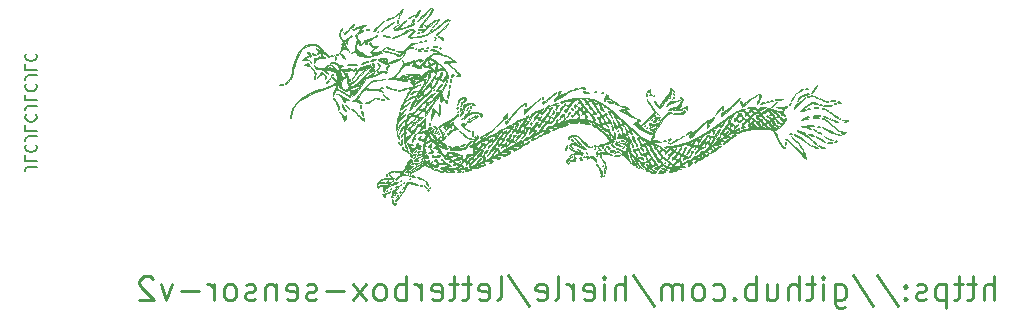
<source format=gbo>
%TF.GenerationSoftware,KiCad,Pcbnew,7.0.1-0*%
%TF.CreationDate,2023-09-15T13:21:47+02:00*%
%TF.ProjectId,letterboxsensor,6c657474-6572-4626-9f78-73656e736f72,rev?*%
%TF.SameCoordinates,Original*%
%TF.FileFunction,Legend,Bot*%
%TF.FilePolarity,Positive*%
%FSLAX46Y46*%
G04 Gerber Fmt 4.6, Leading zero omitted, Abs format (unit mm)*
G04 Created by KiCad (PCBNEW 7.0.1-0) date 2023-09-15 13:21:47*
%MOMM*%
%LPD*%
G01*
G04 APERTURE LIST*
%ADD10C,0.150000*%
%ADD11C,0.250000*%
%ADD12C,0.010000*%
%ADD13C,0.650000*%
%ADD14O,2.100000X1.000000*%
%ADD15O,1.600000X1.000000*%
G04 APERTURE END LIST*
D10*
X105087380Y-92119048D02*
X104373095Y-92119048D01*
X104373095Y-92119048D02*
X104230238Y-92166667D01*
X104230238Y-92166667D02*
X104135000Y-92261905D01*
X104135000Y-92261905D02*
X104087380Y-92404762D01*
X104087380Y-92404762D02*
X104087380Y-92500000D01*
X104087380Y-91166667D02*
X104087380Y-91642857D01*
X104087380Y-91642857D02*
X105087380Y-91642857D01*
X104182619Y-90261905D02*
X104135000Y-90309524D01*
X104135000Y-90309524D02*
X104087380Y-90452381D01*
X104087380Y-90452381D02*
X104087380Y-90547619D01*
X104087380Y-90547619D02*
X104135000Y-90690476D01*
X104135000Y-90690476D02*
X104230238Y-90785714D01*
X104230238Y-90785714D02*
X104325476Y-90833333D01*
X104325476Y-90833333D02*
X104515952Y-90880952D01*
X104515952Y-90880952D02*
X104658809Y-90880952D01*
X104658809Y-90880952D02*
X104849285Y-90833333D01*
X104849285Y-90833333D02*
X104944523Y-90785714D01*
X104944523Y-90785714D02*
X105039761Y-90690476D01*
X105039761Y-90690476D02*
X105087380Y-90547619D01*
X105087380Y-90547619D02*
X105087380Y-90452381D01*
X105087380Y-90452381D02*
X105039761Y-90309524D01*
X105039761Y-90309524D02*
X104992142Y-90261905D01*
X105087380Y-89547619D02*
X104373095Y-89547619D01*
X104373095Y-89547619D02*
X104230238Y-89595238D01*
X104230238Y-89595238D02*
X104135000Y-89690476D01*
X104135000Y-89690476D02*
X104087380Y-89833333D01*
X104087380Y-89833333D02*
X104087380Y-89928571D01*
X104087380Y-88595238D02*
X104087380Y-89071428D01*
X104087380Y-89071428D02*
X105087380Y-89071428D01*
X104182619Y-87690476D02*
X104135000Y-87738095D01*
X104135000Y-87738095D02*
X104087380Y-87880952D01*
X104087380Y-87880952D02*
X104087380Y-87976190D01*
X104087380Y-87976190D02*
X104135000Y-88119047D01*
X104135000Y-88119047D02*
X104230238Y-88214285D01*
X104230238Y-88214285D02*
X104325476Y-88261904D01*
X104325476Y-88261904D02*
X104515952Y-88309523D01*
X104515952Y-88309523D02*
X104658809Y-88309523D01*
X104658809Y-88309523D02*
X104849285Y-88261904D01*
X104849285Y-88261904D02*
X104944523Y-88214285D01*
X104944523Y-88214285D02*
X105039761Y-88119047D01*
X105039761Y-88119047D02*
X105087380Y-87976190D01*
X105087380Y-87976190D02*
X105087380Y-87880952D01*
X105087380Y-87880952D02*
X105039761Y-87738095D01*
X105039761Y-87738095D02*
X104992142Y-87690476D01*
X105087380Y-86976190D02*
X104373095Y-86976190D01*
X104373095Y-86976190D02*
X104230238Y-87023809D01*
X104230238Y-87023809D02*
X104135000Y-87119047D01*
X104135000Y-87119047D02*
X104087380Y-87261904D01*
X104087380Y-87261904D02*
X104087380Y-87357142D01*
X104087380Y-86023809D02*
X104087380Y-86499999D01*
X104087380Y-86499999D02*
X105087380Y-86499999D01*
X104182619Y-85119047D02*
X104135000Y-85166666D01*
X104135000Y-85166666D02*
X104087380Y-85309523D01*
X104087380Y-85309523D02*
X104087380Y-85404761D01*
X104087380Y-85404761D02*
X104135000Y-85547618D01*
X104135000Y-85547618D02*
X104230238Y-85642856D01*
X104230238Y-85642856D02*
X104325476Y-85690475D01*
X104325476Y-85690475D02*
X104515952Y-85738094D01*
X104515952Y-85738094D02*
X104658809Y-85738094D01*
X104658809Y-85738094D02*
X104849285Y-85690475D01*
X104849285Y-85690475D02*
X104944523Y-85642856D01*
X104944523Y-85642856D02*
X105039761Y-85547618D01*
X105039761Y-85547618D02*
X105087380Y-85404761D01*
X105087380Y-85404761D02*
X105087380Y-85309523D01*
X105087380Y-85309523D02*
X105039761Y-85166666D01*
X105039761Y-85166666D02*
X104992142Y-85119047D01*
X105087380Y-84404761D02*
X104373095Y-84404761D01*
X104373095Y-84404761D02*
X104230238Y-84452380D01*
X104230238Y-84452380D02*
X104135000Y-84547618D01*
X104135000Y-84547618D02*
X104087380Y-84690475D01*
X104087380Y-84690475D02*
X104087380Y-84785713D01*
X104087380Y-83452380D02*
X104087380Y-83928570D01*
X104087380Y-83928570D02*
X105087380Y-83928570D01*
X104182619Y-82547618D02*
X104135000Y-82595237D01*
X104135000Y-82595237D02*
X104087380Y-82738094D01*
X104087380Y-82738094D02*
X104087380Y-82833332D01*
X104087380Y-82833332D02*
X104135000Y-82976189D01*
X104135000Y-82976189D02*
X104230238Y-83071427D01*
X104230238Y-83071427D02*
X104325476Y-83119046D01*
X104325476Y-83119046D02*
X104515952Y-83166665D01*
X104515952Y-83166665D02*
X104658809Y-83166665D01*
X104658809Y-83166665D02*
X104849285Y-83119046D01*
X104849285Y-83119046D02*
X104944523Y-83071427D01*
X104944523Y-83071427D02*
X105039761Y-82976189D01*
X105039761Y-82976189D02*
X105087380Y-82833332D01*
X105087380Y-82833332D02*
X105087380Y-82738094D01*
X105087380Y-82738094D02*
X105039761Y-82595237D01*
X105039761Y-82595237D02*
X104992142Y-82547618D01*
D11*
X186142858Y-103425238D02*
X186142858Y-101425238D01*
X185285715Y-103425238D02*
X185285715Y-102377619D01*
X185285715Y-102377619D02*
X185380953Y-102187142D01*
X185380953Y-102187142D02*
X185571429Y-102091904D01*
X185571429Y-102091904D02*
X185857144Y-102091904D01*
X185857144Y-102091904D02*
X186047620Y-102187142D01*
X186047620Y-102187142D02*
X186142858Y-102282380D01*
X184619048Y-102091904D02*
X183857144Y-102091904D01*
X184333334Y-101425238D02*
X184333334Y-103139523D01*
X184333334Y-103139523D02*
X184238096Y-103330000D01*
X184238096Y-103330000D02*
X184047620Y-103425238D01*
X184047620Y-103425238D02*
X183857144Y-103425238D01*
X183476191Y-102091904D02*
X182714287Y-102091904D01*
X183190477Y-101425238D02*
X183190477Y-103139523D01*
X183190477Y-103139523D02*
X183095239Y-103330000D01*
X183095239Y-103330000D02*
X182904763Y-103425238D01*
X182904763Y-103425238D02*
X182714287Y-103425238D01*
X182047620Y-102091904D02*
X182047620Y-104091904D01*
X182047620Y-102187142D02*
X181857144Y-102091904D01*
X181857144Y-102091904D02*
X181476191Y-102091904D01*
X181476191Y-102091904D02*
X181285715Y-102187142D01*
X181285715Y-102187142D02*
X181190477Y-102282380D01*
X181190477Y-102282380D02*
X181095239Y-102472857D01*
X181095239Y-102472857D02*
X181095239Y-103044285D01*
X181095239Y-103044285D02*
X181190477Y-103234761D01*
X181190477Y-103234761D02*
X181285715Y-103330000D01*
X181285715Y-103330000D02*
X181476191Y-103425238D01*
X181476191Y-103425238D02*
X181857144Y-103425238D01*
X181857144Y-103425238D02*
X182047620Y-103330000D01*
X180333334Y-103330000D02*
X180142858Y-103425238D01*
X180142858Y-103425238D02*
X179761906Y-103425238D01*
X179761906Y-103425238D02*
X179571429Y-103330000D01*
X179571429Y-103330000D02*
X179476191Y-103139523D01*
X179476191Y-103139523D02*
X179476191Y-103044285D01*
X179476191Y-103044285D02*
X179571429Y-102853809D01*
X179571429Y-102853809D02*
X179761906Y-102758571D01*
X179761906Y-102758571D02*
X180047620Y-102758571D01*
X180047620Y-102758571D02*
X180238096Y-102663333D01*
X180238096Y-102663333D02*
X180333334Y-102472857D01*
X180333334Y-102472857D02*
X180333334Y-102377619D01*
X180333334Y-102377619D02*
X180238096Y-102187142D01*
X180238096Y-102187142D02*
X180047620Y-102091904D01*
X180047620Y-102091904D02*
X179761906Y-102091904D01*
X179761906Y-102091904D02*
X179571429Y-102187142D01*
X178619048Y-103234761D02*
X178523810Y-103330000D01*
X178523810Y-103330000D02*
X178619048Y-103425238D01*
X178619048Y-103425238D02*
X178714286Y-103330000D01*
X178714286Y-103330000D02*
X178619048Y-103234761D01*
X178619048Y-103234761D02*
X178619048Y-103425238D01*
X178619048Y-102187142D02*
X178523810Y-102282380D01*
X178523810Y-102282380D02*
X178619048Y-102377619D01*
X178619048Y-102377619D02*
X178714286Y-102282380D01*
X178714286Y-102282380D02*
X178619048Y-102187142D01*
X178619048Y-102187142D02*
X178619048Y-102377619D01*
X176238096Y-101330000D02*
X177952381Y-103901428D01*
X174142858Y-101330000D02*
X175857143Y-103901428D01*
X172619048Y-102091904D02*
X172619048Y-103710952D01*
X172619048Y-103710952D02*
X172714286Y-103901428D01*
X172714286Y-103901428D02*
X172809524Y-103996666D01*
X172809524Y-103996666D02*
X173000001Y-104091904D01*
X173000001Y-104091904D02*
X173285715Y-104091904D01*
X173285715Y-104091904D02*
X173476191Y-103996666D01*
X172619048Y-103330000D02*
X172809524Y-103425238D01*
X172809524Y-103425238D02*
X173190477Y-103425238D01*
X173190477Y-103425238D02*
X173380953Y-103330000D01*
X173380953Y-103330000D02*
X173476191Y-103234761D01*
X173476191Y-103234761D02*
X173571429Y-103044285D01*
X173571429Y-103044285D02*
X173571429Y-102472857D01*
X173571429Y-102472857D02*
X173476191Y-102282380D01*
X173476191Y-102282380D02*
X173380953Y-102187142D01*
X173380953Y-102187142D02*
X173190477Y-102091904D01*
X173190477Y-102091904D02*
X172809524Y-102091904D01*
X172809524Y-102091904D02*
X172619048Y-102187142D01*
X171666667Y-103425238D02*
X171666667Y-102091904D01*
X171666667Y-101425238D02*
X171761905Y-101520476D01*
X171761905Y-101520476D02*
X171666667Y-101615714D01*
X171666667Y-101615714D02*
X171571429Y-101520476D01*
X171571429Y-101520476D02*
X171666667Y-101425238D01*
X171666667Y-101425238D02*
X171666667Y-101615714D01*
X171000000Y-102091904D02*
X170238096Y-102091904D01*
X170714286Y-101425238D02*
X170714286Y-103139523D01*
X170714286Y-103139523D02*
X170619048Y-103330000D01*
X170619048Y-103330000D02*
X170428572Y-103425238D01*
X170428572Y-103425238D02*
X170238096Y-103425238D01*
X169571429Y-103425238D02*
X169571429Y-101425238D01*
X168714286Y-103425238D02*
X168714286Y-102377619D01*
X168714286Y-102377619D02*
X168809524Y-102187142D01*
X168809524Y-102187142D02*
X169000000Y-102091904D01*
X169000000Y-102091904D02*
X169285715Y-102091904D01*
X169285715Y-102091904D02*
X169476191Y-102187142D01*
X169476191Y-102187142D02*
X169571429Y-102282380D01*
X166904762Y-102091904D02*
X166904762Y-103425238D01*
X167761905Y-102091904D02*
X167761905Y-103139523D01*
X167761905Y-103139523D02*
X167666667Y-103330000D01*
X167666667Y-103330000D02*
X167476191Y-103425238D01*
X167476191Y-103425238D02*
X167190476Y-103425238D01*
X167190476Y-103425238D02*
X167000000Y-103330000D01*
X167000000Y-103330000D02*
X166904762Y-103234761D01*
X165952381Y-103425238D02*
X165952381Y-101425238D01*
X165952381Y-102187142D02*
X165761905Y-102091904D01*
X165761905Y-102091904D02*
X165380952Y-102091904D01*
X165380952Y-102091904D02*
X165190476Y-102187142D01*
X165190476Y-102187142D02*
X165095238Y-102282380D01*
X165095238Y-102282380D02*
X165000000Y-102472857D01*
X165000000Y-102472857D02*
X165000000Y-103044285D01*
X165000000Y-103044285D02*
X165095238Y-103234761D01*
X165095238Y-103234761D02*
X165190476Y-103330000D01*
X165190476Y-103330000D02*
X165380952Y-103425238D01*
X165380952Y-103425238D02*
X165761905Y-103425238D01*
X165761905Y-103425238D02*
X165952381Y-103330000D01*
X164142857Y-103234761D02*
X164047619Y-103330000D01*
X164047619Y-103330000D02*
X164142857Y-103425238D01*
X164142857Y-103425238D02*
X164238095Y-103330000D01*
X164238095Y-103330000D02*
X164142857Y-103234761D01*
X164142857Y-103234761D02*
X164142857Y-103425238D01*
X162333333Y-103330000D02*
X162523809Y-103425238D01*
X162523809Y-103425238D02*
X162904762Y-103425238D01*
X162904762Y-103425238D02*
X163095238Y-103330000D01*
X163095238Y-103330000D02*
X163190476Y-103234761D01*
X163190476Y-103234761D02*
X163285714Y-103044285D01*
X163285714Y-103044285D02*
X163285714Y-102472857D01*
X163285714Y-102472857D02*
X163190476Y-102282380D01*
X163190476Y-102282380D02*
X163095238Y-102187142D01*
X163095238Y-102187142D02*
X162904762Y-102091904D01*
X162904762Y-102091904D02*
X162523809Y-102091904D01*
X162523809Y-102091904D02*
X162333333Y-102187142D01*
X161190476Y-103425238D02*
X161380952Y-103330000D01*
X161380952Y-103330000D02*
X161476190Y-103234761D01*
X161476190Y-103234761D02*
X161571428Y-103044285D01*
X161571428Y-103044285D02*
X161571428Y-102472857D01*
X161571428Y-102472857D02*
X161476190Y-102282380D01*
X161476190Y-102282380D02*
X161380952Y-102187142D01*
X161380952Y-102187142D02*
X161190476Y-102091904D01*
X161190476Y-102091904D02*
X160904761Y-102091904D01*
X160904761Y-102091904D02*
X160714285Y-102187142D01*
X160714285Y-102187142D02*
X160619047Y-102282380D01*
X160619047Y-102282380D02*
X160523809Y-102472857D01*
X160523809Y-102472857D02*
X160523809Y-103044285D01*
X160523809Y-103044285D02*
X160619047Y-103234761D01*
X160619047Y-103234761D02*
X160714285Y-103330000D01*
X160714285Y-103330000D02*
X160904761Y-103425238D01*
X160904761Y-103425238D02*
X161190476Y-103425238D01*
X159666666Y-103425238D02*
X159666666Y-102091904D01*
X159666666Y-102282380D02*
X159571428Y-102187142D01*
X159571428Y-102187142D02*
X159380952Y-102091904D01*
X159380952Y-102091904D02*
X159095237Y-102091904D01*
X159095237Y-102091904D02*
X158904761Y-102187142D01*
X158904761Y-102187142D02*
X158809523Y-102377619D01*
X158809523Y-102377619D02*
X158809523Y-103425238D01*
X158809523Y-102377619D02*
X158714285Y-102187142D01*
X158714285Y-102187142D02*
X158523809Y-102091904D01*
X158523809Y-102091904D02*
X158238095Y-102091904D01*
X158238095Y-102091904D02*
X158047618Y-102187142D01*
X158047618Y-102187142D02*
X157952380Y-102377619D01*
X157952380Y-102377619D02*
X157952380Y-103425238D01*
X155571428Y-101330000D02*
X157285713Y-103901428D01*
X154904761Y-103425238D02*
X154904761Y-101425238D01*
X154047618Y-103425238D02*
X154047618Y-102377619D01*
X154047618Y-102377619D02*
X154142856Y-102187142D01*
X154142856Y-102187142D02*
X154333332Y-102091904D01*
X154333332Y-102091904D02*
X154619047Y-102091904D01*
X154619047Y-102091904D02*
X154809523Y-102187142D01*
X154809523Y-102187142D02*
X154904761Y-102282380D01*
X153095237Y-103425238D02*
X153095237Y-102091904D01*
X153095237Y-101425238D02*
X153190475Y-101520476D01*
X153190475Y-101520476D02*
X153095237Y-101615714D01*
X153095237Y-101615714D02*
X152999999Y-101520476D01*
X152999999Y-101520476D02*
X153095237Y-101425238D01*
X153095237Y-101425238D02*
X153095237Y-101615714D01*
X151380951Y-103330000D02*
X151571427Y-103425238D01*
X151571427Y-103425238D02*
X151952380Y-103425238D01*
X151952380Y-103425238D02*
X152142856Y-103330000D01*
X152142856Y-103330000D02*
X152238094Y-103139523D01*
X152238094Y-103139523D02*
X152238094Y-102377619D01*
X152238094Y-102377619D02*
X152142856Y-102187142D01*
X152142856Y-102187142D02*
X151952380Y-102091904D01*
X151952380Y-102091904D02*
X151571427Y-102091904D01*
X151571427Y-102091904D02*
X151380951Y-102187142D01*
X151380951Y-102187142D02*
X151285713Y-102377619D01*
X151285713Y-102377619D02*
X151285713Y-102568095D01*
X151285713Y-102568095D02*
X152238094Y-102758571D01*
X150428570Y-103425238D02*
X150428570Y-102091904D01*
X150428570Y-102472857D02*
X150333332Y-102282380D01*
X150333332Y-102282380D02*
X150238094Y-102187142D01*
X150238094Y-102187142D02*
X150047618Y-102091904D01*
X150047618Y-102091904D02*
X149857141Y-102091904D01*
X148904761Y-103425238D02*
X149095237Y-103330000D01*
X149095237Y-103330000D02*
X149190475Y-103139523D01*
X149190475Y-103139523D02*
X149190475Y-101425238D01*
X147380951Y-103330000D02*
X147571427Y-103425238D01*
X147571427Y-103425238D02*
X147952380Y-103425238D01*
X147952380Y-103425238D02*
X148142856Y-103330000D01*
X148142856Y-103330000D02*
X148238094Y-103139523D01*
X148238094Y-103139523D02*
X148238094Y-102377619D01*
X148238094Y-102377619D02*
X148142856Y-102187142D01*
X148142856Y-102187142D02*
X147952380Y-102091904D01*
X147952380Y-102091904D02*
X147571427Y-102091904D01*
X147571427Y-102091904D02*
X147380951Y-102187142D01*
X147380951Y-102187142D02*
X147285713Y-102377619D01*
X147285713Y-102377619D02*
X147285713Y-102568095D01*
X147285713Y-102568095D02*
X148238094Y-102758571D01*
X144999999Y-101330000D02*
X146714284Y-103901428D01*
X144047618Y-103425238D02*
X144238094Y-103330000D01*
X144238094Y-103330000D02*
X144333332Y-103139523D01*
X144333332Y-103139523D02*
X144333332Y-101425238D01*
X142523808Y-103330000D02*
X142714284Y-103425238D01*
X142714284Y-103425238D02*
X143095237Y-103425238D01*
X143095237Y-103425238D02*
X143285713Y-103330000D01*
X143285713Y-103330000D02*
X143380951Y-103139523D01*
X143380951Y-103139523D02*
X143380951Y-102377619D01*
X143380951Y-102377619D02*
X143285713Y-102187142D01*
X143285713Y-102187142D02*
X143095237Y-102091904D01*
X143095237Y-102091904D02*
X142714284Y-102091904D01*
X142714284Y-102091904D02*
X142523808Y-102187142D01*
X142523808Y-102187142D02*
X142428570Y-102377619D01*
X142428570Y-102377619D02*
X142428570Y-102568095D01*
X142428570Y-102568095D02*
X143380951Y-102758571D01*
X141857141Y-102091904D02*
X141095237Y-102091904D01*
X141571427Y-101425238D02*
X141571427Y-103139523D01*
X141571427Y-103139523D02*
X141476189Y-103330000D01*
X141476189Y-103330000D02*
X141285713Y-103425238D01*
X141285713Y-103425238D02*
X141095237Y-103425238D01*
X140714284Y-102091904D02*
X139952380Y-102091904D01*
X140428570Y-101425238D02*
X140428570Y-103139523D01*
X140428570Y-103139523D02*
X140333332Y-103330000D01*
X140333332Y-103330000D02*
X140142856Y-103425238D01*
X140142856Y-103425238D02*
X139952380Y-103425238D01*
X138523808Y-103330000D02*
X138714284Y-103425238D01*
X138714284Y-103425238D02*
X139095237Y-103425238D01*
X139095237Y-103425238D02*
X139285713Y-103330000D01*
X139285713Y-103330000D02*
X139380951Y-103139523D01*
X139380951Y-103139523D02*
X139380951Y-102377619D01*
X139380951Y-102377619D02*
X139285713Y-102187142D01*
X139285713Y-102187142D02*
X139095237Y-102091904D01*
X139095237Y-102091904D02*
X138714284Y-102091904D01*
X138714284Y-102091904D02*
X138523808Y-102187142D01*
X138523808Y-102187142D02*
X138428570Y-102377619D01*
X138428570Y-102377619D02*
X138428570Y-102568095D01*
X138428570Y-102568095D02*
X139380951Y-102758571D01*
X137571427Y-103425238D02*
X137571427Y-102091904D01*
X137571427Y-102472857D02*
X137476189Y-102282380D01*
X137476189Y-102282380D02*
X137380951Y-102187142D01*
X137380951Y-102187142D02*
X137190475Y-102091904D01*
X137190475Y-102091904D02*
X136999998Y-102091904D01*
X136333332Y-103425238D02*
X136333332Y-101425238D01*
X136333332Y-102187142D02*
X136142856Y-102091904D01*
X136142856Y-102091904D02*
X135761903Y-102091904D01*
X135761903Y-102091904D02*
X135571427Y-102187142D01*
X135571427Y-102187142D02*
X135476189Y-102282380D01*
X135476189Y-102282380D02*
X135380951Y-102472857D01*
X135380951Y-102472857D02*
X135380951Y-103044285D01*
X135380951Y-103044285D02*
X135476189Y-103234761D01*
X135476189Y-103234761D02*
X135571427Y-103330000D01*
X135571427Y-103330000D02*
X135761903Y-103425238D01*
X135761903Y-103425238D02*
X136142856Y-103425238D01*
X136142856Y-103425238D02*
X136333332Y-103330000D01*
X134238094Y-103425238D02*
X134428570Y-103330000D01*
X134428570Y-103330000D02*
X134523808Y-103234761D01*
X134523808Y-103234761D02*
X134619046Y-103044285D01*
X134619046Y-103044285D02*
X134619046Y-102472857D01*
X134619046Y-102472857D02*
X134523808Y-102282380D01*
X134523808Y-102282380D02*
X134428570Y-102187142D01*
X134428570Y-102187142D02*
X134238094Y-102091904D01*
X134238094Y-102091904D02*
X133952379Y-102091904D01*
X133952379Y-102091904D02*
X133761903Y-102187142D01*
X133761903Y-102187142D02*
X133666665Y-102282380D01*
X133666665Y-102282380D02*
X133571427Y-102472857D01*
X133571427Y-102472857D02*
X133571427Y-103044285D01*
X133571427Y-103044285D02*
X133666665Y-103234761D01*
X133666665Y-103234761D02*
X133761903Y-103330000D01*
X133761903Y-103330000D02*
X133952379Y-103425238D01*
X133952379Y-103425238D02*
X134238094Y-103425238D01*
X132904760Y-103425238D02*
X131857141Y-102091904D01*
X132904760Y-102091904D02*
X131857141Y-103425238D01*
X131095236Y-102663333D02*
X129571427Y-102663333D01*
X128714284Y-103330000D02*
X128523808Y-103425238D01*
X128523808Y-103425238D02*
X128142856Y-103425238D01*
X128142856Y-103425238D02*
X127952379Y-103330000D01*
X127952379Y-103330000D02*
X127857141Y-103139523D01*
X127857141Y-103139523D02*
X127857141Y-103044285D01*
X127857141Y-103044285D02*
X127952379Y-102853809D01*
X127952379Y-102853809D02*
X128142856Y-102758571D01*
X128142856Y-102758571D02*
X128428570Y-102758571D01*
X128428570Y-102758571D02*
X128619046Y-102663333D01*
X128619046Y-102663333D02*
X128714284Y-102472857D01*
X128714284Y-102472857D02*
X128714284Y-102377619D01*
X128714284Y-102377619D02*
X128619046Y-102187142D01*
X128619046Y-102187142D02*
X128428570Y-102091904D01*
X128428570Y-102091904D02*
X128142856Y-102091904D01*
X128142856Y-102091904D02*
X127952379Y-102187142D01*
X126238093Y-103330000D02*
X126428569Y-103425238D01*
X126428569Y-103425238D02*
X126809522Y-103425238D01*
X126809522Y-103425238D02*
X126999998Y-103330000D01*
X126999998Y-103330000D02*
X127095236Y-103139523D01*
X127095236Y-103139523D02*
X127095236Y-102377619D01*
X127095236Y-102377619D02*
X126999998Y-102187142D01*
X126999998Y-102187142D02*
X126809522Y-102091904D01*
X126809522Y-102091904D02*
X126428569Y-102091904D01*
X126428569Y-102091904D02*
X126238093Y-102187142D01*
X126238093Y-102187142D02*
X126142855Y-102377619D01*
X126142855Y-102377619D02*
X126142855Y-102568095D01*
X126142855Y-102568095D02*
X127095236Y-102758571D01*
X125285712Y-102091904D02*
X125285712Y-103425238D01*
X125285712Y-102282380D02*
X125190474Y-102187142D01*
X125190474Y-102187142D02*
X124999998Y-102091904D01*
X124999998Y-102091904D02*
X124714283Y-102091904D01*
X124714283Y-102091904D02*
X124523807Y-102187142D01*
X124523807Y-102187142D02*
X124428569Y-102377619D01*
X124428569Y-102377619D02*
X124428569Y-103425238D01*
X123571426Y-103330000D02*
X123380950Y-103425238D01*
X123380950Y-103425238D02*
X122999998Y-103425238D01*
X122999998Y-103425238D02*
X122809521Y-103330000D01*
X122809521Y-103330000D02*
X122714283Y-103139523D01*
X122714283Y-103139523D02*
X122714283Y-103044285D01*
X122714283Y-103044285D02*
X122809521Y-102853809D01*
X122809521Y-102853809D02*
X122999998Y-102758571D01*
X122999998Y-102758571D02*
X123285712Y-102758571D01*
X123285712Y-102758571D02*
X123476188Y-102663333D01*
X123476188Y-102663333D02*
X123571426Y-102472857D01*
X123571426Y-102472857D02*
X123571426Y-102377619D01*
X123571426Y-102377619D02*
X123476188Y-102187142D01*
X123476188Y-102187142D02*
X123285712Y-102091904D01*
X123285712Y-102091904D02*
X122999998Y-102091904D01*
X122999998Y-102091904D02*
X122809521Y-102187142D01*
X121571426Y-103425238D02*
X121761902Y-103330000D01*
X121761902Y-103330000D02*
X121857140Y-103234761D01*
X121857140Y-103234761D02*
X121952378Y-103044285D01*
X121952378Y-103044285D02*
X121952378Y-102472857D01*
X121952378Y-102472857D02*
X121857140Y-102282380D01*
X121857140Y-102282380D02*
X121761902Y-102187142D01*
X121761902Y-102187142D02*
X121571426Y-102091904D01*
X121571426Y-102091904D02*
X121285711Y-102091904D01*
X121285711Y-102091904D02*
X121095235Y-102187142D01*
X121095235Y-102187142D02*
X120999997Y-102282380D01*
X120999997Y-102282380D02*
X120904759Y-102472857D01*
X120904759Y-102472857D02*
X120904759Y-103044285D01*
X120904759Y-103044285D02*
X120999997Y-103234761D01*
X120999997Y-103234761D02*
X121095235Y-103330000D01*
X121095235Y-103330000D02*
X121285711Y-103425238D01*
X121285711Y-103425238D02*
X121571426Y-103425238D01*
X120047616Y-103425238D02*
X120047616Y-102091904D01*
X120047616Y-102472857D02*
X119952378Y-102282380D01*
X119952378Y-102282380D02*
X119857140Y-102187142D01*
X119857140Y-102187142D02*
X119666664Y-102091904D01*
X119666664Y-102091904D02*
X119476187Y-102091904D01*
X118809521Y-102663333D02*
X117285712Y-102663333D01*
X116523807Y-102091904D02*
X116047617Y-103425238D01*
X116047617Y-103425238D02*
X115571426Y-102091904D01*
X114904759Y-101615714D02*
X114809521Y-101520476D01*
X114809521Y-101520476D02*
X114619045Y-101425238D01*
X114619045Y-101425238D02*
X114142854Y-101425238D01*
X114142854Y-101425238D02*
X113952378Y-101520476D01*
X113952378Y-101520476D02*
X113857140Y-101615714D01*
X113857140Y-101615714D02*
X113761902Y-101806190D01*
X113761902Y-101806190D02*
X113761902Y-101996666D01*
X113761902Y-101996666D02*
X113857140Y-102282380D01*
X113857140Y-102282380D02*
X114999997Y-103425238D01*
X114999997Y-103425238D02*
X113761902Y-103425238D01*
D12*
X157340991Y-89383899D02*
X157341779Y-89376333D01*
X157346379Y-89376333D01*
X157340991Y-89383899D01*
G36*
X157340991Y-89383899D02*
G01*
X157341779Y-89376333D01*
X157346379Y-89376333D01*
X157340991Y-89383899D01*
G37*
X173082849Y-88064000D02*
X173040516Y-88106333D01*
X172998182Y-88064000D01*
X173040516Y-88021667D01*
X173082849Y-88064000D01*
G36*
X173082849Y-88064000D02*
G01*
X173040516Y-88106333D01*
X172998182Y-88064000D01*
X173040516Y-88021667D01*
X173082849Y-88064000D01*
G37*
X172405516Y-88148667D02*
X172363182Y-88191000D01*
X172320849Y-88148667D01*
X172363182Y-88106333D01*
X172405516Y-88148667D01*
G36*
X172405516Y-88148667D02*
G01*
X172363182Y-88191000D01*
X172320849Y-88148667D01*
X172363182Y-88106333D01*
X172405516Y-88148667D01*
G37*
X172236182Y-88064000D02*
X172193849Y-88106333D01*
X172151516Y-88064000D01*
X172193849Y-88021667D01*
X172236182Y-88064000D01*
G36*
X172236182Y-88064000D02*
G01*
X172193849Y-88106333D01*
X172151516Y-88064000D01*
X172193849Y-88021667D01*
X172236182Y-88064000D01*
G37*
X171389516Y-86370667D02*
X171347182Y-86413000D01*
X171304849Y-86370667D01*
X171347182Y-86328333D01*
X171389516Y-86370667D01*
G36*
X171389516Y-86370667D02*
G01*
X171347182Y-86413000D01*
X171304849Y-86370667D01*
X171347182Y-86328333D01*
X171389516Y-86370667D01*
G37*
X171304849Y-90350000D02*
X171262516Y-90392333D01*
X171220182Y-90350000D01*
X171262516Y-90307667D01*
X171304849Y-90350000D01*
G36*
X171304849Y-90350000D02*
G01*
X171262516Y-90392333D01*
X171220182Y-90350000D01*
X171262516Y-90307667D01*
X171304849Y-90350000D01*
G37*
X170712182Y-90350000D02*
X170669849Y-90392333D01*
X170627516Y-90350000D01*
X170669849Y-90307667D01*
X170712182Y-90350000D01*
G36*
X170712182Y-90350000D02*
G01*
X170669849Y-90392333D01*
X170627516Y-90350000D01*
X170669849Y-90307667D01*
X170712182Y-90350000D01*
G37*
X169526849Y-86540000D02*
X169484516Y-86582333D01*
X169442182Y-86540000D01*
X169484516Y-86497667D01*
X169526849Y-86540000D01*
G36*
X169526849Y-86540000D02*
G01*
X169484516Y-86582333D01*
X169442182Y-86540000D01*
X169484516Y-86497667D01*
X169526849Y-86540000D01*
G37*
X160806182Y-90604000D02*
X160763849Y-90646333D01*
X160721516Y-90604000D01*
X160763849Y-90561667D01*
X160806182Y-90604000D01*
G36*
X160806182Y-90604000D02*
G01*
X160763849Y-90646333D01*
X160721516Y-90604000D01*
X160763849Y-90561667D01*
X160806182Y-90604000D01*
G37*
X160467516Y-91112000D02*
X160425182Y-91154333D01*
X160382849Y-91112000D01*
X160425182Y-91069667D01*
X160467516Y-91112000D01*
G36*
X160467516Y-91112000D02*
G01*
X160425182Y-91154333D01*
X160382849Y-91112000D01*
X160425182Y-91069667D01*
X160467516Y-91112000D01*
G37*
X159197516Y-87302000D02*
X159155182Y-87344333D01*
X159112849Y-87302000D01*
X159155182Y-87259667D01*
X159197516Y-87302000D01*
G36*
X159197516Y-87302000D02*
G01*
X159155182Y-87344333D01*
X159112849Y-87302000D01*
X159155182Y-87259667D01*
X159197516Y-87302000D01*
G37*
X159028182Y-87302000D02*
X158985849Y-87344333D01*
X158943516Y-87302000D01*
X158985849Y-87259667D01*
X159028182Y-87302000D01*
G36*
X159028182Y-87302000D02*
G01*
X158985849Y-87344333D01*
X158943516Y-87302000D01*
X158985849Y-87259667D01*
X159028182Y-87302000D01*
G37*
X158689516Y-86286000D02*
X158647182Y-86328333D01*
X158604849Y-86286000D01*
X158647182Y-86243667D01*
X158689516Y-86286000D01*
G36*
X158689516Y-86286000D02*
G01*
X158647182Y-86328333D01*
X158604849Y-86286000D01*
X158647182Y-86243667D01*
X158689516Y-86286000D01*
G37*
X158689516Y-86116667D02*
X158647182Y-86159000D01*
X158604849Y-86116667D01*
X158647182Y-86074333D01*
X158689516Y-86116667D01*
G36*
X158689516Y-86116667D02*
G01*
X158647182Y-86159000D01*
X158604849Y-86116667D01*
X158647182Y-86074333D01*
X158689516Y-86116667D01*
G37*
X158266182Y-91789333D02*
X158223849Y-91831667D01*
X158181516Y-91789333D01*
X158223849Y-91747000D01*
X158266182Y-91789333D01*
G36*
X158266182Y-91789333D02*
G01*
X158223849Y-91831667D01*
X158181516Y-91789333D01*
X158223849Y-91747000D01*
X158266182Y-91789333D01*
G37*
X157758182Y-88148667D02*
X157715849Y-88191000D01*
X157673516Y-88148667D01*
X157715849Y-88106333D01*
X157758182Y-88148667D01*
G36*
X157758182Y-88148667D02*
G01*
X157715849Y-88191000D01*
X157673516Y-88148667D01*
X157715849Y-88106333D01*
X157758182Y-88148667D01*
G37*
X157588849Y-90434667D02*
X157546516Y-90477000D01*
X157504182Y-90434667D01*
X157546516Y-90392333D01*
X157588849Y-90434667D01*
G36*
X157588849Y-90434667D02*
G01*
X157546516Y-90477000D01*
X157504182Y-90434667D01*
X157546516Y-90392333D01*
X157588849Y-90434667D01*
G37*
X157334849Y-86116667D02*
X157292516Y-86159000D01*
X157250182Y-86116667D01*
X157292516Y-86074333D01*
X157334849Y-86116667D01*
G36*
X157334849Y-86116667D02*
G01*
X157292516Y-86159000D01*
X157250182Y-86116667D01*
X157292516Y-86074333D01*
X157334849Y-86116667D01*
G37*
X157165516Y-88741333D02*
X157123182Y-88783667D01*
X157080849Y-88741333D01*
X157123182Y-88699000D01*
X157165516Y-88741333D01*
G36*
X157165516Y-88741333D02*
G01*
X157123182Y-88783667D01*
X157080849Y-88741333D01*
X157123182Y-88699000D01*
X157165516Y-88741333D01*
G37*
X157165516Y-88148667D02*
X157123182Y-88191000D01*
X157080849Y-88148667D01*
X157123182Y-88106333D01*
X157165516Y-88148667D01*
G36*
X157165516Y-88148667D02*
G01*
X157123182Y-88191000D01*
X157080849Y-88148667D01*
X157123182Y-88106333D01*
X157165516Y-88148667D01*
G37*
X156996182Y-88826000D02*
X156953849Y-88868333D01*
X156911516Y-88826000D01*
X156953849Y-88783667D01*
X156996182Y-88826000D01*
G36*
X156996182Y-88826000D02*
G01*
X156953849Y-88868333D01*
X156911516Y-88826000D01*
X156953849Y-88783667D01*
X156996182Y-88826000D01*
G37*
X156742182Y-88826000D02*
X156699849Y-88868333D01*
X156657516Y-88826000D01*
X156699849Y-88783667D01*
X156742182Y-88826000D01*
G36*
X156742182Y-88826000D02*
G01*
X156699849Y-88868333D01*
X156657516Y-88826000D01*
X156699849Y-88783667D01*
X156742182Y-88826000D01*
G37*
X156572849Y-88656667D02*
X156530516Y-88699000D01*
X156488182Y-88656667D01*
X156530516Y-88614333D01*
X156572849Y-88656667D01*
G36*
X156572849Y-88656667D02*
G01*
X156530516Y-88699000D01*
X156488182Y-88656667D01*
X156530516Y-88614333D01*
X156572849Y-88656667D01*
G37*
X156064849Y-92212667D02*
X156022516Y-92255000D01*
X155980182Y-92212667D01*
X156022516Y-92170333D01*
X156064849Y-92212667D01*
G36*
X156064849Y-92212667D02*
G01*
X156022516Y-92255000D01*
X155980182Y-92212667D01*
X156022516Y-92170333D01*
X156064849Y-92212667D01*
G37*
X155472182Y-90180667D02*
X155429849Y-90223000D01*
X155387516Y-90180667D01*
X155429849Y-90138333D01*
X155472182Y-90180667D01*
G36*
X155472182Y-90180667D02*
G01*
X155429849Y-90223000D01*
X155387516Y-90180667D01*
X155429849Y-90138333D01*
X155472182Y-90180667D01*
G37*
X154964182Y-90011333D02*
X154921849Y-90053667D01*
X154879516Y-90011333D01*
X154921849Y-89969000D01*
X154964182Y-90011333D01*
G36*
X154964182Y-90011333D02*
G01*
X154921849Y-90053667D01*
X154879516Y-90011333D01*
X154921849Y-89969000D01*
X154964182Y-90011333D01*
G37*
X154371516Y-90011333D02*
X154329182Y-90053667D01*
X154286849Y-90011333D01*
X154329182Y-89969000D01*
X154371516Y-90011333D01*
G36*
X154371516Y-90011333D02*
G01*
X154329182Y-90053667D01*
X154286849Y-90011333D01*
X154329182Y-89969000D01*
X154371516Y-90011333D01*
G37*
X154286849Y-89080000D02*
X154244516Y-89122333D01*
X154202182Y-89080000D01*
X154244516Y-89037667D01*
X154286849Y-89080000D01*
G36*
X154286849Y-89080000D02*
G01*
X154244516Y-89122333D01*
X154202182Y-89080000D01*
X154244516Y-89037667D01*
X154286849Y-89080000D01*
G37*
X154202182Y-90858000D02*
X154159849Y-90900333D01*
X154117516Y-90858000D01*
X154159849Y-90815667D01*
X154202182Y-90858000D01*
G36*
X154202182Y-90858000D02*
G01*
X154159849Y-90900333D01*
X154117516Y-90858000D01*
X154159849Y-90815667D01*
X154202182Y-90858000D01*
G37*
X154032849Y-90942667D02*
X153990516Y-90985000D01*
X153948182Y-90942667D01*
X153990516Y-90900333D01*
X154032849Y-90942667D01*
G36*
X154032849Y-90942667D02*
G01*
X153990516Y-90985000D01*
X153948182Y-90942667D01*
X153990516Y-90900333D01*
X154032849Y-90942667D01*
G37*
X153778849Y-88656667D02*
X153736516Y-88699000D01*
X153694182Y-88656667D01*
X153736516Y-88614333D01*
X153778849Y-88656667D01*
G36*
X153778849Y-88656667D02*
G01*
X153736516Y-88699000D01*
X153694182Y-88656667D01*
X153736516Y-88614333D01*
X153778849Y-88656667D01*
G37*
X153101516Y-92890000D02*
X153059182Y-92932333D01*
X153016849Y-92890000D01*
X153059182Y-92847667D01*
X153101516Y-92890000D01*
G36*
X153101516Y-92890000D02*
G01*
X153059182Y-92932333D01*
X153016849Y-92890000D01*
X153059182Y-92847667D01*
X153101516Y-92890000D01*
G37*
X153016849Y-92043333D02*
X152974516Y-92085667D01*
X152932182Y-92043333D01*
X152974516Y-92001000D01*
X153016849Y-92043333D01*
G36*
X153016849Y-92043333D02*
G01*
X152974516Y-92085667D01*
X152932182Y-92043333D01*
X152974516Y-92001000D01*
X153016849Y-92043333D01*
G37*
X152932182Y-88910667D02*
X152889849Y-88953000D01*
X152847516Y-88910667D01*
X152889849Y-88868333D01*
X152932182Y-88910667D01*
G36*
X152932182Y-88910667D02*
G01*
X152889849Y-88953000D01*
X152847516Y-88910667D01*
X152889849Y-88868333D01*
X152932182Y-88910667D01*
G37*
X152508849Y-91196667D02*
X152466516Y-91239000D01*
X152424182Y-91196667D01*
X152466516Y-91154333D01*
X152508849Y-91196667D01*
G36*
X152508849Y-91196667D02*
G01*
X152466516Y-91239000D01*
X152424182Y-91196667D01*
X152466516Y-91154333D01*
X152508849Y-91196667D01*
G37*
X152508849Y-90858000D02*
X152466516Y-90900333D01*
X152424182Y-90858000D01*
X152466516Y-90815667D01*
X152508849Y-90858000D01*
G36*
X152508849Y-90858000D02*
G01*
X152466516Y-90900333D01*
X152424182Y-90858000D01*
X152466516Y-90815667D01*
X152508849Y-90858000D01*
G37*
X152339516Y-90604000D02*
X152297182Y-90646333D01*
X152254849Y-90604000D01*
X152297182Y-90561667D01*
X152339516Y-90604000D01*
G36*
X152339516Y-90604000D02*
G01*
X152297182Y-90646333D01*
X152254849Y-90604000D01*
X152297182Y-90561667D01*
X152339516Y-90604000D01*
G37*
X152085516Y-90434667D02*
X152043182Y-90477000D01*
X152000849Y-90434667D01*
X152043182Y-90392333D01*
X152085516Y-90434667D01*
G36*
X152085516Y-90434667D02*
G01*
X152043182Y-90477000D01*
X152000849Y-90434667D01*
X152043182Y-90392333D01*
X152085516Y-90434667D01*
G37*
X151408182Y-91281333D02*
X151365849Y-91323667D01*
X151323516Y-91281333D01*
X151365849Y-91239000D01*
X151408182Y-91281333D01*
G36*
X151408182Y-91281333D02*
G01*
X151365849Y-91323667D01*
X151323516Y-91281333D01*
X151365849Y-91239000D01*
X151408182Y-91281333D01*
G37*
X151238849Y-91112000D02*
X151196516Y-91154333D01*
X151154182Y-91112000D01*
X151196516Y-91069667D01*
X151238849Y-91112000D01*
G36*
X151238849Y-91112000D02*
G01*
X151196516Y-91154333D01*
X151154182Y-91112000D01*
X151196516Y-91069667D01*
X151238849Y-91112000D01*
G37*
X150392182Y-91281333D02*
X150349849Y-91323667D01*
X150307516Y-91281333D01*
X150349849Y-91239000D01*
X150392182Y-91281333D01*
G36*
X150392182Y-91281333D02*
G01*
X150349849Y-91323667D01*
X150307516Y-91281333D01*
X150349849Y-91239000D01*
X150392182Y-91281333D01*
G37*
X149376182Y-88064000D02*
X149333849Y-88106333D01*
X149291516Y-88064000D01*
X149333849Y-88021667D01*
X149376182Y-88064000D01*
G36*
X149376182Y-88064000D02*
G01*
X149333849Y-88106333D01*
X149291516Y-88064000D01*
X149333849Y-88021667D01*
X149376182Y-88064000D01*
G37*
X142179516Y-89588000D02*
X142137182Y-89630333D01*
X142094849Y-89588000D01*
X142137182Y-89545667D01*
X142179516Y-89588000D01*
G36*
X142179516Y-89588000D02*
G01*
X142137182Y-89630333D01*
X142094849Y-89588000D01*
X142137182Y-89545667D01*
X142179516Y-89588000D01*
G37*
X141925516Y-87979333D02*
X141883182Y-88021667D01*
X141840849Y-87979333D01*
X141883182Y-87937000D01*
X141925516Y-87979333D01*
G36*
X141925516Y-87979333D02*
G01*
X141883182Y-88021667D01*
X141840849Y-87979333D01*
X141883182Y-87937000D01*
X141925516Y-87979333D01*
G37*
X141586849Y-87132667D02*
X141544516Y-87175000D01*
X141502182Y-87132667D01*
X141544516Y-87090333D01*
X141586849Y-87132667D01*
G36*
X141586849Y-87132667D02*
G01*
X141544516Y-87175000D01*
X141502182Y-87132667D01*
X141544516Y-87090333D01*
X141586849Y-87132667D01*
G37*
X141502182Y-87302000D02*
X141459849Y-87344333D01*
X141417516Y-87302000D01*
X141459849Y-87259667D01*
X141502182Y-87302000D01*
G36*
X141502182Y-87302000D02*
G01*
X141459849Y-87344333D01*
X141417516Y-87302000D01*
X141459849Y-87259667D01*
X141502182Y-87302000D01*
G37*
X141163516Y-92551333D02*
X141121182Y-92593667D01*
X141078849Y-92551333D01*
X141121182Y-92509000D01*
X141163516Y-92551333D01*
G36*
X141163516Y-92551333D02*
G01*
X141121182Y-92593667D01*
X141078849Y-92551333D01*
X141121182Y-92509000D01*
X141163516Y-92551333D01*
G37*
X141078849Y-88064000D02*
X141036516Y-88106333D01*
X140994182Y-88064000D01*
X141036516Y-88021667D01*
X141078849Y-88064000D01*
G36*
X141078849Y-88064000D02*
G01*
X141036516Y-88106333D01*
X140994182Y-88064000D01*
X141036516Y-88021667D01*
X141078849Y-88064000D01*
G37*
X140994182Y-86963333D02*
X140951849Y-87005667D01*
X140909516Y-86963333D01*
X140951849Y-86921000D01*
X140994182Y-86963333D01*
G36*
X140994182Y-86963333D02*
G01*
X140951849Y-87005667D01*
X140909516Y-86963333D01*
X140951849Y-86921000D01*
X140994182Y-86963333D01*
G37*
X140909516Y-91704667D02*
X140867182Y-91747000D01*
X140824849Y-91704667D01*
X140867182Y-91662333D01*
X140909516Y-91704667D01*
G36*
X140909516Y-91704667D02*
G01*
X140867182Y-91747000D01*
X140824849Y-91704667D01*
X140867182Y-91662333D01*
X140909516Y-91704667D01*
G37*
X140740182Y-87471333D02*
X140697849Y-87513667D01*
X140655516Y-87471333D01*
X140697849Y-87429000D01*
X140740182Y-87471333D01*
G36*
X140740182Y-87471333D02*
G01*
X140697849Y-87513667D01*
X140655516Y-87471333D01*
X140697849Y-87429000D01*
X140740182Y-87471333D01*
G37*
X139131516Y-89334000D02*
X139089182Y-89376333D01*
X139046849Y-89334000D01*
X139089182Y-89291667D01*
X139131516Y-89334000D01*
G36*
X139131516Y-89334000D02*
G01*
X139089182Y-89376333D01*
X139046849Y-89334000D01*
X139089182Y-89291667D01*
X139131516Y-89334000D01*
G37*
X138792849Y-89249333D02*
X138750516Y-89291667D01*
X138708182Y-89249333D01*
X138750516Y-89207000D01*
X138792849Y-89249333D01*
G36*
X138792849Y-89249333D02*
G01*
X138750516Y-89291667D01*
X138708182Y-89249333D01*
X138750516Y-89207000D01*
X138792849Y-89249333D01*
G37*
X138792849Y-81375333D02*
X138750516Y-81417667D01*
X138708182Y-81375333D01*
X138750516Y-81333000D01*
X138792849Y-81375333D01*
G36*
X138792849Y-81375333D02*
G01*
X138750516Y-81417667D01*
X138708182Y-81375333D01*
X138750516Y-81333000D01*
X138792849Y-81375333D01*
G37*
X138708182Y-85608667D02*
X138665849Y-85651000D01*
X138623516Y-85608667D01*
X138665849Y-85566333D01*
X138708182Y-85608667D01*
G36*
X138708182Y-85608667D02*
G01*
X138665849Y-85651000D01*
X138623516Y-85608667D01*
X138665849Y-85566333D01*
X138708182Y-85608667D01*
G37*
X138538849Y-91704667D02*
X138496516Y-91747000D01*
X138454182Y-91704667D01*
X138496516Y-91662333D01*
X138538849Y-91704667D01*
G36*
X138538849Y-91704667D02*
G01*
X138496516Y-91747000D01*
X138454182Y-91704667D01*
X138496516Y-91662333D01*
X138538849Y-91704667D01*
G37*
X138369516Y-93906000D02*
X138327182Y-93948333D01*
X138284849Y-93906000D01*
X138327182Y-93863667D01*
X138369516Y-93906000D01*
G36*
X138369516Y-93906000D02*
G01*
X138327182Y-93948333D01*
X138284849Y-93906000D01*
X138327182Y-93863667D01*
X138369516Y-93906000D01*
G37*
X137522849Y-85185333D02*
X137480516Y-85227667D01*
X137438182Y-85185333D01*
X137480516Y-85143000D01*
X137522849Y-85185333D01*
G36*
X137522849Y-85185333D02*
G01*
X137480516Y-85227667D01*
X137438182Y-85185333D01*
X137480516Y-85143000D01*
X137522849Y-85185333D01*
G37*
X137353516Y-92043333D02*
X137311182Y-92085667D01*
X137268849Y-92043333D01*
X137311182Y-92001000D01*
X137353516Y-92043333D01*
G36*
X137353516Y-92043333D02*
G01*
X137311182Y-92085667D01*
X137268849Y-92043333D01*
X137311182Y-92001000D01*
X137353516Y-92043333D01*
G37*
X137184182Y-82137333D02*
X137141849Y-82179667D01*
X137099516Y-82137333D01*
X137141849Y-82095000D01*
X137184182Y-82137333D01*
G36*
X137184182Y-82137333D02*
G01*
X137141849Y-82179667D01*
X137099516Y-82137333D01*
X137141849Y-82095000D01*
X137184182Y-82137333D01*
G37*
X136845516Y-91704667D02*
X136803182Y-91747000D01*
X136760849Y-91704667D01*
X136803182Y-91662333D01*
X136845516Y-91704667D01*
G36*
X136845516Y-91704667D02*
G01*
X136803182Y-91747000D01*
X136760849Y-91704667D01*
X136803182Y-91662333D01*
X136845516Y-91704667D01*
G37*
X136676182Y-93144000D02*
X136633849Y-93186333D01*
X136591516Y-93144000D01*
X136633849Y-93101667D01*
X136676182Y-93144000D01*
G36*
X136676182Y-93144000D02*
G01*
X136633849Y-93186333D01*
X136591516Y-93144000D01*
X136633849Y-93101667D01*
X136676182Y-93144000D01*
G37*
X136676182Y-92890000D02*
X136633849Y-92932333D01*
X136591516Y-92890000D01*
X136633849Y-92847667D01*
X136676182Y-92890000D01*
G36*
X136676182Y-92890000D02*
G01*
X136633849Y-92932333D01*
X136591516Y-92890000D01*
X136633849Y-92847667D01*
X136676182Y-92890000D01*
G37*
X136591516Y-92128000D02*
X136549182Y-92170333D01*
X136506849Y-92128000D01*
X136549182Y-92085667D01*
X136591516Y-92128000D01*
G36*
X136591516Y-92128000D02*
G01*
X136549182Y-92170333D01*
X136506849Y-92128000D01*
X136549182Y-92085667D01*
X136591516Y-92128000D01*
G37*
X136506849Y-92805333D02*
X136464516Y-92847667D01*
X136422182Y-92805333D01*
X136464516Y-92763000D01*
X136506849Y-92805333D01*
G36*
X136506849Y-92805333D02*
G01*
X136464516Y-92847667D01*
X136422182Y-92805333D01*
X136464516Y-92763000D01*
X136506849Y-92805333D01*
G37*
X136168182Y-93482667D02*
X136125849Y-93525000D01*
X136083516Y-93482667D01*
X136125849Y-93440333D01*
X136168182Y-93482667D01*
G36*
X136168182Y-93482667D02*
G01*
X136125849Y-93525000D01*
X136083516Y-93482667D01*
X136125849Y-93440333D01*
X136168182Y-93482667D01*
G37*
X135914182Y-93652000D02*
X135871849Y-93694333D01*
X135829516Y-93652000D01*
X135871849Y-93609667D01*
X135914182Y-93652000D01*
G36*
X135914182Y-93652000D02*
G01*
X135871849Y-93694333D01*
X135829516Y-93652000D01*
X135871849Y-93609667D01*
X135914182Y-93652000D01*
G37*
X135914182Y-93313333D02*
X135871849Y-93355667D01*
X135829516Y-93313333D01*
X135871849Y-93271000D01*
X135914182Y-93313333D01*
G36*
X135914182Y-93313333D02*
G01*
X135871849Y-93355667D01*
X135829516Y-93313333D01*
X135871849Y-93271000D01*
X135914182Y-93313333D01*
G37*
X135744849Y-79512667D02*
X135702516Y-79555000D01*
X135660182Y-79512667D01*
X135702516Y-79470333D01*
X135744849Y-79512667D01*
G36*
X135744849Y-79512667D02*
G01*
X135702516Y-79555000D01*
X135660182Y-79512667D01*
X135702516Y-79470333D01*
X135744849Y-79512667D01*
G37*
X135406182Y-94498667D02*
X135363849Y-94541000D01*
X135321516Y-94498667D01*
X135363849Y-94456333D01*
X135406182Y-94498667D01*
G36*
X135406182Y-94498667D02*
G01*
X135363849Y-94541000D01*
X135321516Y-94498667D01*
X135363849Y-94456333D01*
X135406182Y-94498667D01*
G37*
X135236849Y-93313333D02*
X135194516Y-93355667D01*
X135152182Y-93313333D01*
X135194516Y-93271000D01*
X135236849Y-93313333D01*
G36*
X135236849Y-93313333D02*
G01*
X135194516Y-93355667D01*
X135152182Y-93313333D01*
X135194516Y-93271000D01*
X135236849Y-93313333D01*
G37*
X135067516Y-93990667D02*
X135025182Y-94033000D01*
X134982849Y-93990667D01*
X135025182Y-93948333D01*
X135067516Y-93990667D01*
G36*
X135067516Y-93990667D02*
G01*
X135025182Y-94033000D01*
X134982849Y-93990667D01*
X135025182Y-93948333D01*
X135067516Y-93990667D01*
G37*
X134813516Y-93313333D02*
X134771182Y-93355667D01*
X134728849Y-93313333D01*
X134771182Y-93271000D01*
X134813516Y-93313333D01*
G36*
X134813516Y-93313333D02*
G01*
X134771182Y-93355667D01*
X134728849Y-93313333D01*
X134771182Y-93271000D01*
X134813516Y-93313333D01*
G37*
X134728849Y-94160000D02*
X134686516Y-94202333D01*
X134644182Y-94160000D01*
X134686516Y-94117667D01*
X134728849Y-94160000D01*
G36*
X134728849Y-94160000D02*
G01*
X134686516Y-94202333D01*
X134644182Y-94160000D01*
X134686516Y-94117667D01*
X134728849Y-94160000D01*
G37*
X133966849Y-80698000D02*
X133924516Y-80740333D01*
X133882182Y-80698000D01*
X133924516Y-80655667D01*
X133966849Y-80698000D01*
G36*
X133966849Y-80698000D02*
G01*
X133924516Y-80740333D01*
X133882182Y-80698000D01*
X133924516Y-80655667D01*
X133966849Y-80698000D01*
G37*
X131765516Y-82476000D02*
X131723182Y-82518333D01*
X131680849Y-82476000D01*
X131723182Y-82433667D01*
X131765516Y-82476000D01*
G36*
X131765516Y-82476000D02*
G01*
X131723182Y-82518333D01*
X131680849Y-82476000D01*
X131723182Y-82433667D01*
X131765516Y-82476000D01*
G37*
X129902849Y-84677333D02*
X129860516Y-84719667D01*
X129818182Y-84677333D01*
X129860516Y-84635000D01*
X129902849Y-84677333D01*
G36*
X129902849Y-84677333D02*
G01*
X129860516Y-84719667D01*
X129818182Y-84677333D01*
X129860516Y-84635000D01*
X129902849Y-84677333D01*
G37*
X129902849Y-83492000D02*
X129860516Y-83534333D01*
X129818182Y-83492000D01*
X129860516Y-83449667D01*
X129902849Y-83492000D01*
G36*
X129902849Y-83492000D02*
G01*
X129860516Y-83534333D01*
X129818182Y-83492000D01*
X129860516Y-83449667D01*
X129902849Y-83492000D01*
G37*
X125669516Y-85185333D02*
X125627182Y-85227667D01*
X125584849Y-85185333D01*
X125627182Y-85143000D01*
X125669516Y-85185333D01*
G36*
X125669516Y-85185333D02*
G01*
X125627182Y-85227667D01*
X125584849Y-85185333D01*
X125627182Y-85143000D01*
X125669516Y-85185333D01*
G37*
X172715960Y-86779889D02*
X172704338Y-86830223D01*
X172659516Y-86836333D01*
X172589825Y-86805355D01*
X172603071Y-86779889D01*
X172703551Y-86769756D01*
X172715960Y-86779889D01*
G36*
X172715960Y-86779889D02*
G01*
X172704338Y-86830223D01*
X172659516Y-86836333D01*
X172589825Y-86805355D01*
X172603071Y-86779889D01*
X172703551Y-86769756D01*
X172715960Y-86779889D01*
G37*
X172038627Y-86610555D02*
X172027004Y-86660890D01*
X171982182Y-86667000D01*
X171912492Y-86636022D01*
X171925738Y-86610555D01*
X172026217Y-86600422D01*
X172038627Y-86610555D01*
G36*
X172038627Y-86610555D02*
G01*
X172027004Y-86660890D01*
X171982182Y-86667000D01*
X171912492Y-86636022D01*
X171925738Y-86610555D01*
X172026217Y-86600422D01*
X172038627Y-86610555D01*
G37*
X171699960Y-88049889D02*
X171688338Y-88100223D01*
X171643516Y-88106333D01*
X171573825Y-88075355D01*
X171587071Y-88049889D01*
X171687551Y-88039756D01*
X171699960Y-88049889D01*
G36*
X171699960Y-88049889D02*
G01*
X171688338Y-88100223D01*
X171643516Y-88106333D01*
X171573825Y-88075355D01*
X171587071Y-88049889D01*
X171687551Y-88039756D01*
X171699960Y-88049889D01*
G37*
X171699960Y-87203222D02*
X171688338Y-87253556D01*
X171643516Y-87259667D01*
X171573825Y-87228688D01*
X171587071Y-87203222D01*
X171687551Y-87193089D01*
X171699960Y-87203222D01*
G36*
X171699960Y-87203222D02*
G01*
X171688338Y-87253556D01*
X171643516Y-87259667D01*
X171573825Y-87228688D01*
X171587071Y-87203222D01*
X171687551Y-87193089D01*
X171699960Y-87203222D01*
G37*
X171535918Y-86869847D02*
X171510667Y-86908329D01*
X171424793Y-86914316D01*
X171334451Y-86893638D01*
X171373641Y-86863163D01*
X171505964Y-86853069D01*
X171535918Y-86869847D01*
G36*
X171535918Y-86869847D02*
G01*
X171510667Y-86908329D01*
X171424793Y-86914316D01*
X171334451Y-86893638D01*
X171373641Y-86863163D01*
X171505964Y-86853069D01*
X171535918Y-86869847D01*
G37*
X171366585Y-88732514D02*
X171341334Y-88770996D01*
X171255460Y-88776982D01*
X171165118Y-88756305D01*
X171204307Y-88725830D01*
X171336631Y-88715736D01*
X171366585Y-88732514D01*
G36*
X171366585Y-88732514D02*
G01*
X171341334Y-88770996D01*
X171255460Y-88776982D01*
X171165118Y-88756305D01*
X171204307Y-88725830D01*
X171336631Y-88715736D01*
X171366585Y-88732514D01*
G37*
X170773918Y-86107847D02*
X170748667Y-86146329D01*
X170662793Y-86152316D01*
X170572451Y-86131638D01*
X170611641Y-86101163D01*
X170743964Y-86091069D01*
X170773918Y-86107847D01*
G36*
X170773918Y-86107847D02*
G01*
X170748667Y-86146329D01*
X170662793Y-86152316D01*
X170572451Y-86131638D01*
X170611641Y-86101163D01*
X170743964Y-86091069D01*
X170773918Y-86107847D01*
G37*
X170519918Y-87208514D02*
X170494667Y-87246996D01*
X170408793Y-87252982D01*
X170318451Y-87232305D01*
X170357641Y-87201830D01*
X170489964Y-87191736D01*
X170519918Y-87208514D01*
G36*
X170519918Y-87208514D02*
G01*
X170494667Y-87246996D01*
X170408793Y-87252982D01*
X170318451Y-87232305D01*
X170357641Y-87201830D01*
X170489964Y-87191736D01*
X170519918Y-87208514D01*
G37*
X170429960Y-86187222D02*
X170418338Y-86237556D01*
X170373516Y-86243667D01*
X170303825Y-86212688D01*
X170317071Y-86187222D01*
X170417551Y-86177089D01*
X170429960Y-86187222D01*
G36*
X170429960Y-86187222D02*
G01*
X170418338Y-86237556D01*
X170373516Y-86243667D01*
X170303825Y-86212688D01*
X170317071Y-86187222D01*
X170417551Y-86177089D01*
X170429960Y-86187222D01*
G37*
X170350585Y-85515180D02*
X170325334Y-85553662D01*
X170239460Y-85559649D01*
X170149118Y-85538972D01*
X170188307Y-85508496D01*
X170320631Y-85498403D01*
X170350585Y-85515180D01*
G36*
X170350585Y-85515180D02*
G01*
X170325334Y-85553662D01*
X170239460Y-85559649D01*
X170149118Y-85538972D01*
X170188307Y-85508496D01*
X170320631Y-85498403D01*
X170350585Y-85515180D01*
G37*
X168995918Y-89325180D02*
X168970667Y-89363662D01*
X168884793Y-89369649D01*
X168794451Y-89348972D01*
X168833641Y-89318496D01*
X168965964Y-89308403D01*
X168995918Y-89325180D01*
G36*
X168995918Y-89325180D02*
G01*
X168970667Y-89363662D01*
X168884793Y-89369649D01*
X168794451Y-89348972D01*
X168833641Y-89318496D01*
X168965964Y-89308403D01*
X168995918Y-89325180D01*
G37*
X168482255Y-90032500D02*
X168493438Y-90205842D01*
X168482255Y-90244167D01*
X168451353Y-90254803D01*
X168439551Y-90138333D01*
X168452856Y-90018138D01*
X168482255Y-90032500D01*
G36*
X168482255Y-90032500D02*
G01*
X168493438Y-90205842D01*
X168482255Y-90244167D01*
X168451353Y-90254803D01*
X168439551Y-90138333D01*
X168452856Y-90018138D01*
X168482255Y-90032500D01*
G37*
X167387252Y-86531180D02*
X167362001Y-86569662D01*
X167276127Y-86575649D01*
X167185784Y-86554972D01*
X167224974Y-86524496D01*
X167357298Y-86514403D01*
X167387252Y-86531180D01*
G36*
X167387252Y-86531180D02*
G01*
X167362001Y-86569662D01*
X167276127Y-86575649D01*
X167185784Y-86554972D01*
X167224974Y-86524496D01*
X167357298Y-86514403D01*
X167387252Y-86531180D01*
G37*
X167048585Y-86615847D02*
X167023334Y-86654329D01*
X166937460Y-86660316D01*
X166847118Y-86639638D01*
X166886307Y-86609163D01*
X167018631Y-86599069D01*
X167048585Y-86615847D01*
G36*
X167048585Y-86615847D02*
G01*
X167023334Y-86654329D01*
X166937460Y-86660316D01*
X166847118Y-86639638D01*
X166886307Y-86609163D01*
X167018631Y-86599069D01*
X167048585Y-86615847D01*
G37*
X161624627Y-91097889D02*
X161613004Y-91148223D01*
X161568182Y-91154333D01*
X161498492Y-91123355D01*
X161511738Y-91097889D01*
X161612217Y-91087756D01*
X161624627Y-91097889D01*
G36*
X161624627Y-91097889D02*
G01*
X161613004Y-91148223D01*
X161568182Y-91154333D01*
X161498492Y-91123355D01*
X161511738Y-91097889D01*
X161612217Y-91087756D01*
X161624627Y-91097889D01*
G37*
X159677293Y-87287889D02*
X159665671Y-87338223D01*
X159620849Y-87344333D01*
X159551159Y-87313355D01*
X159564404Y-87287889D01*
X159664884Y-87277756D01*
X159677293Y-87287889D01*
G36*
X159677293Y-87287889D02*
G01*
X159665671Y-87338223D01*
X159620849Y-87344333D01*
X159551159Y-87313355D01*
X159564404Y-87287889D01*
X159664884Y-87277756D01*
X159677293Y-87287889D01*
G37*
X159423293Y-87287889D02*
X159411671Y-87338223D01*
X159366849Y-87344333D01*
X159297159Y-87313355D01*
X159310404Y-87287889D01*
X159410884Y-87277756D01*
X159423293Y-87287889D01*
G36*
X159423293Y-87287889D02*
G01*
X159411671Y-87338223D01*
X159366849Y-87344333D01*
X159297159Y-87313355D01*
X159310404Y-87287889D01*
X159410884Y-87277756D01*
X159423293Y-87287889D01*
G37*
X158327918Y-89917847D02*
X158302667Y-89956329D01*
X158216793Y-89962316D01*
X158126451Y-89941638D01*
X158165641Y-89911163D01*
X158297964Y-89901069D01*
X158327918Y-89917847D01*
G36*
X158327918Y-89917847D02*
G01*
X158302667Y-89956329D01*
X158216793Y-89962316D01*
X158126451Y-89941638D01*
X158165641Y-89911163D01*
X158297964Y-89901069D01*
X158327918Y-89917847D01*
G37*
X157142585Y-86023180D02*
X157117334Y-86061662D01*
X157031460Y-86067649D01*
X156941118Y-86046972D01*
X156980307Y-86016496D01*
X157112631Y-86006403D01*
X157142585Y-86023180D01*
G36*
X157142585Y-86023180D02*
G01*
X157117334Y-86061662D01*
X157031460Y-86067649D01*
X156941118Y-86046972D01*
X156980307Y-86016496D01*
X157112631Y-86006403D01*
X157142585Y-86023180D01*
G37*
X156713960Y-86017889D02*
X156724093Y-86118368D01*
X156713960Y-86130778D01*
X156663626Y-86119155D01*
X156657516Y-86074333D01*
X156688494Y-86004643D01*
X156713960Y-86017889D01*
G36*
X156713960Y-86017889D02*
G01*
X156724093Y-86118368D01*
X156713960Y-86130778D01*
X156663626Y-86119155D01*
X156657516Y-86074333D01*
X156688494Y-86004643D01*
X156713960Y-86017889D01*
G37*
X155867293Y-91097889D02*
X155877426Y-91198368D01*
X155867293Y-91210778D01*
X155816959Y-91199155D01*
X155810849Y-91154333D01*
X155841827Y-91084643D01*
X155867293Y-91097889D01*
G36*
X155867293Y-91097889D02*
G01*
X155877426Y-91198368D01*
X155867293Y-91210778D01*
X155816959Y-91199155D01*
X155810849Y-91154333D01*
X155841827Y-91084643D01*
X155867293Y-91097889D01*
G37*
X155867293Y-90251222D02*
X155877426Y-90351702D01*
X155867293Y-90364111D01*
X155816959Y-90352489D01*
X155810849Y-90307667D01*
X155841827Y-90237976D01*
X155867293Y-90251222D01*
G36*
X155867293Y-90251222D02*
G01*
X155877426Y-90351702D01*
X155867293Y-90364111D01*
X155816959Y-90352489D01*
X155810849Y-90307667D01*
X155841827Y-90237976D01*
X155867293Y-90251222D01*
G37*
X155528627Y-90335889D02*
X155538760Y-90436368D01*
X155528627Y-90448778D01*
X155478292Y-90437155D01*
X155472182Y-90392333D01*
X155503160Y-90322643D01*
X155528627Y-90335889D01*
G36*
X155528627Y-90335889D02*
G01*
X155538760Y-90436368D01*
X155528627Y-90448778D01*
X155478292Y-90437155D01*
X155472182Y-90392333D01*
X155503160Y-90322643D01*
X155528627Y-90335889D01*
G37*
X153038016Y-85848927D02*
X153048652Y-85879829D01*
X152932182Y-85891631D01*
X152811987Y-85878326D01*
X152826349Y-85848927D01*
X152999691Y-85837744D01*
X153038016Y-85848927D01*
G36*
X153038016Y-85848927D02*
G01*
X153048652Y-85879829D01*
X152932182Y-85891631D01*
X152811987Y-85878326D01*
X152826349Y-85848927D01*
X152999691Y-85837744D01*
X153038016Y-85848927D01*
G37*
X152824585Y-90679847D02*
X152799334Y-90718329D01*
X152713460Y-90724316D01*
X152623118Y-90703638D01*
X152662307Y-90673163D01*
X152794631Y-90663069D01*
X152824585Y-90679847D01*
G36*
X152824585Y-90679847D02*
G01*
X152799334Y-90718329D01*
X152713460Y-90724316D01*
X152623118Y-90703638D01*
X152662307Y-90673163D01*
X152794631Y-90663069D01*
X152824585Y-90679847D01*
G37*
X152565293Y-91013222D02*
X152553671Y-91063556D01*
X152508849Y-91069667D01*
X152439159Y-91038688D01*
X152452404Y-91013222D01*
X152552884Y-91003089D01*
X152565293Y-91013222D01*
G36*
X152565293Y-91013222D02*
G01*
X152553671Y-91063556D01*
X152508849Y-91069667D01*
X152439159Y-91038688D01*
X152452404Y-91013222D01*
X152552884Y-91003089D01*
X152565293Y-91013222D01*
G37*
X152445349Y-85764260D02*
X152455985Y-85795163D01*
X152339516Y-85806965D01*
X152219320Y-85793659D01*
X152233682Y-85764260D01*
X152407024Y-85753077D01*
X152445349Y-85764260D01*
G36*
X152445349Y-85764260D02*
G01*
X152455985Y-85795163D01*
X152339516Y-85806965D01*
X152219320Y-85793659D01*
X152233682Y-85764260D01*
X152407024Y-85753077D01*
X152445349Y-85764260D01*
G37*
X151210627Y-91521222D02*
X151199004Y-91571556D01*
X151154182Y-91577667D01*
X151084492Y-91546688D01*
X151097738Y-91521222D01*
X151198217Y-91511089D01*
X151210627Y-91521222D01*
G36*
X151210627Y-91521222D02*
G01*
X151199004Y-91571556D01*
X151154182Y-91577667D01*
X151084492Y-91546688D01*
X151097738Y-91521222D01*
X151198217Y-91511089D01*
X151210627Y-91521222D01*
G37*
X151175349Y-91352260D02*
X151185985Y-91383163D01*
X151069516Y-91394965D01*
X150949320Y-91381659D01*
X150963682Y-91352260D01*
X151137024Y-91341077D01*
X151175349Y-91352260D01*
G36*
X151175349Y-91352260D02*
G01*
X151185985Y-91383163D01*
X151069516Y-91394965D01*
X150949320Y-91381659D01*
X150963682Y-91352260D01*
X151137024Y-91341077D01*
X151175349Y-91352260D01*
G37*
X147908627Y-86271889D02*
X147918760Y-86372368D01*
X147908627Y-86384778D01*
X147858292Y-86373155D01*
X147852182Y-86328333D01*
X147883160Y-86258643D01*
X147908627Y-86271889D01*
G36*
X147908627Y-86271889D02*
G01*
X147918760Y-86372368D01*
X147908627Y-86384778D01*
X147858292Y-86373155D01*
X147852182Y-86328333D01*
X147883160Y-86258643D01*
X147908627Y-86271889D01*
G37*
X141981960Y-89404555D02*
X141992093Y-89505035D01*
X141981960Y-89517444D01*
X141931626Y-89505822D01*
X141925516Y-89461000D01*
X141956494Y-89391310D01*
X141981960Y-89404555D01*
G36*
X141981960Y-89404555D02*
G01*
X141992093Y-89505035D01*
X141981960Y-89517444D01*
X141931626Y-89505822D01*
X141925516Y-89461000D01*
X141956494Y-89391310D01*
X141981960Y-89404555D01*
G37*
X141981960Y-89150555D02*
X141992093Y-89251035D01*
X141981960Y-89263444D01*
X141931626Y-89251822D01*
X141925516Y-89207000D01*
X141956494Y-89137310D01*
X141981960Y-89150555D01*
G36*
X141981960Y-89150555D02*
G01*
X141992093Y-89251035D01*
X141981960Y-89263444D01*
X141931626Y-89251822D01*
X141925516Y-89207000D01*
X141956494Y-89137310D01*
X141981960Y-89150555D01*
G37*
X141814019Y-86989792D02*
X141824113Y-87122115D01*
X141807335Y-87152069D01*
X141768853Y-87126818D01*
X141762866Y-87040944D01*
X141783544Y-86950602D01*
X141814019Y-86989792D01*
G36*
X141814019Y-86989792D02*
G01*
X141824113Y-87122115D01*
X141807335Y-87152069D01*
X141768853Y-87126818D01*
X141762866Y-87040944D01*
X141783544Y-86950602D01*
X141814019Y-86989792D01*
G37*
X141050627Y-86695222D02*
X141060760Y-86795702D01*
X141050627Y-86808111D01*
X141000292Y-86796489D01*
X140994182Y-86751667D01*
X141025160Y-86681976D01*
X141050627Y-86695222D01*
G36*
X141050627Y-86695222D02*
G01*
X141060760Y-86795702D01*
X141050627Y-86808111D01*
X141000292Y-86796489D01*
X140994182Y-86751667D01*
X141025160Y-86681976D01*
X141050627Y-86695222D01*
G37*
X140965589Y-87153833D02*
X140976771Y-87327175D01*
X140965589Y-87365500D01*
X140934686Y-87376136D01*
X140922884Y-87259667D01*
X140936189Y-87139471D01*
X140965589Y-87153833D01*
G36*
X140965589Y-87153833D02*
G01*
X140976771Y-87327175D01*
X140965589Y-87365500D01*
X140934686Y-87376136D01*
X140922884Y-87259667D01*
X140936189Y-87139471D01*
X140965589Y-87153833D01*
G37*
X140034255Y-85206500D02*
X140045438Y-85379842D01*
X140034255Y-85418167D01*
X140003353Y-85428803D01*
X139991551Y-85312333D01*
X140004856Y-85192138D01*
X140034255Y-85206500D01*
G36*
X140034255Y-85206500D02*
G01*
X140045438Y-85379842D01*
X140034255Y-85418167D01*
X140003353Y-85428803D01*
X139991551Y-85312333D01*
X140004856Y-85192138D01*
X140034255Y-85206500D01*
G37*
X139782019Y-84788458D02*
X139792113Y-84920782D01*
X139775335Y-84950736D01*
X139736853Y-84925485D01*
X139730866Y-84839611D01*
X139751544Y-84749269D01*
X139782019Y-84788458D01*
G36*
X139782019Y-84788458D02*
G01*
X139792113Y-84920782D01*
X139775335Y-84950736D01*
X139736853Y-84925485D01*
X139730866Y-84839611D01*
X139751544Y-84749269D01*
X139782019Y-84788458D01*
G37*
X139695960Y-82715889D02*
X139684338Y-82766223D01*
X139639516Y-82772333D01*
X139569825Y-82741355D01*
X139583071Y-82715889D01*
X139683551Y-82705756D01*
X139695960Y-82715889D01*
G36*
X139695960Y-82715889D02*
G01*
X139684338Y-82766223D01*
X139639516Y-82772333D01*
X139569825Y-82741355D01*
X139583071Y-82715889D01*
X139683551Y-82705756D01*
X139695960Y-82715889D01*
G37*
X138342686Y-88429125D02*
X138352779Y-88561449D01*
X138336002Y-88591403D01*
X138297520Y-88566152D01*
X138291533Y-88480278D01*
X138312210Y-88389935D01*
X138342686Y-88429125D01*
G36*
X138342686Y-88429125D02*
G01*
X138352779Y-88561449D01*
X138336002Y-88591403D01*
X138297520Y-88566152D01*
X138291533Y-88480278D01*
X138312210Y-88389935D01*
X138342686Y-88429125D01*
G37*
X138221349Y-82038927D02*
X138231985Y-82069829D01*
X138115516Y-82081631D01*
X137995320Y-82068326D01*
X138009682Y-82038927D01*
X138183024Y-82027744D01*
X138221349Y-82038927D01*
G36*
X138221349Y-82038927D02*
G01*
X138231985Y-82069829D01*
X138115516Y-82081631D01*
X137995320Y-82068326D01*
X138009682Y-82038927D01*
X138183024Y-82027744D01*
X138221349Y-82038927D01*
G37*
X138052016Y-81446260D02*
X138062652Y-81477163D01*
X137946182Y-81488965D01*
X137825987Y-81475659D01*
X137840349Y-81446260D01*
X138013691Y-81435077D01*
X138052016Y-81446260D01*
G36*
X138052016Y-81446260D02*
G01*
X138062652Y-81477163D01*
X137946182Y-81488965D01*
X137825987Y-81475659D01*
X137840349Y-81446260D01*
X138013691Y-81435077D01*
X138052016Y-81446260D01*
G37*
X137669252Y-81535847D02*
X137644001Y-81574329D01*
X137558127Y-81580316D01*
X137467784Y-81559638D01*
X137506974Y-81529163D01*
X137639298Y-81519069D01*
X137669252Y-81535847D01*
G36*
X137669252Y-81535847D02*
G01*
X137644001Y-81574329D01*
X137558127Y-81580316D01*
X137467784Y-81559638D01*
X137506974Y-81529163D01*
X137639298Y-81519069D01*
X137669252Y-81535847D01*
G37*
X137663960Y-93722555D02*
X137652338Y-93772890D01*
X137607516Y-93779000D01*
X137537825Y-93748022D01*
X137551071Y-93722555D01*
X137651551Y-93712422D01*
X137663960Y-93722555D01*
G36*
X137663960Y-93722555D02*
G01*
X137652338Y-93772890D01*
X137607516Y-93779000D01*
X137537825Y-93748022D01*
X137551071Y-93722555D01*
X137651551Y-93712422D01*
X137663960Y-93722555D01*
G37*
X137494627Y-90589889D02*
X137483004Y-90640223D01*
X137438182Y-90646333D01*
X137368492Y-90615355D01*
X137381738Y-90589889D01*
X137482217Y-90579756D01*
X137494627Y-90589889D01*
G36*
X137494627Y-90589889D02*
G01*
X137483004Y-90640223D01*
X137438182Y-90646333D01*
X137368492Y-90615355D01*
X137381738Y-90589889D01*
X137482217Y-90579756D01*
X137494627Y-90589889D01*
G37*
X137459349Y-80768927D02*
X137469985Y-80799829D01*
X137353516Y-80811631D01*
X137233320Y-80798326D01*
X137247682Y-80768927D01*
X137421024Y-80757744D01*
X137459349Y-80768927D01*
G36*
X137459349Y-80768927D02*
G01*
X137469985Y-80799829D01*
X137353516Y-80811631D01*
X137233320Y-80798326D01*
X137247682Y-80768927D01*
X137421024Y-80757744D01*
X137459349Y-80768927D01*
G37*
X135801293Y-85679222D02*
X135789671Y-85729556D01*
X135744849Y-85735667D01*
X135675159Y-85704688D01*
X135688404Y-85679222D01*
X135788884Y-85669089D01*
X135801293Y-85679222D01*
G36*
X135801293Y-85679222D02*
G01*
X135789671Y-85729556D01*
X135744849Y-85735667D01*
X135675159Y-85704688D01*
X135688404Y-85679222D01*
X135788884Y-85669089D01*
X135801293Y-85679222D01*
G37*
X135462627Y-85594555D02*
X135451004Y-85644890D01*
X135406182Y-85651000D01*
X135336492Y-85620022D01*
X135349738Y-85594555D01*
X135450217Y-85584422D01*
X135462627Y-85594555D01*
G36*
X135462627Y-85594555D02*
G01*
X135451004Y-85644890D01*
X135406182Y-85651000D01*
X135336492Y-85620022D01*
X135349738Y-85594555D01*
X135450217Y-85584422D01*
X135462627Y-85594555D01*
G37*
X135293293Y-82207889D02*
X135281671Y-82258223D01*
X135236849Y-82264333D01*
X135167159Y-82233355D01*
X135180404Y-82207889D01*
X135280884Y-82197756D01*
X135293293Y-82207889D01*
G36*
X135293293Y-82207889D02*
G01*
X135281671Y-82258223D01*
X135236849Y-82264333D01*
X135167159Y-82233355D01*
X135180404Y-82207889D01*
X135280884Y-82197756D01*
X135293293Y-82207889D01*
G37*
X134700627Y-92791222D02*
X134710760Y-92891702D01*
X134700627Y-92904111D01*
X134650292Y-92892489D01*
X134644182Y-92847667D01*
X134675160Y-92777976D01*
X134700627Y-92791222D01*
G36*
X134700627Y-92791222D02*
G01*
X134710760Y-92891702D01*
X134700627Y-92904111D01*
X134650292Y-92892489D01*
X134644182Y-92847667D01*
X134675160Y-92777976D01*
X134700627Y-92791222D01*
G37*
X134446627Y-93468555D02*
X134435004Y-93518890D01*
X134390182Y-93525000D01*
X134320492Y-93494022D01*
X134333738Y-93468555D01*
X134434217Y-93458422D01*
X134446627Y-93468555D01*
G36*
X134446627Y-93468555D02*
G01*
X134435004Y-93518890D01*
X134390182Y-93525000D01*
X134320492Y-93494022D01*
X134333738Y-93468555D01*
X134434217Y-93458422D01*
X134446627Y-93468555D01*
G37*
X134367252Y-85430514D02*
X134342001Y-85468996D01*
X134256127Y-85474982D01*
X134165784Y-85454305D01*
X134204974Y-85423830D01*
X134337298Y-85413736D01*
X134367252Y-85430514D01*
G36*
X134367252Y-85430514D02*
G01*
X134342001Y-85468996D01*
X134256127Y-85474982D01*
X134165784Y-85454305D01*
X134204974Y-85423830D01*
X134337298Y-85413736D01*
X134367252Y-85430514D01*
G37*
X134023293Y-86356555D02*
X134011671Y-86406890D01*
X133966849Y-86413000D01*
X133897159Y-86382022D01*
X133910404Y-86356555D01*
X134010884Y-86346422D01*
X134023293Y-86356555D01*
G36*
X134023293Y-86356555D02*
G01*
X134011671Y-86406890D01*
X133966849Y-86413000D01*
X133897159Y-86382022D01*
X133910404Y-86356555D01*
X134010884Y-86346422D01*
X134023293Y-86356555D01*
G37*
X133091960Y-83223889D02*
X133080338Y-83274223D01*
X133035516Y-83280333D01*
X132965825Y-83249355D01*
X132979071Y-83223889D01*
X133079551Y-83213756D01*
X133091960Y-83223889D01*
G36*
X133091960Y-83223889D02*
G01*
X133080338Y-83274223D01*
X133035516Y-83280333D01*
X132965825Y-83249355D01*
X132979071Y-83223889D01*
X133079551Y-83213756D01*
X133091960Y-83223889D01*
G37*
X133007293Y-81699889D02*
X132995671Y-81750223D01*
X132950849Y-81756333D01*
X132881159Y-81725355D01*
X132894404Y-81699889D01*
X132994884Y-81689756D01*
X133007293Y-81699889D01*
G36*
X133007293Y-81699889D02*
G01*
X132995671Y-81750223D01*
X132950849Y-81756333D01*
X132881159Y-81725355D01*
X132894404Y-81699889D01*
X132994884Y-81689756D01*
X133007293Y-81699889D01*
G37*
X131567960Y-84747889D02*
X131578093Y-84848368D01*
X131567960Y-84860778D01*
X131517626Y-84849155D01*
X131511516Y-84804333D01*
X131542494Y-84734643D01*
X131567960Y-84747889D01*
G36*
X131567960Y-84747889D02*
G01*
X131578093Y-84848368D01*
X131567960Y-84860778D01*
X131517626Y-84849155D01*
X131511516Y-84804333D01*
X131542494Y-84734643D01*
X131567960Y-84747889D01*
G37*
X130551960Y-82631222D02*
X130540338Y-82681556D01*
X130495516Y-82687667D01*
X130425825Y-82656688D01*
X130439071Y-82631222D01*
X130539551Y-82621089D01*
X130551960Y-82631222D01*
G36*
X130551960Y-82631222D02*
G01*
X130540338Y-82681556D01*
X130495516Y-82687667D01*
X130425825Y-82656688D01*
X130439071Y-82631222D01*
X130539551Y-82621089D01*
X130551960Y-82631222D01*
G37*
X130178016Y-84324927D02*
X130188652Y-84355829D01*
X130072182Y-84367631D01*
X129951987Y-84354326D01*
X129966349Y-84324927D01*
X130139691Y-84313744D01*
X130178016Y-84324927D01*
G36*
X130178016Y-84324927D02*
G01*
X130188652Y-84355829D01*
X130072182Y-84367631D01*
X129951987Y-84354326D01*
X129966349Y-84324927D01*
X130139691Y-84313744D01*
X130178016Y-84324927D01*
G37*
X130133918Y-82721180D02*
X130108667Y-82759662D01*
X130022793Y-82765649D01*
X129932451Y-82744972D01*
X129971641Y-82714496D01*
X130103964Y-82704403D01*
X130133918Y-82721180D01*
G36*
X130133918Y-82721180D02*
G01*
X130108667Y-82759662D01*
X130022793Y-82765649D01*
X129932451Y-82744972D01*
X129971641Y-82714496D01*
X130103964Y-82704403D01*
X130133918Y-82721180D01*
G37*
X125895293Y-85171222D02*
X125883671Y-85221556D01*
X125838849Y-85227667D01*
X125769159Y-85196688D01*
X125782404Y-85171222D01*
X125882884Y-85161089D01*
X125895293Y-85171222D01*
G36*
X125895293Y-85171222D02*
G01*
X125883671Y-85221556D01*
X125838849Y-85227667D01*
X125769159Y-85196688D01*
X125782404Y-85171222D01*
X125882884Y-85161089D01*
X125895293Y-85171222D01*
G37*
X172006392Y-87321274D02*
X172024516Y-87344333D01*
X172054316Y-87420483D01*
X171974212Y-87391803D01*
X171897516Y-87344333D01*
X171832425Y-87276365D01*
X171871352Y-87260963D01*
X172006392Y-87321274D01*
G36*
X172006392Y-87321274D02*
G01*
X172024516Y-87344333D01*
X172054316Y-87420483D01*
X171974212Y-87391803D01*
X171897516Y-87344333D01*
X171832425Y-87276365D01*
X171871352Y-87260963D01*
X172006392Y-87321274D01*
G37*
X170990392Y-89014608D02*
X171008516Y-89037667D01*
X171038316Y-89113816D01*
X170958212Y-89085136D01*
X170881516Y-89037667D01*
X170816425Y-88969698D01*
X170855352Y-88954296D01*
X170990392Y-89014608D01*
G36*
X170990392Y-89014608D02*
G01*
X171008516Y-89037667D01*
X171038316Y-89113816D01*
X170958212Y-89085136D01*
X170881516Y-89037667D01*
X170816425Y-88969698D01*
X170855352Y-88954296D01*
X170990392Y-89014608D01*
G37*
X170045184Y-90927850D02*
X170101276Y-91068146D01*
X170095403Y-91122002D01*
X170037650Y-91091816D01*
X170002975Y-91024060D01*
X169955006Y-90863293D01*
X169974701Y-90831218D01*
X170045184Y-90927850D01*
G36*
X170045184Y-90927850D02*
G01*
X170101276Y-91068146D01*
X170095403Y-91122002D01*
X170037650Y-91091816D01*
X170002975Y-91024060D01*
X169955006Y-90863293D01*
X169974701Y-90831218D01*
X170045184Y-90927850D01*
G37*
X168896658Y-86723560D02*
X168881821Y-86789602D01*
X168813498Y-86908776D01*
X168769319Y-86888812D01*
X168764849Y-86841330D01*
X168826341Y-86726520D01*
X168848546Y-86709933D01*
X168896658Y-86723560D01*
G36*
X168896658Y-86723560D02*
G01*
X168881821Y-86789602D01*
X168813498Y-86908776D01*
X168769319Y-86888812D01*
X168764849Y-86841330D01*
X168826341Y-86726520D01*
X168848546Y-86709933D01*
X168896658Y-86723560D01*
G37*
X161956861Y-91006790D02*
X161934048Y-91083458D01*
X161866562Y-91152635D01*
X161760103Y-91207235D01*
X161737516Y-91169697D01*
X161790418Y-91058777D01*
X161895531Y-90993552D01*
X161956861Y-91006790D01*
G36*
X161956861Y-91006790D02*
G01*
X161934048Y-91083458D01*
X161866562Y-91152635D01*
X161760103Y-91207235D01*
X161737516Y-91169697D01*
X161790418Y-91058777D01*
X161895531Y-90993552D01*
X161956861Y-91006790D01*
G37*
X160663789Y-90867583D02*
X160566831Y-90977328D01*
X160452744Y-90939166D01*
X160431131Y-90909959D01*
X160460223Y-90832065D01*
X160546800Y-90792542D01*
X160664598Y-90791964D01*
X160663789Y-90867583D01*
G36*
X160663789Y-90867583D02*
G01*
X160566831Y-90977328D01*
X160452744Y-90939166D01*
X160431131Y-90909959D01*
X160460223Y-90832065D01*
X160546800Y-90792542D01*
X160664598Y-90791964D01*
X160663789Y-90867583D01*
G37*
X159002334Y-86288658D02*
X158954022Y-86350911D01*
X158882834Y-86404415D01*
X158900598Y-86319578D01*
X158906626Y-86303515D01*
X158973698Y-86199837D01*
X159011831Y-86199093D01*
X159002334Y-86288658D01*
G36*
X159002334Y-86288658D02*
G01*
X158954022Y-86350911D01*
X158882834Y-86404415D01*
X158900598Y-86319578D01*
X158906626Y-86303515D01*
X158973698Y-86199837D01*
X159011831Y-86199093D01*
X159002334Y-86288658D01*
G37*
X158735287Y-89801362D02*
X158703844Y-89861149D01*
X158590936Y-89913366D01*
X158532015Y-89891646D01*
X158475520Y-89824173D01*
X158567535Y-89767123D01*
X158717968Y-89733281D01*
X158735287Y-89801362D01*
G36*
X158735287Y-89801362D02*
G01*
X158703844Y-89861149D01*
X158590936Y-89913366D01*
X158532015Y-89891646D01*
X158475520Y-89824173D01*
X158567535Y-89767123D01*
X158717968Y-89733281D01*
X158735287Y-89801362D01*
G37*
X158591767Y-90087915D02*
X158681947Y-90166620D01*
X158689516Y-90185663D01*
X158649335Y-90220462D01*
X158565679Y-90142487D01*
X158554431Y-90125251D01*
X158544451Y-90067314D01*
X158591767Y-90087915D01*
G36*
X158591767Y-90087915D02*
G01*
X158681947Y-90166620D01*
X158689516Y-90185663D01*
X158649335Y-90220462D01*
X158565679Y-90142487D01*
X158554431Y-90125251D01*
X158544451Y-90067314D01*
X158591767Y-90087915D01*
G37*
X157660434Y-87632582D02*
X157751327Y-87717832D01*
X157732682Y-87766842D01*
X157720846Y-87767667D01*
X157649233Y-87707530D01*
X157623097Y-87669918D01*
X157613118Y-87611981D01*
X157660434Y-87632582D01*
G36*
X157660434Y-87632582D02*
G01*
X157751327Y-87717832D01*
X157732682Y-87766842D01*
X157720846Y-87767667D01*
X157649233Y-87707530D01*
X157623097Y-87669918D01*
X157613118Y-87611981D01*
X157660434Y-87632582D01*
G37*
X156197552Y-90500770D02*
X156283181Y-90580817D01*
X156384099Y-90704684D01*
X156395271Y-90767467D01*
X156328283Y-90735873D01*
X156242682Y-90621316D01*
X156170382Y-90494267D01*
X156197552Y-90500770D01*
G36*
X156197552Y-90500770D02*
G01*
X156283181Y-90580817D01*
X156384099Y-90704684D01*
X156395271Y-90767467D01*
X156328283Y-90735873D01*
X156242682Y-90621316D01*
X156170382Y-90494267D01*
X156197552Y-90500770D01*
G37*
X155374434Y-91781248D02*
X155464614Y-91859953D01*
X155472182Y-91878997D01*
X155432001Y-91913796D01*
X155348346Y-91835820D01*
X155337097Y-91818585D01*
X155327118Y-91760648D01*
X155374434Y-91781248D01*
G36*
X155374434Y-91781248D02*
G01*
X155464614Y-91859953D01*
X155472182Y-91878997D01*
X155432001Y-91913796D01*
X155348346Y-91835820D01*
X155337097Y-91818585D01*
X155327118Y-91760648D01*
X155374434Y-91781248D01*
G37*
X155059184Y-91097183D02*
X155115276Y-91237480D01*
X155109403Y-91291335D01*
X155051650Y-91261150D01*
X155016975Y-91193393D01*
X154969006Y-91032626D01*
X154988701Y-91000551D01*
X155059184Y-91097183D01*
G36*
X155059184Y-91097183D02*
G01*
X155115276Y-91237480D01*
X155109403Y-91291335D01*
X155051650Y-91261150D01*
X155016975Y-91193393D01*
X154969006Y-91032626D01*
X154988701Y-91000551D01*
X155059184Y-91097183D01*
G37*
X154625399Y-89859771D02*
X154772130Y-89916066D01*
X154770250Y-89958146D01*
X154672846Y-89969000D01*
X154532046Y-89922501D01*
X154503395Y-89892229D01*
X154530486Y-89848960D01*
X154625399Y-89859771D01*
G36*
X154625399Y-89859771D02*
G01*
X154772130Y-89916066D01*
X154770250Y-89958146D01*
X154672846Y-89969000D01*
X154532046Y-89922501D01*
X154503395Y-89892229D01*
X154530486Y-89848960D01*
X154625399Y-89859771D01*
G37*
X154358434Y-90849915D02*
X154449327Y-90935165D01*
X154430682Y-90984176D01*
X154418846Y-90985000D01*
X154347233Y-90924863D01*
X154321097Y-90887251D01*
X154311118Y-90829314D01*
X154358434Y-90849915D01*
G36*
X154358434Y-90849915D02*
G01*
X154449327Y-90935165D01*
X154430682Y-90984176D01*
X154418846Y-90985000D01*
X154347233Y-90924863D01*
X154321097Y-90887251D01*
X154311118Y-90829314D01*
X154358434Y-90849915D01*
G37*
X152590937Y-90369284D02*
X152622732Y-90431015D01*
X152644397Y-90550315D01*
X152587521Y-90527160D01*
X152547701Y-90471367D01*
X152521676Y-90360554D01*
X152532244Y-90340715D01*
X152590937Y-90369284D01*
G36*
X152590937Y-90369284D02*
G01*
X152622732Y-90431015D01*
X152644397Y-90550315D01*
X152587521Y-90527160D01*
X152547701Y-90471367D01*
X152521676Y-90360554D01*
X152532244Y-90340715D01*
X152590937Y-90369284D01*
G37*
X151009059Y-90707941D02*
X151027182Y-90731000D01*
X151056983Y-90807150D01*
X150976879Y-90778469D01*
X150900182Y-90731000D01*
X150835092Y-90663031D01*
X150874019Y-90647630D01*
X151009059Y-90707941D01*
G36*
X151009059Y-90707941D02*
G01*
X151027182Y-90731000D01*
X151056983Y-90807150D01*
X150976879Y-90778469D01*
X150900182Y-90731000D01*
X150835092Y-90663031D01*
X150874019Y-90647630D01*
X151009059Y-90707941D01*
G37*
X150699064Y-86955497D02*
X150662805Y-87057622D01*
X150603090Y-87144454D01*
X150586549Y-87086497D01*
X150590532Y-86985435D01*
X150622086Y-86845733D01*
X150676122Y-86832493D01*
X150699064Y-86955497D01*
G36*
X150699064Y-86955497D02*
G01*
X150662805Y-87057622D01*
X150603090Y-87144454D01*
X150586549Y-87086497D01*
X150590532Y-86985435D01*
X150622086Y-86845733D01*
X150676122Y-86832493D01*
X150699064Y-86955497D01*
G37*
X150354161Y-87146037D02*
X150458020Y-87228042D01*
X150467317Y-87316062D01*
X150401241Y-87344333D01*
X150308081Y-87277146D01*
X150278552Y-87221645D01*
X150282310Y-87135736D01*
X150354161Y-87146037D01*
G36*
X150354161Y-87146037D02*
G01*
X150458020Y-87228042D01*
X150467317Y-87316062D01*
X150401241Y-87344333D01*
X150308081Y-87277146D01*
X150278552Y-87221645D01*
X150282310Y-87135736D01*
X150354161Y-87146037D01*
G37*
X150352089Y-91086018D02*
X150326681Y-91148999D01*
X150247667Y-91191223D01*
X150148752Y-91217001D01*
X150189332Y-91154978D01*
X150200271Y-91143827D01*
X150311279Y-91076950D01*
X150352089Y-91086018D01*
G36*
X150352089Y-91086018D02*
G01*
X150326681Y-91148999D01*
X150247667Y-91191223D01*
X150148752Y-91217001D01*
X150189332Y-91154978D01*
X150200271Y-91143827D01*
X150311279Y-91076950D01*
X150352089Y-91086018D01*
G37*
X137959765Y-93752952D02*
X138030849Y-93821333D01*
X138105555Y-93928852D01*
X138056359Y-93921609D01*
X137908833Y-93818640D01*
X137817054Y-93726758D01*
X137834966Y-93694333D01*
X137959765Y-93752952D01*
G36*
X137959765Y-93752952D02*
G01*
X138030849Y-93821333D01*
X138105555Y-93928852D01*
X138056359Y-93921609D01*
X137908833Y-93818640D01*
X137817054Y-93726758D01*
X137834966Y-93694333D01*
X137959765Y-93752952D01*
G37*
X137652089Y-91848018D02*
X137626681Y-91910999D01*
X137547667Y-91953223D01*
X137448752Y-91979001D01*
X137489332Y-91916978D01*
X137500271Y-91905827D01*
X137611279Y-91838950D01*
X137652089Y-91848018D01*
G36*
X137652089Y-91848018D02*
G01*
X137626681Y-91910999D01*
X137547667Y-91953223D01*
X137448752Y-91979001D01*
X137489332Y-91916978D01*
X137500271Y-91905827D01*
X137611279Y-91838950D01*
X137652089Y-91848018D01*
G37*
X136142334Y-93908658D02*
X136094022Y-93970911D01*
X136022834Y-94024415D01*
X136040598Y-93939578D01*
X136046626Y-93923515D01*
X136113698Y-93819837D01*
X136151831Y-93819093D01*
X136142334Y-93908658D01*
G36*
X136142334Y-93908658D02*
G01*
X136094022Y-93970911D01*
X136022834Y-94024415D01*
X136040598Y-93939578D01*
X136046626Y-93923515D01*
X136113698Y-93819837D01*
X136151831Y-93819093D01*
X136142334Y-93908658D01*
G37*
X135634334Y-94585991D02*
X135586022Y-94648244D01*
X135514834Y-94701749D01*
X135532598Y-94616911D01*
X135538626Y-94600848D01*
X135605698Y-94497170D01*
X135643831Y-94496426D01*
X135634334Y-94585991D01*
G36*
X135634334Y-94585991D02*
G01*
X135586022Y-94648244D01*
X135514834Y-94701749D01*
X135532598Y-94616911D01*
X135538626Y-94600848D01*
X135605698Y-94497170D01*
X135643831Y-94496426D01*
X135634334Y-94585991D01*
G37*
X135618068Y-79726661D02*
X135637345Y-79814865D01*
X135631680Y-79959747D01*
X135587350Y-79943513D01*
X135545938Y-79854045D01*
X135537482Y-79723652D01*
X135561638Y-79690577D01*
X135618068Y-79726661D01*
G36*
X135618068Y-79726661D02*
G01*
X135637345Y-79814865D01*
X135631680Y-79959747D01*
X135587350Y-79943513D01*
X135545938Y-79854045D01*
X135537482Y-79723652D01*
X135561638Y-79690577D01*
X135618068Y-79726661D01*
G37*
X135278583Y-79471303D02*
X135188026Y-79541489D01*
X135090981Y-79553267D01*
X135067516Y-79521725D01*
X135133928Y-79467348D01*
X135198913Y-79438028D01*
X135286312Y-79432111D01*
X135278583Y-79471303D01*
G36*
X135278583Y-79471303D02*
G01*
X135188026Y-79541489D01*
X135090981Y-79553267D01*
X135067516Y-79521725D01*
X135133928Y-79467348D01*
X135198913Y-79438028D01*
X135286312Y-79432111D01*
X135278583Y-79471303D01*
G37*
X134996432Y-92821619D02*
X135067516Y-92890000D01*
X135142222Y-92997518D01*
X135093026Y-92990276D01*
X134945500Y-92887307D01*
X134853720Y-92795425D01*
X134871633Y-92763000D01*
X134996432Y-92821619D01*
G36*
X134996432Y-92821619D02*
G01*
X135067516Y-92890000D01*
X135142222Y-92997518D01*
X135093026Y-92990276D01*
X134945500Y-92887307D01*
X134853720Y-92795425D01*
X134871633Y-92763000D01*
X134996432Y-92821619D01*
G37*
X134519423Y-82111351D02*
X134494014Y-82174333D01*
X134415000Y-82216556D01*
X134316086Y-82242334D01*
X134356665Y-82180311D01*
X134367604Y-82169160D01*
X134478612Y-82102284D01*
X134519423Y-82111351D01*
G36*
X134519423Y-82111351D02*
G01*
X134494014Y-82174333D01*
X134415000Y-82216556D01*
X134316086Y-82242334D01*
X134356665Y-82180311D01*
X134367604Y-82169160D01*
X134478612Y-82102284D01*
X134519423Y-82111351D01*
G37*
X128208871Y-83162149D02*
X128220022Y-83173089D01*
X128286898Y-83284097D01*
X128277831Y-83324907D01*
X128214849Y-83299499D01*
X128172626Y-83220485D01*
X128146848Y-83121570D01*
X128208871Y-83162149D01*
G36*
X128208871Y-83162149D02*
G01*
X128220022Y-83173089D01*
X128286898Y-83284097D01*
X128277831Y-83324907D01*
X128214849Y-83299499D01*
X128172626Y-83220485D01*
X128146848Y-83121570D01*
X128208871Y-83162149D01*
G37*
X173036355Y-86638646D02*
X173082849Y-86667000D01*
X173149341Y-86728759D01*
X173065250Y-86749429D01*
X173019349Y-86750370D01*
X172870697Y-86719511D01*
X172828849Y-86667000D01*
X172882148Y-86588217D01*
X173036355Y-86638646D01*
G36*
X173036355Y-86638646D02*
G01*
X173082849Y-86667000D01*
X173149341Y-86728759D01*
X173065250Y-86749429D01*
X173019349Y-86750370D01*
X172870697Y-86719511D01*
X172828849Y-86667000D01*
X172882148Y-86588217D01*
X173036355Y-86638646D01*
G37*
X172800079Y-89936499D02*
X172786516Y-89969000D01*
X172674356Y-90050506D01*
X172649522Y-90053667D01*
X172603619Y-90001501D01*
X172617182Y-89969000D01*
X172729341Y-89887494D01*
X172754176Y-89884333D01*
X172800079Y-89936499D01*
G36*
X172800079Y-89936499D02*
G01*
X172786516Y-89969000D01*
X172674356Y-90050506D01*
X172649522Y-90053667D01*
X172603619Y-90001501D01*
X172617182Y-89969000D01*
X172729341Y-89887494D01*
X172754176Y-89884333D01*
X172800079Y-89936499D01*
G37*
X172727583Y-88251617D02*
X172786516Y-88275667D01*
X172881940Y-88333411D01*
X172828849Y-88353086D01*
X172648107Y-88313106D01*
X172574849Y-88275667D01*
X172508352Y-88212174D01*
X172569908Y-88204158D01*
X172727583Y-88251617D01*
G36*
X172727583Y-88251617D02*
G01*
X172786516Y-88275667D01*
X172881940Y-88333411D01*
X172828849Y-88353086D01*
X172648107Y-88313106D01*
X172574849Y-88275667D01*
X172508352Y-88212174D01*
X172569908Y-88204158D01*
X172727583Y-88251617D01*
G37*
X172639336Y-86524160D02*
X172659128Y-86547046D01*
X172537541Y-86559888D01*
X172447849Y-86560982D01*
X172283885Y-86552646D01*
X172259009Y-86533523D01*
X172300669Y-86522452D01*
X172521279Y-86508820D01*
X172639336Y-86524160D01*
G36*
X172639336Y-86524160D02*
G01*
X172659128Y-86547046D01*
X172537541Y-86559888D01*
X172447849Y-86560982D01*
X172283885Y-86552646D01*
X172259009Y-86533523D01*
X172300669Y-86522452D01*
X172521279Y-86508820D01*
X172639336Y-86524160D01*
G37*
X172385336Y-90080160D02*
X172405128Y-90103046D01*
X172283541Y-90115888D01*
X172193849Y-90116982D01*
X172029885Y-90108646D01*
X172005009Y-90089523D01*
X172046669Y-90078452D01*
X172267279Y-90064820D01*
X172385336Y-90080160D01*
G36*
X172385336Y-90080160D02*
G01*
X172405128Y-90103046D01*
X172283541Y-90115888D01*
X172193849Y-90116982D01*
X172029885Y-90108646D01*
X172005009Y-90089523D01*
X172046669Y-90078452D01*
X172267279Y-90064820D01*
X172385336Y-90080160D01*
G37*
X171908924Y-87899560D02*
X171982182Y-87937000D01*
X172048679Y-88000492D01*
X171987123Y-88008508D01*
X171829448Y-87961049D01*
X171770516Y-87937000D01*
X171675091Y-87879255D01*
X171728182Y-87859580D01*
X171908924Y-87899560D01*
G36*
X171908924Y-87899560D02*
G01*
X171982182Y-87937000D01*
X172048679Y-88000492D01*
X171987123Y-88008508D01*
X171829448Y-87961049D01*
X171770516Y-87937000D01*
X171675091Y-87879255D01*
X171728182Y-87859580D01*
X171908924Y-87899560D01*
G37*
X171655655Y-86457749D02*
X171728182Y-86497667D01*
X171795951Y-86564754D01*
X171770516Y-86579740D01*
X171631376Y-86537584D01*
X171558849Y-86497667D01*
X171491080Y-86430579D01*
X171516516Y-86415593D01*
X171655655Y-86457749D01*
G36*
X171655655Y-86457749D02*
G01*
X171728182Y-86497667D01*
X171795951Y-86564754D01*
X171770516Y-86579740D01*
X171631376Y-86537584D01*
X171558849Y-86497667D01*
X171491080Y-86430579D01*
X171516516Y-86415593D01*
X171655655Y-86457749D01*
G37*
X171548348Y-90423178D02*
X171685849Y-90477000D01*
X171786213Y-90528984D01*
X171739440Y-90550350D01*
X171622349Y-90555716D01*
X171453528Y-90533523D01*
X171389516Y-90477000D01*
X171423597Y-90406636D01*
X171548348Y-90423178D01*
G36*
X171548348Y-90423178D02*
G01*
X171685849Y-90477000D01*
X171786213Y-90528984D01*
X171739440Y-90550350D01*
X171622349Y-90555716D01*
X171453528Y-90533523D01*
X171389516Y-90477000D01*
X171423597Y-90406636D01*
X171548348Y-90423178D01*
G37*
X171242513Y-87962067D02*
X171276582Y-87981897D01*
X171165653Y-87994679D01*
X171008516Y-87997451D01*
X170816413Y-87991115D01*
X170760224Y-87975943D01*
X170819180Y-87960911D01*
X171069572Y-87946983D01*
X171242513Y-87962067D01*
G36*
X171242513Y-87962067D02*
G01*
X171276582Y-87981897D01*
X171165653Y-87994679D01*
X171008516Y-87997451D01*
X170816413Y-87991115D01*
X170760224Y-87975943D01*
X170819180Y-87960911D01*
X171069572Y-87946983D01*
X171242513Y-87962067D01*
G37*
X171199016Y-87116637D02*
X171225366Y-87141177D01*
X171108294Y-87154538D01*
X171050849Y-87155357D01*
X170896813Y-87146530D01*
X170878660Y-87124552D01*
X170902682Y-87116637D01*
X171117416Y-87103470D01*
X171199016Y-87116637D01*
G36*
X171199016Y-87116637D02*
G01*
X171225366Y-87141177D01*
X171108294Y-87154538D01*
X171050849Y-87155357D01*
X170896813Y-87146530D01*
X170878660Y-87124552D01*
X170902682Y-87116637D01*
X171117416Y-87103470D01*
X171199016Y-87116637D01*
G37*
X171179020Y-89155744D02*
X171283682Y-89205308D01*
X171428003Y-89288983D01*
X171474182Y-89336979D01*
X171447581Y-89372315D01*
X171345936Y-89313287D01*
X171257531Y-89244662D01*
X171148450Y-89153518D01*
X171179020Y-89155744D01*
G36*
X171179020Y-89155744D02*
G01*
X171283682Y-89205308D01*
X171428003Y-89288983D01*
X171474182Y-89336979D01*
X171447581Y-89372315D01*
X171345936Y-89313287D01*
X171257531Y-89244662D01*
X171148450Y-89153518D01*
X171179020Y-89155744D01*
G37*
X171062988Y-86203749D02*
X171135516Y-86243667D01*
X171203285Y-86310754D01*
X171177849Y-86325740D01*
X171038710Y-86283584D01*
X170966182Y-86243667D01*
X170898413Y-86176579D01*
X170923849Y-86161593D01*
X171062988Y-86203749D01*
G36*
X171062988Y-86203749D02*
G01*
X171135516Y-86243667D01*
X171203285Y-86310754D01*
X171177849Y-86325740D01*
X171038710Y-86283584D01*
X170966182Y-86243667D01*
X170898413Y-86176579D01*
X170923849Y-86161593D01*
X171062988Y-86203749D01*
G37*
X171034249Y-90452951D02*
X171093182Y-90477000D01*
X171188607Y-90534744D01*
X171135516Y-90554419D01*
X170954774Y-90514439D01*
X170881516Y-90477000D01*
X170815019Y-90413508D01*
X170876575Y-90405491D01*
X171034249Y-90452951D01*
G36*
X171034249Y-90452951D02*
G01*
X171093182Y-90477000D01*
X171188607Y-90534744D01*
X171135516Y-90554419D01*
X170954774Y-90514439D01*
X170881516Y-90477000D01*
X170815019Y-90413508D01*
X170876575Y-90405491D01*
X171034249Y-90452951D01*
G37*
X169134166Y-86286000D02*
X169013115Y-86490217D01*
X168954534Y-86574698D01*
X168935766Y-86566088D01*
X168934182Y-86521157D01*
X168985448Y-86399226D01*
X169108541Y-86231880D01*
X169282899Y-86032000D01*
X169134166Y-86286000D01*
G36*
X169134166Y-86286000D02*
G01*
X169013115Y-86490217D01*
X168954534Y-86574698D01*
X168935766Y-86566088D01*
X168934182Y-86521157D01*
X168985448Y-86399226D01*
X169108541Y-86231880D01*
X169282899Y-86032000D01*
X169134166Y-86286000D01*
G37*
X166695331Y-86700612D02*
X166605849Y-86751667D01*
X166408335Y-86812180D01*
X166309516Y-86824432D01*
X166262367Y-86802721D01*
X166351849Y-86751667D01*
X166549362Y-86691153D01*
X166648182Y-86678901D01*
X166695331Y-86700612D01*
G36*
X166695331Y-86700612D02*
G01*
X166605849Y-86751667D01*
X166408335Y-86812180D01*
X166309516Y-86824432D01*
X166262367Y-86802721D01*
X166351849Y-86751667D01*
X166549362Y-86691153D01*
X166648182Y-86678901D01*
X166695331Y-86700612D01*
G37*
X166054468Y-86090875D02*
X165977325Y-86148408D01*
X165801516Y-86236869D01*
X165660939Y-86300600D01*
X165661462Y-86282529D01*
X165754198Y-86206004D01*
X165911628Y-86104201D01*
X166001142Y-86074333D01*
X166054468Y-86090875D01*
G36*
X166054468Y-86090875D02*
G01*
X165977325Y-86148408D01*
X165801516Y-86236869D01*
X165660939Y-86300600D01*
X165661462Y-86282529D01*
X165754198Y-86206004D01*
X165911628Y-86104201D01*
X166001142Y-86074333D01*
X166054468Y-86090875D01*
G37*
X165023483Y-88741333D02*
X164966814Y-88810575D01*
X164809314Y-88853681D01*
X164654335Y-88853305D01*
X164658371Y-88797401D01*
X164658516Y-88797257D01*
X164808402Y-88704441D01*
X164954935Y-88686479D01*
X165023483Y-88741333D01*
G36*
X165023483Y-88741333D02*
G01*
X164966814Y-88810575D01*
X164809314Y-88853681D01*
X164654335Y-88853305D01*
X164658371Y-88797401D01*
X164658516Y-88797257D01*
X164808402Y-88704441D01*
X164954935Y-88686479D01*
X165023483Y-88741333D01*
G37*
X159874849Y-89497375D02*
X159809946Y-89565375D01*
X159705516Y-89630333D01*
X159574610Y-89684835D01*
X159536182Y-89678624D01*
X159601085Y-89610625D01*
X159705516Y-89545667D01*
X159836421Y-89491164D01*
X159874849Y-89497375D01*
G36*
X159874849Y-89497375D02*
G01*
X159809946Y-89565375D01*
X159705516Y-89630333D01*
X159574610Y-89684835D01*
X159536182Y-89678624D01*
X159601085Y-89610625D01*
X159705516Y-89545667D01*
X159836421Y-89491164D01*
X159874849Y-89497375D01*
G37*
X159170952Y-90616357D02*
X159155182Y-90646333D01*
X159075408Y-90727190D01*
X159060522Y-90731000D01*
X159054745Y-90676310D01*
X159070516Y-90646333D01*
X159150290Y-90565476D01*
X159165176Y-90561667D01*
X159170952Y-90616357D01*
G36*
X159170952Y-90616357D02*
G01*
X159155182Y-90646333D01*
X159075408Y-90727190D01*
X159060522Y-90731000D01*
X159054745Y-90676310D01*
X159070516Y-90646333D01*
X159150290Y-90565476D01*
X159165176Y-90561667D01*
X159170952Y-90616357D01*
G37*
X159024737Y-85966460D02*
X159028182Y-85989667D01*
X158999295Y-86072132D01*
X158990846Y-86074333D01*
X158918560Y-86015004D01*
X158901182Y-85989667D01*
X158907895Y-85911648D01*
X158938519Y-85905000D01*
X159024737Y-85966460D01*
G36*
X159024737Y-85966460D02*
G01*
X159028182Y-85989667D01*
X158999295Y-86072132D01*
X158990846Y-86074333D01*
X158918560Y-86015004D01*
X158901182Y-85989667D01*
X158907895Y-85911648D01*
X158938519Y-85905000D01*
X159024737Y-85966460D01*
G37*
X158434545Y-86478506D02*
X158435516Y-86497667D01*
X158370428Y-86579080D01*
X158345852Y-86582333D01*
X158295286Y-86530463D01*
X158308516Y-86497667D01*
X158384598Y-86416896D01*
X158398179Y-86413000D01*
X158434545Y-86478506D01*
G36*
X158434545Y-86478506D02*
G01*
X158435516Y-86497667D01*
X158370428Y-86579080D01*
X158345852Y-86582333D01*
X158295286Y-86530463D01*
X158308516Y-86497667D01*
X158384598Y-86416896D01*
X158398179Y-86413000D01*
X158434545Y-86478506D01*
G37*
X154768286Y-90447023D02*
X154752516Y-90477000D01*
X154672741Y-90557857D01*
X154657855Y-90561667D01*
X154652079Y-90506976D01*
X154667849Y-90477000D01*
X154747623Y-90396143D01*
X154762509Y-90392333D01*
X154768286Y-90447023D01*
G36*
X154768286Y-90447023D02*
G01*
X154752516Y-90477000D01*
X154672741Y-90557857D01*
X154657855Y-90561667D01*
X154652079Y-90506976D01*
X154667849Y-90477000D01*
X154747623Y-90396143D01*
X154762509Y-90392333D01*
X154768286Y-90447023D01*
G37*
X153859838Y-88852804D02*
X153863516Y-88910667D01*
X153819207Y-89023359D01*
X153781506Y-89037667D01*
X153734921Y-88975605D01*
X153748231Y-88910667D01*
X153808326Y-88799265D01*
X153830241Y-88783667D01*
X153859838Y-88852804D01*
G36*
X153859838Y-88852804D02*
G01*
X153863516Y-88910667D01*
X153819207Y-89023359D01*
X153781506Y-89037667D01*
X153734921Y-88975605D01*
X153748231Y-88910667D01*
X153808326Y-88799265D01*
X153830241Y-88783667D01*
X153859838Y-88852804D01*
G37*
X153015626Y-91565880D02*
X153138196Y-91737882D01*
X153192151Y-91870223D01*
X153165016Y-91915798D01*
X153115261Y-91849251D01*
X153019097Y-91685409D01*
X152994460Y-91640631D01*
X152845071Y-91366000D01*
X153015626Y-91565880D01*
G36*
X153015626Y-91565880D02*
G01*
X153138196Y-91737882D01*
X153192151Y-91870223D01*
X153165016Y-91915798D01*
X153115261Y-91849251D01*
X153019097Y-91685409D01*
X152994460Y-91640631D01*
X152845071Y-91366000D01*
X153015626Y-91565880D01*
G37*
X152388630Y-90347491D02*
X152381849Y-90392333D01*
X152309429Y-90473016D01*
X152297182Y-90477000D01*
X152229868Y-90417948D01*
X152212516Y-90392333D01*
X152232621Y-90320604D01*
X152297182Y-90307667D01*
X152388630Y-90347491D01*
G36*
X152388630Y-90347491D02*
G01*
X152381849Y-90392333D01*
X152309429Y-90473016D01*
X152297182Y-90477000D01*
X152229868Y-90417948D01*
X152212516Y-90392333D01*
X152232621Y-90320604D01*
X152297182Y-90307667D01*
X152388630Y-90347491D01*
G37*
X151658737Y-90961794D02*
X151662182Y-90985000D01*
X151633295Y-91067465D01*
X151624846Y-91069667D01*
X151552560Y-91010338D01*
X151535182Y-90985000D01*
X151541895Y-90906981D01*
X151572519Y-90900333D01*
X151658737Y-90961794D01*
G36*
X151658737Y-90961794D02*
G01*
X151662182Y-90985000D01*
X151633295Y-91067465D01*
X151624846Y-91069667D01*
X151552560Y-91010338D01*
X151535182Y-90985000D01*
X151541895Y-90906981D01*
X151572519Y-90900333D01*
X151658737Y-90961794D01*
G37*
X150866146Y-85513088D02*
X150773182Y-85566333D01*
X150593678Y-85629825D01*
X150501062Y-85637842D01*
X150527270Y-85590382D01*
X150561516Y-85566333D01*
X150742257Y-85496133D01*
X150815516Y-85488914D01*
X150866146Y-85513088D01*
G36*
X150866146Y-85513088D02*
G01*
X150773182Y-85566333D01*
X150593678Y-85629825D01*
X150501062Y-85637842D01*
X150527270Y-85590382D01*
X150561516Y-85566333D01*
X150742257Y-85496133D01*
X150815516Y-85488914D01*
X150866146Y-85513088D01*
G37*
X150244917Y-87528982D02*
X150224457Y-87554062D01*
X150105129Y-87671485D01*
X150056207Y-87644420D01*
X150053516Y-87607392D01*
X150121376Y-87516463D01*
X150192491Y-87478453D01*
X150283895Y-87456743D01*
X150244917Y-87528982D01*
G36*
X150244917Y-87528982D02*
G01*
X150224457Y-87554062D01*
X150105129Y-87671485D01*
X150056207Y-87644420D01*
X150053516Y-87607392D01*
X150121376Y-87516463D01*
X150192491Y-87478453D01*
X150283895Y-87456743D01*
X150244917Y-87528982D01*
G37*
X150026952Y-87822357D02*
X150011182Y-87852333D01*
X149931408Y-87933190D01*
X149916522Y-87937000D01*
X149910745Y-87882310D01*
X149926516Y-87852333D01*
X150006290Y-87771476D01*
X150021176Y-87767667D01*
X150026952Y-87822357D01*
G36*
X150026952Y-87822357D02*
G01*
X150011182Y-87852333D01*
X149931408Y-87933190D01*
X149916522Y-87937000D01*
X149910745Y-87882310D01*
X149926516Y-87852333D01*
X150006290Y-87771476D01*
X150021176Y-87767667D01*
X150026952Y-87822357D01*
G37*
X147003092Y-88421101D02*
X147005516Y-88440003D01*
X146943971Y-88554670D01*
X146920849Y-88572000D01*
X146848366Y-88552806D01*
X146836182Y-88492330D01*
X146880387Y-88376488D01*
X146920849Y-88360333D01*
X147003092Y-88421101D01*
G36*
X147003092Y-88421101D02*
G01*
X147005516Y-88440003D01*
X146943971Y-88554670D01*
X146920849Y-88572000D01*
X146848366Y-88552806D01*
X146836182Y-88492330D01*
X146880387Y-88376488D01*
X146920849Y-88360333D01*
X147003092Y-88421101D01*
G37*
X145581790Y-89483627D02*
X145560654Y-89509994D01*
X145455344Y-89616976D01*
X145390209Y-89598394D01*
X145360465Y-89555292D01*
X145390944Y-89478562D01*
X145487307Y-89434953D01*
X145604025Y-89418784D01*
X145581790Y-89483627D01*
G36*
X145581790Y-89483627D02*
G01*
X145560654Y-89509994D01*
X145455344Y-89616976D01*
X145390209Y-89598394D01*
X145360465Y-89555292D01*
X145390944Y-89478562D01*
X145487307Y-89434953D01*
X145604025Y-89418784D01*
X145581790Y-89483627D01*
G37*
X142396317Y-87818008D02*
X142348849Y-87894667D01*
X142248662Y-87999814D01*
X142214139Y-88021667D01*
X142213299Y-87957573D01*
X142233564Y-87894667D01*
X142322391Y-87782495D01*
X142368274Y-87767667D01*
X142396317Y-87818008D01*
G36*
X142396317Y-87818008D02*
G01*
X142348849Y-87894667D01*
X142248662Y-87999814D01*
X142214139Y-88021667D01*
X142213299Y-87957573D01*
X142233564Y-87894667D01*
X142322391Y-87782495D01*
X142368274Y-87767667D01*
X142396317Y-87818008D01*
G37*
X142152952Y-87822357D02*
X142137182Y-87852333D01*
X142057408Y-87933190D01*
X142042522Y-87937000D01*
X142036745Y-87882310D01*
X142052516Y-87852333D01*
X142132290Y-87771476D01*
X142147176Y-87767667D01*
X142152952Y-87822357D01*
G36*
X142152952Y-87822357D02*
G01*
X142137182Y-87852333D01*
X142057408Y-87933190D01*
X142042522Y-87937000D01*
X142036745Y-87882310D01*
X142052516Y-87852333D01*
X142132290Y-87771476D01*
X142147176Y-87767667D01*
X142152952Y-87822357D01*
G37*
X141727078Y-88073536D02*
X141713849Y-88106333D01*
X141637767Y-88187104D01*
X141624185Y-88191000D01*
X141587820Y-88125494D01*
X141586849Y-88106333D01*
X141651937Y-88024920D01*
X141676512Y-88021667D01*
X141727078Y-88073536D01*
G36*
X141727078Y-88073536D02*
G01*
X141713849Y-88106333D01*
X141637767Y-88187104D01*
X141624185Y-88191000D01*
X141587820Y-88125494D01*
X141586849Y-88106333D01*
X141651937Y-88024920D01*
X141676512Y-88021667D01*
X141727078Y-88073536D01*
G37*
X141282427Y-90283617D02*
X141248182Y-90307667D01*
X141067440Y-90377867D01*
X140994182Y-90385086D01*
X140943551Y-90360911D01*
X141036516Y-90307667D01*
X141216020Y-90244174D01*
X141308636Y-90236158D01*
X141282427Y-90283617D01*
G36*
X141282427Y-90283617D02*
G01*
X141248182Y-90307667D01*
X141067440Y-90377867D01*
X140994182Y-90385086D01*
X140943551Y-90360911D01*
X141036516Y-90307667D01*
X141216020Y-90244174D01*
X141308636Y-90236158D01*
X141282427Y-90283617D01*
G37*
X140703250Y-87082622D02*
X140711960Y-87136391D01*
X140672743Y-87246758D01*
X140641404Y-87259667D01*
X140572203Y-87195522D01*
X140570849Y-87179997D01*
X140631506Y-87063626D01*
X140641404Y-87056721D01*
X140703250Y-87082622D01*
G36*
X140703250Y-87082622D02*
G01*
X140711960Y-87136391D01*
X140672743Y-87246758D01*
X140641404Y-87259667D01*
X140572203Y-87195522D01*
X140570849Y-87179997D01*
X140631506Y-87063626D01*
X140641404Y-87056721D01*
X140703250Y-87082622D01*
G37*
X140382293Y-84324784D02*
X140359182Y-84362115D01*
X140227093Y-84483488D01*
X140211016Y-84501929D01*
X140158207Y-84502665D01*
X140147516Y-84437444D01*
X140216461Y-84318513D01*
X140295682Y-84297630D01*
X140382293Y-84324784D01*
G36*
X140382293Y-84324784D02*
G01*
X140359182Y-84362115D01*
X140227093Y-84483488D01*
X140211016Y-84501929D01*
X140158207Y-84502665D01*
X140147516Y-84437444D01*
X140216461Y-84318513D01*
X140295682Y-84297630D01*
X140382293Y-84324784D01*
G37*
X140117332Y-84727887D02*
X140121522Y-84742445D01*
X140133917Y-84926875D01*
X140118385Y-84996445D01*
X140090590Y-84999259D01*
X140079238Y-84866717D01*
X140079354Y-84846667D01*
X140091563Y-84715352D01*
X140117332Y-84727887D01*
G36*
X140117332Y-84727887D02*
G01*
X140121522Y-84742445D01*
X140133917Y-84926875D01*
X140118385Y-84996445D01*
X140090590Y-84999259D01*
X140079238Y-84866717D01*
X140079354Y-84846667D01*
X140091563Y-84715352D01*
X140117332Y-84727887D01*
G37*
X139271745Y-82062203D02*
X139258516Y-82095000D01*
X139182433Y-82175770D01*
X139168852Y-82179667D01*
X139132486Y-82114161D01*
X139131516Y-82095000D01*
X139196603Y-82013587D01*
X139221179Y-82010333D01*
X139271745Y-82062203D01*
G36*
X139271745Y-82062203D02*
G01*
X139258516Y-82095000D01*
X139182433Y-82175770D01*
X139168852Y-82179667D01*
X139132486Y-82114161D01*
X139131516Y-82095000D01*
X139196603Y-82013587D01*
X139221179Y-82010333D01*
X139271745Y-82062203D01*
G37*
X139189619Y-89600357D02*
X139173849Y-89630333D01*
X139094075Y-89711190D01*
X139079189Y-89715000D01*
X139073412Y-89660310D01*
X139089182Y-89630333D01*
X139168956Y-89549476D01*
X139183842Y-89545667D01*
X139189619Y-89600357D01*
G36*
X139189619Y-89600357D02*
G01*
X139173849Y-89630333D01*
X139094075Y-89711190D01*
X139079189Y-89715000D01*
X139073412Y-89660310D01*
X139089182Y-89630333D01*
X139168956Y-89549476D01*
X139183842Y-89545667D01*
X139189619Y-89600357D01*
G37*
X139020286Y-89177023D02*
X139004516Y-89207000D01*
X138924741Y-89287857D01*
X138909855Y-89291667D01*
X138904079Y-89236976D01*
X138919849Y-89207000D01*
X138999623Y-89126143D01*
X139014509Y-89122333D01*
X139020286Y-89177023D01*
G36*
X139020286Y-89177023D02*
G01*
X139004516Y-89207000D01*
X138924741Y-89287857D01*
X138909855Y-89291667D01*
X138904079Y-89236976D01*
X138919849Y-89207000D01*
X138999623Y-89126143D01*
X139014509Y-89122333D01*
X139020286Y-89177023D01*
G37*
X138941016Y-81951970D02*
X138967366Y-81976511D01*
X138850294Y-81989871D01*
X138792849Y-81990690D01*
X138638813Y-81981863D01*
X138620660Y-81959886D01*
X138644682Y-81951970D01*
X138859416Y-81938803D01*
X138941016Y-81951970D01*
G36*
X138941016Y-81951970D02*
G01*
X138967366Y-81976511D01*
X138850294Y-81989871D01*
X138792849Y-81990690D01*
X138638813Y-81981863D01*
X138620660Y-81959886D01*
X138644682Y-81951970D01*
X138859416Y-81938803D01*
X138941016Y-81951970D01*
G37*
X138792849Y-81121333D02*
X138873619Y-81197415D01*
X138877516Y-81210997D01*
X138812010Y-81247362D01*
X138792849Y-81248333D01*
X138711436Y-81183245D01*
X138708182Y-81158670D01*
X138760052Y-81108104D01*
X138792849Y-81121333D01*
G36*
X138792849Y-81121333D02*
G01*
X138873619Y-81197415D01*
X138877516Y-81210997D01*
X138812010Y-81247362D01*
X138792849Y-81248333D01*
X138711436Y-81183245D01*
X138708182Y-81158670D01*
X138760052Y-81108104D01*
X138792849Y-81121333D01*
G37*
X138255745Y-94084870D02*
X138242516Y-94117667D01*
X138166433Y-94198437D01*
X138152852Y-94202333D01*
X138116486Y-94136827D01*
X138115516Y-94117667D01*
X138180603Y-94036253D01*
X138205179Y-94033000D01*
X138255745Y-94084870D01*
G36*
X138255745Y-94084870D02*
G01*
X138242516Y-94117667D01*
X138166433Y-94198437D01*
X138152852Y-94202333D01*
X138116486Y-94136827D01*
X138115516Y-94117667D01*
X138180603Y-94036253D01*
X138205179Y-94033000D01*
X138255745Y-94084870D01*
G37*
X138138294Y-82293464D02*
X138141108Y-82321259D01*
X138008566Y-82332610D01*
X137988516Y-82332494D01*
X137857201Y-82320286D01*
X137869736Y-82294516D01*
X137884294Y-82290327D01*
X138068724Y-82277932D01*
X138138294Y-82293464D01*
G36*
X138138294Y-82293464D02*
G01*
X138141108Y-82321259D01*
X138008566Y-82332610D01*
X137988516Y-82332494D01*
X137857201Y-82320286D01*
X137869736Y-82294516D01*
X137884294Y-82290327D01*
X138068724Y-82277932D01*
X138138294Y-82293464D01*
G37*
X137665619Y-91632357D02*
X137649849Y-91662333D01*
X137570075Y-91743190D01*
X137555189Y-91747000D01*
X137549412Y-91692310D01*
X137565182Y-91662333D01*
X137644956Y-91581476D01*
X137659842Y-91577667D01*
X137665619Y-91632357D01*
G36*
X137665619Y-91632357D02*
G01*
X137649849Y-91662333D01*
X137570075Y-91743190D01*
X137555189Y-91747000D01*
X137549412Y-91692310D01*
X137565182Y-91662333D01*
X137644956Y-91581476D01*
X137659842Y-91577667D01*
X137665619Y-91632357D01*
G37*
X137607516Y-90778281D02*
X137542945Y-90837484D01*
X137438182Y-90900333D01*
X137307972Y-90941982D01*
X137268849Y-90913187D01*
X137339350Y-90831699D01*
X137438182Y-90791134D01*
X137574016Y-90768331D01*
X137607516Y-90778281D01*
G36*
X137607516Y-90778281D02*
G01*
X137542945Y-90837484D01*
X137438182Y-90900333D01*
X137307972Y-90941982D01*
X137268849Y-90913187D01*
X137339350Y-90831699D01*
X137438182Y-90791134D01*
X137574016Y-90768331D01*
X137607516Y-90778281D01*
G37*
X137566618Y-91067343D02*
X137458921Y-91141384D01*
X137354718Y-91178551D01*
X137236586Y-91188230D01*
X137225079Y-91156657D01*
X137332777Y-91082616D01*
X137436980Y-91045449D01*
X137555111Y-91035770D01*
X137566618Y-91067343D01*
G36*
X137566618Y-91067343D02*
G01*
X137458921Y-91141384D01*
X137354718Y-91178551D01*
X137236586Y-91188230D01*
X137225079Y-91156657D01*
X137332777Y-91082616D01*
X137436980Y-91045449D01*
X137555111Y-91035770D01*
X137566618Y-91067343D01*
G37*
X137157619Y-92140357D02*
X137141849Y-92170333D01*
X137062075Y-92251190D01*
X137047189Y-92255000D01*
X137041412Y-92200310D01*
X137057182Y-92170333D01*
X137136956Y-92089476D01*
X137151842Y-92085667D01*
X137157619Y-92140357D01*
G36*
X137157619Y-92140357D02*
G01*
X137141849Y-92170333D01*
X137062075Y-92251190D01*
X137047189Y-92255000D01*
X137041412Y-92200310D01*
X137057182Y-92170333D01*
X137136956Y-92089476D01*
X137151842Y-92085667D01*
X137157619Y-92140357D01*
G37*
X137157619Y-90785690D02*
X137141849Y-90815667D01*
X137062075Y-90896523D01*
X137047189Y-90900333D01*
X137041412Y-90845643D01*
X137057182Y-90815667D01*
X137136956Y-90734810D01*
X137151842Y-90731000D01*
X137157619Y-90785690D01*
G36*
X137157619Y-90785690D02*
G01*
X137141849Y-90815667D01*
X137062075Y-90896523D01*
X137047189Y-90900333D01*
X137041412Y-90845643D01*
X137057182Y-90815667D01*
X137136956Y-90734810D01*
X137151842Y-90731000D01*
X137157619Y-90785690D01*
G37*
X137136969Y-91077562D02*
X137044346Y-91135619D01*
X136916684Y-91156640D01*
X136845960Y-91126641D01*
X136845516Y-91121875D01*
X136915330Y-91077405D01*
X137014966Y-91045104D01*
X137129552Y-91039528D01*
X137136969Y-91077562D01*
G36*
X137136969Y-91077562D02*
G01*
X137044346Y-91135619D01*
X136916684Y-91156640D01*
X136845960Y-91126641D01*
X136845516Y-91121875D01*
X136915330Y-91077405D01*
X137014966Y-91045104D01*
X137129552Y-91039528D01*
X137136969Y-91077562D01*
G37*
X137072952Y-91293690D02*
X137057182Y-91323667D01*
X136977408Y-91404523D01*
X136962522Y-91408333D01*
X136956745Y-91353643D01*
X136972516Y-91323667D01*
X137052290Y-91242810D01*
X137067176Y-91239000D01*
X137072952Y-91293690D01*
G36*
X137072952Y-91293690D02*
G01*
X137057182Y-91323667D01*
X136977408Y-91404523D01*
X136962522Y-91408333D01*
X136956745Y-91353643D01*
X136972516Y-91323667D01*
X137052290Y-91242810D01*
X137067176Y-91239000D01*
X137072952Y-91293690D01*
G37*
X137072952Y-88076357D02*
X137057182Y-88106333D01*
X136977408Y-88187190D01*
X136962522Y-88191000D01*
X136956745Y-88136310D01*
X136972516Y-88106333D01*
X137052290Y-88025476D01*
X137067176Y-88021667D01*
X137072952Y-88076357D01*
G36*
X137072952Y-88076357D02*
G01*
X137057182Y-88106333D01*
X136977408Y-88187190D01*
X136962522Y-88191000D01*
X136956745Y-88136310D01*
X136972516Y-88106333D01*
X137052290Y-88025476D01*
X137067176Y-88021667D01*
X137072952Y-88076357D01*
G37*
X136968355Y-92903979D02*
X137014849Y-92932333D01*
X137081341Y-92994093D01*
X136997250Y-93014762D01*
X136951349Y-93015703D01*
X136802697Y-92984845D01*
X136760849Y-92932333D01*
X136814148Y-92853550D01*
X136968355Y-92903979D01*
G36*
X136968355Y-92903979D02*
G01*
X137014849Y-92932333D01*
X137081341Y-92994093D01*
X136997250Y-93014762D01*
X136951349Y-93015703D01*
X136802697Y-92984845D01*
X136760849Y-92932333D01*
X136814148Y-92853550D01*
X136968355Y-92903979D01*
G37*
X136903619Y-92309690D02*
X136887849Y-92339667D01*
X136808075Y-92420523D01*
X136793189Y-92424333D01*
X136787412Y-92369643D01*
X136803182Y-92339667D01*
X136882956Y-92258810D01*
X136897842Y-92255000D01*
X136903619Y-92309690D01*
G36*
X136903619Y-92309690D02*
G01*
X136887849Y-92339667D01*
X136808075Y-92420523D01*
X136793189Y-92424333D01*
X136787412Y-92369643D01*
X136803182Y-92339667D01*
X136882956Y-92258810D01*
X136897842Y-92255000D01*
X136903619Y-92309690D01*
G37*
X135885078Y-94254203D02*
X135871849Y-94287000D01*
X135795767Y-94367770D01*
X135782185Y-94371667D01*
X135745820Y-94306161D01*
X135744849Y-94287000D01*
X135809937Y-94205587D01*
X135834512Y-94202333D01*
X135885078Y-94254203D01*
G36*
X135885078Y-94254203D02*
G01*
X135871849Y-94287000D01*
X135795767Y-94367770D01*
X135782185Y-94371667D01*
X135745820Y-94306161D01*
X135744849Y-94287000D01*
X135809937Y-94205587D01*
X135834512Y-94202333D01*
X135885078Y-94254203D01*
G37*
X135729265Y-94748305D02*
X135625893Y-94867673D01*
X135482905Y-95014922D01*
X135417795Y-95038511D01*
X135406182Y-94984699D01*
X135470303Y-94897298D01*
X135596682Y-94803373D01*
X135725968Y-94727299D01*
X135729265Y-94748305D01*
G36*
X135729265Y-94748305D02*
G01*
X135625893Y-94867673D01*
X135482905Y-95014922D01*
X135417795Y-95038511D01*
X135406182Y-94984699D01*
X135470303Y-94897298D01*
X135596682Y-94803373D01*
X135725968Y-94727299D01*
X135729265Y-94748305D01*
G37*
X135633612Y-79176154D02*
X135586315Y-79237500D01*
X135462735Y-79369129D01*
X135407572Y-79368557D01*
X135406182Y-79353700D01*
X135464041Y-79283026D01*
X135554349Y-79205533D01*
X135654636Y-79132310D01*
X135633612Y-79176154D01*
G36*
X135633612Y-79176154D02*
G01*
X135586315Y-79237500D01*
X135462735Y-79369129D01*
X135407572Y-79368557D01*
X135406182Y-79353700D01*
X135464041Y-79283026D01*
X135554349Y-79205533D01*
X135654636Y-79132310D01*
X135633612Y-79176154D01*
G37*
X134955661Y-79592530D02*
X134898182Y-79639667D01*
X134743833Y-79711310D01*
X134686516Y-79721740D01*
X134671370Y-79686803D01*
X134728849Y-79639667D01*
X134883198Y-79568023D01*
X134940516Y-79557593D01*
X134955661Y-79592530D01*
G36*
X134955661Y-79592530D02*
G01*
X134898182Y-79639667D01*
X134743833Y-79711310D01*
X134686516Y-79721740D01*
X134671370Y-79686803D01*
X134728849Y-79639667D01*
X134883198Y-79568023D01*
X134940516Y-79557593D01*
X134955661Y-79592530D01*
G37*
X134881583Y-82070951D02*
X134940516Y-82095000D01*
X135035940Y-82152744D01*
X134982849Y-82172419D01*
X134802107Y-82132439D01*
X134728849Y-82095000D01*
X134662352Y-82031508D01*
X134723908Y-82023491D01*
X134881583Y-82070951D01*
G36*
X134881583Y-82070951D02*
G01*
X134940516Y-82095000D01*
X135035940Y-82152744D01*
X134982849Y-82172419D01*
X134802107Y-82132439D01*
X134728849Y-82095000D01*
X134662352Y-82031508D01*
X134723908Y-82023491D01*
X134881583Y-82070951D01*
G37*
X134497627Y-86442131D02*
X134500441Y-86469925D01*
X134367899Y-86481277D01*
X134347849Y-86481161D01*
X134216535Y-86468952D01*
X134229070Y-86443183D01*
X134243627Y-86438993D01*
X134428057Y-86426598D01*
X134497627Y-86442131D01*
G36*
X134497627Y-86442131D02*
G01*
X134500441Y-86469925D01*
X134367899Y-86481277D01*
X134347849Y-86481161D01*
X134216535Y-86468952D01*
X134229070Y-86443183D01*
X134243627Y-86438993D01*
X134428057Y-86426598D01*
X134497627Y-86442131D01*
G37*
X134024952Y-83758357D02*
X134009182Y-83788333D01*
X133929408Y-83869190D01*
X133914522Y-83873000D01*
X133908745Y-83818310D01*
X133924516Y-83788333D01*
X134004290Y-83707476D01*
X134019176Y-83703667D01*
X134024952Y-83758357D01*
G36*
X134024952Y-83758357D02*
G01*
X134009182Y-83788333D01*
X133929408Y-83869190D01*
X133914522Y-83873000D01*
X133908745Y-83818310D01*
X133924516Y-83788333D01*
X134004290Y-83707476D01*
X134019176Y-83703667D01*
X134024952Y-83758357D01*
G37*
X133926670Y-83391570D02*
X133988016Y-83438867D01*
X134105275Y-83543311D01*
X134136182Y-83587033D01*
X134094997Y-83612376D01*
X133982444Y-83503613D01*
X133956049Y-83470833D01*
X133882825Y-83370546D01*
X133926670Y-83391570D01*
G36*
X133926670Y-83391570D02*
G01*
X133988016Y-83438867D01*
X134105275Y-83543311D01*
X134136182Y-83587033D01*
X134094997Y-83612376D01*
X133982444Y-83503613D01*
X133956049Y-83470833D01*
X133882825Y-83370546D01*
X133926670Y-83391570D01*
G37*
X133797516Y-86280042D02*
X133732613Y-86348041D01*
X133628182Y-86413000D01*
X133497277Y-86467502D01*
X133458849Y-86461291D01*
X133523752Y-86393292D01*
X133628182Y-86328333D01*
X133759087Y-86273831D01*
X133797516Y-86280042D01*
G36*
X133797516Y-86280042D02*
G01*
X133732613Y-86348041D01*
X133628182Y-86413000D01*
X133497277Y-86467502D01*
X133458849Y-86461291D01*
X133523752Y-86393292D01*
X133628182Y-86328333D01*
X133759087Y-86273831D01*
X133797516Y-86280042D01*
G37*
X133227627Y-80515464D02*
X133230441Y-80543259D01*
X133097899Y-80554610D01*
X133077849Y-80554494D01*
X132946535Y-80542286D01*
X132959070Y-80516516D01*
X132973627Y-80512327D01*
X133158057Y-80499932D01*
X133227627Y-80515464D01*
G36*
X133227627Y-80515464D02*
G01*
X133230441Y-80543259D01*
X133097899Y-80554610D01*
X133077849Y-80554494D01*
X132946535Y-80542286D01*
X132959070Y-80516516D01*
X132973627Y-80512327D01*
X133158057Y-80499932D01*
X133227627Y-80515464D01*
G37*
X132838994Y-83317864D02*
X132781516Y-83365000D01*
X132627167Y-83436644D01*
X132569849Y-83447074D01*
X132554704Y-83412136D01*
X132612182Y-83365000D01*
X132766531Y-83293356D01*
X132823849Y-83282926D01*
X132838994Y-83317864D01*
G36*
X132838994Y-83317864D02*
G01*
X132781516Y-83365000D01*
X132627167Y-83436644D01*
X132569849Y-83447074D01*
X132554704Y-83412136D01*
X132612182Y-83365000D01*
X132766531Y-83293356D01*
X132823849Y-83282926D01*
X132838994Y-83317864D01*
G37*
X132599098Y-87416011D02*
X132648468Y-87562047D01*
X132678316Y-87739246D01*
X132668804Y-87823933D01*
X132625266Y-87780656D01*
X132575896Y-87634619D01*
X132546049Y-87457420D01*
X132555560Y-87372733D01*
X132599098Y-87416011D01*
G36*
X132599098Y-87416011D02*
G01*
X132648468Y-87562047D01*
X132678316Y-87739246D01*
X132668804Y-87823933D01*
X132625266Y-87780656D01*
X132575896Y-87634619D01*
X132546049Y-87457420D01*
X132555560Y-87372733D01*
X132599098Y-87416011D01*
G37*
X132497332Y-86929221D02*
X132501522Y-86943778D01*
X132513917Y-87128208D01*
X132498385Y-87197778D01*
X132470590Y-87200592D01*
X132459238Y-87068050D01*
X132459354Y-87048000D01*
X132471563Y-86916686D01*
X132497332Y-86929221D01*
G36*
X132497332Y-86929221D02*
G01*
X132501522Y-86943778D01*
X132513917Y-87128208D01*
X132498385Y-87197778D01*
X132470590Y-87200592D01*
X132459238Y-87068050D01*
X132459354Y-87048000D01*
X132471563Y-86916686D01*
X132497332Y-86929221D01*
G37*
X129768848Y-84861062D02*
X129721804Y-84945444D01*
X129625405Y-85042622D01*
X129596149Y-85058333D01*
X129566810Y-84990146D01*
X129564182Y-84945444D01*
X129632151Y-84845236D01*
X129689838Y-84832555D01*
X129768848Y-84861062D01*
G36*
X129768848Y-84861062D02*
G01*
X129721804Y-84945444D01*
X129625405Y-85042622D01*
X129596149Y-85058333D01*
X129566810Y-84990146D01*
X129564182Y-84945444D01*
X129632151Y-84845236D01*
X129689838Y-84832555D01*
X129768848Y-84861062D01*
G37*
X128817498Y-82157598D02*
X128842577Y-82178058D01*
X128960000Y-82297386D01*
X128932936Y-82346308D01*
X128895907Y-82349000D01*
X128804979Y-82281140D01*
X128766969Y-82210024D01*
X128745259Y-82118621D01*
X128817498Y-82157598D01*
G36*
X128817498Y-82157598D02*
G01*
X128842577Y-82178058D01*
X128960000Y-82297386D01*
X128932936Y-82346308D01*
X128895907Y-82349000D01*
X128804979Y-82281140D01*
X128766969Y-82210024D01*
X128745259Y-82118621D01*
X128817498Y-82157598D01*
G37*
X128629171Y-84534804D02*
X128632849Y-84592667D01*
X128588540Y-84705359D01*
X128550839Y-84719667D01*
X128504255Y-84657605D01*
X128517564Y-84592667D01*
X128577660Y-84481265D01*
X128599574Y-84465667D01*
X128629171Y-84534804D01*
G36*
X128629171Y-84534804D02*
G01*
X128632849Y-84592667D01*
X128588540Y-84705359D01*
X128550839Y-84719667D01*
X128504255Y-84657605D01*
X128517564Y-84592667D01*
X128577660Y-84481265D01*
X128599574Y-84465667D01*
X128629171Y-84534804D01*
G37*
X171369865Y-87791837D02*
X171416632Y-87809479D01*
X171315893Y-87821797D01*
X171093182Y-87826098D01*
X170875904Y-87821009D01*
X170792206Y-87808486D01*
X170859840Y-87791225D01*
X170861865Y-87790973D01*
X171137976Y-87777146D01*
X171369865Y-87791837D01*
G36*
X171369865Y-87791837D02*
G01*
X171416632Y-87809479D01*
X171315893Y-87821797D01*
X171093182Y-87826098D01*
X170875904Y-87821009D01*
X170792206Y-87808486D01*
X170859840Y-87791225D01*
X170861865Y-87790973D01*
X171137976Y-87777146D01*
X171369865Y-87791837D01*
G37*
X162905518Y-89577382D02*
X162848982Y-89651500D01*
X162719965Y-89770372D01*
X162644371Y-89799667D01*
X162584706Y-89783024D01*
X162591238Y-89775709D01*
X162679448Y-89712478D01*
X162795849Y-89627542D01*
X162910993Y-89547907D01*
X162905518Y-89577382D01*
G36*
X162905518Y-89577382D02*
G01*
X162848982Y-89651500D01*
X162719965Y-89770372D01*
X162644371Y-89799667D01*
X162584706Y-89783024D01*
X162591238Y-89775709D01*
X162679448Y-89712478D01*
X162795849Y-89627542D01*
X162910993Y-89547907D01*
X162905518Y-89577382D01*
G37*
X161052949Y-91589642D02*
X161053127Y-91601624D01*
X160965068Y-91666647D01*
X160867744Y-91740600D01*
X160760717Y-91811180D01*
X160754109Y-91763638D01*
X160770969Y-91716642D01*
X160882570Y-91596690D01*
X160956352Y-91577667D01*
X161052949Y-91589642D01*
G36*
X161052949Y-91589642D02*
G01*
X161053127Y-91601624D01*
X160965068Y-91666647D01*
X160867744Y-91740600D01*
X160760717Y-91811180D01*
X160754109Y-91763638D01*
X160770969Y-91716642D01*
X160882570Y-91596690D01*
X160956352Y-91577667D01*
X161052949Y-91589642D01*
G37*
X158262369Y-92298508D02*
X158350849Y-92339667D01*
X158435125Y-92404959D01*
X158372291Y-92417736D01*
X158350849Y-92417086D01*
X158169340Y-92380643D01*
X158054516Y-92339667D01*
X157885182Y-92266901D01*
X158054516Y-92262247D01*
X158262369Y-92298508D01*
G36*
X158262369Y-92298508D02*
G01*
X158350849Y-92339667D01*
X158435125Y-92404959D01*
X158372291Y-92417736D01*
X158350849Y-92417086D01*
X158169340Y-92380643D01*
X158054516Y-92339667D01*
X157885182Y-92266901D01*
X158054516Y-92262247D01*
X158262369Y-92298508D01*
G37*
X150772248Y-89884445D02*
X150968102Y-90054387D01*
X151106765Y-90171289D01*
X151146193Y-90201833D01*
X151141625Y-90263779D01*
X151067520Y-90229466D01*
X150917346Y-90098733D01*
X150767681Y-89946391D01*
X150434516Y-89588223D01*
X150772248Y-89884445D01*
G36*
X150772248Y-89884445D02*
G01*
X150968102Y-90054387D01*
X151106765Y-90171289D01*
X151146193Y-90201833D01*
X151141625Y-90263779D01*
X151067520Y-90229466D01*
X150917346Y-90098733D01*
X150767681Y-89946391D01*
X150434516Y-89588223D01*
X150772248Y-89884445D01*
G37*
X150634482Y-91274102D02*
X150692787Y-91375065D01*
X150629503Y-91466919D01*
X150535352Y-91486316D01*
X150485664Y-91465639D01*
X150540876Y-91436751D01*
X150604954Y-91346545D01*
X150591295Y-91303353D01*
X150588482Y-91253300D01*
X150634482Y-91274102D01*
G36*
X150634482Y-91274102D02*
G01*
X150692787Y-91375065D01*
X150629503Y-91466919D01*
X150535352Y-91486316D01*
X150485664Y-91465639D01*
X150540876Y-91436751D01*
X150604954Y-91346545D01*
X150591295Y-91303353D01*
X150588482Y-91253300D01*
X150634482Y-91274102D01*
G37*
X149948469Y-90411410D02*
X149943045Y-90453651D01*
X149901484Y-90616107D01*
X149846840Y-90709503D01*
X149806749Y-90697775D01*
X149800812Y-90639278D01*
X149846473Y-90465721D01*
X149885716Y-90392333D01*
X149944025Y-90327282D01*
X149948469Y-90411410D01*
G36*
X149948469Y-90411410D02*
G01*
X149943045Y-90453651D01*
X149901484Y-90616107D01*
X149846840Y-90709503D01*
X149806749Y-90697775D01*
X149800812Y-90639278D01*
X149846473Y-90465721D01*
X149885716Y-90392333D01*
X149944025Y-90327282D01*
X149948469Y-90411410D01*
G37*
X143239071Y-90736872D02*
X143228170Y-90768026D01*
X143147104Y-90874062D01*
X143033277Y-90944467D01*
X142951101Y-90945533D01*
X142941516Y-90918042D01*
X143004834Y-90830174D01*
X143107716Y-90752605D01*
X143226159Y-90691555D01*
X143239071Y-90736872D01*
G36*
X143239071Y-90736872D02*
G01*
X143228170Y-90768026D01*
X143147104Y-90874062D01*
X143033277Y-90944467D01*
X142951101Y-90945533D01*
X142941516Y-90918042D01*
X143004834Y-90830174D01*
X143107716Y-90752605D01*
X143226159Y-90691555D01*
X143239071Y-90736872D01*
G37*
X137048692Y-79610600D02*
X136986715Y-79732622D01*
X136971560Y-79756242D01*
X136850529Y-79921560D01*
X136786855Y-79973655D01*
X136798761Y-79904380D01*
X136842992Y-79813715D01*
X136955016Y-79654216D01*
X137024086Y-79591624D01*
X137048692Y-79610600D01*
G36*
X137048692Y-79610600D02*
G01*
X136986715Y-79732622D01*
X136971560Y-79756242D01*
X136850529Y-79921560D01*
X136786855Y-79973655D01*
X136798761Y-79904380D01*
X136842992Y-79813715D01*
X136955016Y-79654216D01*
X137024086Y-79591624D01*
X137048692Y-79610600D01*
G37*
X134714341Y-81036737D02*
X134855849Y-81079000D01*
X134941209Y-81130942D01*
X134887584Y-81146147D01*
X134721289Y-81124613D01*
X134517182Y-81079000D01*
X134357496Y-81034644D01*
X134355050Y-81015778D01*
X134474849Y-81010301D01*
X134714341Y-81036737D01*
G36*
X134714341Y-81036737D02*
G01*
X134855849Y-81079000D01*
X134941209Y-81130942D01*
X134887584Y-81146147D01*
X134721289Y-81124613D01*
X134517182Y-81079000D01*
X134357496Y-81034644D01*
X134355050Y-81015778D01*
X134474849Y-81010301D01*
X134714341Y-81036737D01*
G37*
X133763967Y-83051180D02*
X133703612Y-83085660D01*
X133628182Y-83111000D01*
X133428729Y-83163286D01*
X133289792Y-83180532D01*
X133246605Y-83162739D01*
X133331849Y-83111000D01*
X133554235Y-83050637D01*
X133670516Y-83040724D01*
X133763967Y-83051180D01*
G36*
X133763967Y-83051180D02*
G01*
X133703612Y-83085660D01*
X133628182Y-83111000D01*
X133428729Y-83163286D01*
X133289792Y-83180532D01*
X133246605Y-83162739D01*
X133331849Y-83111000D01*
X133554235Y-83050637D01*
X133670516Y-83040724D01*
X133763967Y-83051180D01*
G37*
X131294261Y-86962372D02*
X131402657Y-87064886D01*
X131511193Y-87196467D01*
X131527038Y-87258873D01*
X131521612Y-87259667D01*
X131419538Y-87203148D01*
X131299379Y-87089814D01*
X131187488Y-86943105D01*
X131192867Y-86898914D01*
X131294261Y-86962372D01*
G36*
X131294261Y-86962372D02*
G01*
X131402657Y-87064886D01*
X131511193Y-87196467D01*
X131527038Y-87258873D01*
X131521612Y-87259667D01*
X131419538Y-87203148D01*
X131299379Y-87089814D01*
X131187488Y-86943105D01*
X131192867Y-86898914D01*
X131294261Y-86962372D01*
G37*
X130283620Y-82731760D02*
X130325782Y-82796690D01*
X130387418Y-82964353D01*
X130381192Y-83050690D01*
X130342774Y-83104691D01*
X130332866Y-83054425D01*
X130302938Y-82892189D01*
X130277456Y-82800425D01*
X130247883Y-82693317D01*
X130283620Y-82731760D01*
G36*
X130283620Y-82731760D02*
G01*
X130325782Y-82796690D01*
X130387418Y-82964353D01*
X130381192Y-83050690D01*
X130342774Y-83104691D01*
X130332866Y-83054425D01*
X130302938Y-82892189D01*
X130277456Y-82800425D01*
X130247883Y-82693317D01*
X130283620Y-82731760D01*
G37*
X128524871Y-82551946D02*
X128661273Y-82620878D01*
X128723995Y-82691412D01*
X128715064Y-82711193D01*
X128620155Y-82700092D01*
X128463516Y-82632378D01*
X128352435Y-82555164D01*
X128373571Y-82520978D01*
X128378849Y-82520878D01*
X128524871Y-82551946D01*
G36*
X128524871Y-82551946D02*
G01*
X128661273Y-82620878D01*
X128723995Y-82691412D01*
X128715064Y-82711193D01*
X128620155Y-82700092D01*
X128463516Y-82632378D01*
X128352435Y-82555164D01*
X128373571Y-82520978D01*
X128378849Y-82520878D01*
X128524871Y-82551946D01*
G37*
X170458182Y-89345081D02*
X170642893Y-89402619D01*
X170795121Y-89469143D01*
X170870437Y-89522008D01*
X170839182Y-89539273D01*
X170709719Y-89504252D01*
X170511853Y-89421110D01*
X170500516Y-89415687D01*
X170351424Y-89339585D01*
X170351581Y-89322282D01*
X170458182Y-89345081D01*
G36*
X170458182Y-89345081D02*
G01*
X170642893Y-89402619D01*
X170795121Y-89469143D01*
X170870437Y-89522008D01*
X170839182Y-89539273D01*
X170709719Y-89504252D01*
X170511853Y-89421110D01*
X170500516Y-89415687D01*
X170351424Y-89339585D01*
X170351581Y-89322282D01*
X170458182Y-89345081D01*
G37*
X168231336Y-86382067D02*
X168205678Y-86426458D01*
X168115934Y-86475801D01*
X167921991Y-86514429D01*
X167706516Y-86498236D01*
X167566077Y-86464014D01*
X167558776Y-86440262D01*
X167698651Y-86416102D01*
X167833516Y-86399847D01*
X168110633Y-86374098D01*
X168231336Y-86382067D01*
G36*
X168231336Y-86382067D02*
G01*
X168205678Y-86426458D01*
X168115934Y-86475801D01*
X167921991Y-86514429D01*
X167706516Y-86498236D01*
X167566077Y-86464014D01*
X167558776Y-86440262D01*
X167698651Y-86416102D01*
X167833516Y-86399847D01*
X168110633Y-86374098D01*
X168231336Y-86382067D01*
G37*
X167684734Y-86730754D02*
X167591728Y-86823207D01*
X167397336Y-86995038D01*
X167279558Y-87078630D01*
X167254556Y-87067278D01*
X167338493Y-86954275D01*
X167374946Y-86913158D01*
X167560139Y-86744176D01*
X167705568Y-86646031D01*
X167751715Y-86642354D01*
X167684734Y-86730754D01*
G36*
X167684734Y-86730754D02*
G01*
X167591728Y-86823207D01*
X167397336Y-86995038D01*
X167279558Y-87078630D01*
X167254556Y-87067278D01*
X167338493Y-86954275D01*
X167374946Y-86913158D01*
X167560139Y-86744176D01*
X167705568Y-86646031D01*
X167751715Y-86642354D01*
X167684734Y-86730754D01*
G37*
X154405528Y-91119266D02*
X154456182Y-91152720D01*
X154382307Y-91212043D01*
X154202985Y-91238867D01*
X154188071Y-91239000D01*
X154015126Y-91230822D01*
X153953324Y-91210899D01*
X153955238Y-91208577D01*
X154082396Y-91150572D01*
X154257038Y-91118065D01*
X154405528Y-91119266D01*
G36*
X154405528Y-91119266D02*
G01*
X154456182Y-91152720D01*
X154382307Y-91212043D01*
X154202985Y-91238867D01*
X154188071Y-91239000D01*
X154015126Y-91230822D01*
X153953324Y-91210899D01*
X153955238Y-91208577D01*
X154082396Y-91150572D01*
X154257038Y-91118065D01*
X154405528Y-91119266D01*
G37*
X153156403Y-90626020D02*
X153166501Y-90732069D01*
X153206821Y-90759418D01*
X153263184Y-90798621D01*
X153212346Y-90808982D01*
X153080863Y-90759020D01*
X153062798Y-90736850D01*
X153076146Y-90629791D01*
X153113216Y-90596768D01*
X153173152Y-90585405D01*
X153156403Y-90626020D01*
G36*
X153156403Y-90626020D02*
G01*
X153166501Y-90732069D01*
X153206821Y-90759418D01*
X153263184Y-90798621D01*
X153212346Y-90808982D01*
X153080863Y-90759020D01*
X153062798Y-90736850D01*
X153076146Y-90629791D01*
X153113216Y-90596768D01*
X153173152Y-90585405D01*
X153156403Y-90626020D01*
G37*
X151492282Y-85442935D02*
X151492849Y-85453997D01*
X151480216Y-85550764D01*
X151471682Y-85556316D01*
X151383477Y-85532499D01*
X151200323Y-85489031D01*
X151196516Y-85488159D01*
X150942516Y-85430020D01*
X151217682Y-85385840D01*
X151421556Y-85376959D01*
X151492282Y-85442935D01*
G36*
X151492282Y-85442935D02*
G01*
X151492849Y-85453997D01*
X151480216Y-85550764D01*
X151471682Y-85556316D01*
X151383477Y-85532499D01*
X151200323Y-85489031D01*
X151196516Y-85488159D01*
X150942516Y-85430020D01*
X151217682Y-85385840D01*
X151421556Y-85376959D01*
X151492282Y-85442935D01*
G37*
X151429349Y-85717187D02*
X151592894Y-85800132D01*
X151746849Y-85843024D01*
X151843399Y-85869064D01*
X151782238Y-85885679D01*
X151641016Y-85893470D01*
X151422066Y-85882309D01*
X151331785Y-85817835D01*
X151323516Y-85767633D01*
X151353812Y-85679332D01*
X151429349Y-85717187D01*
G36*
X151429349Y-85717187D02*
G01*
X151592894Y-85800132D01*
X151746849Y-85843024D01*
X151843399Y-85869064D01*
X151782238Y-85885679D01*
X151641016Y-85893470D01*
X151422066Y-85882309D01*
X151331785Y-85817835D01*
X151323516Y-85767633D01*
X151353812Y-85679332D01*
X151429349Y-85717187D01*
G37*
X150513838Y-91560579D02*
X150631427Y-91602865D01*
X150646182Y-91629875D01*
X150572028Y-91651634D01*
X150391453Y-91661044D01*
X150371016Y-91661037D01*
X150199915Y-91645496D01*
X150192265Y-91600177D01*
X150211055Y-91586747D01*
X150346327Y-91552492D01*
X150513838Y-91560579D01*
G36*
X150513838Y-91560579D02*
G01*
X150631427Y-91602865D01*
X150646182Y-91629875D01*
X150572028Y-91651634D01*
X150391453Y-91661044D01*
X150371016Y-91661037D01*
X150199915Y-91645496D01*
X150192265Y-91600177D01*
X150211055Y-91586747D01*
X150346327Y-91552492D01*
X150513838Y-91560579D01*
G37*
X141937302Y-88185975D02*
X141708376Y-88334315D01*
X141532869Y-88342296D01*
X141460448Y-88276636D01*
X141474106Y-88228594D01*
X141540772Y-88243612D01*
X141701078Y-88238170D01*
X141902758Y-88154311D01*
X141905002Y-88152951D01*
X142137182Y-88011616D01*
X141937302Y-88185975D01*
G36*
X141937302Y-88185975D02*
G01*
X141708376Y-88334315D01*
X141532869Y-88342296D01*
X141460448Y-88276636D01*
X141474106Y-88228594D01*
X141540772Y-88243612D01*
X141701078Y-88238170D01*
X141902758Y-88154311D01*
X141905002Y-88152951D01*
X142137182Y-88011616D01*
X141937302Y-88185975D01*
G37*
X139959725Y-85735667D02*
X139933730Y-85990162D01*
X139893516Y-86159000D01*
X139845533Y-86285950D01*
X139828052Y-86255042D01*
X139827306Y-86201333D01*
X139849396Y-85994597D01*
X139893516Y-85778000D01*
X139937633Y-85619316D01*
X139955801Y-85618082D01*
X139959725Y-85735667D01*
G36*
X139959725Y-85735667D02*
G01*
X139933730Y-85990162D01*
X139893516Y-86159000D01*
X139845533Y-86285950D01*
X139828052Y-86255042D01*
X139827306Y-86201333D01*
X139849396Y-85994597D01*
X139893516Y-85778000D01*
X139937633Y-85619316D01*
X139955801Y-85618082D01*
X139959725Y-85735667D01*
G37*
X137508888Y-78902385D02*
X137456706Y-79004667D01*
X137329130Y-79212857D01*
X137236930Y-79343333D01*
X137143868Y-79458958D01*
X137129306Y-79434931D01*
X137154501Y-79327650D01*
X137253684Y-79128829D01*
X137374276Y-78988983D01*
X137494300Y-78887064D01*
X137508888Y-78902385D01*
G36*
X137508888Y-78902385D02*
G01*
X137456706Y-79004667D01*
X137329130Y-79212857D01*
X137236930Y-79343333D01*
X137143868Y-79458958D01*
X137129306Y-79434931D01*
X137154501Y-79327650D01*
X137253684Y-79128829D01*
X137374276Y-78988983D01*
X137494300Y-78887064D01*
X137508888Y-78902385D01*
G37*
X136044699Y-78753663D02*
X135998182Y-78887365D01*
X135954439Y-79000318D01*
X135844296Y-79262113D01*
X135777795Y-79373220D01*
X135758148Y-79329459D01*
X135767627Y-79243374D01*
X135836915Y-79044261D01*
X135939505Y-78867515D01*
X136025769Y-78752638D01*
X136044699Y-78753663D01*
G36*
X136044699Y-78753663D02*
G01*
X135998182Y-78887365D01*
X135954439Y-79000318D01*
X135844296Y-79262113D01*
X135777795Y-79373220D01*
X135758148Y-79329459D01*
X135767627Y-79243374D01*
X135836915Y-79044261D01*
X135939505Y-78867515D01*
X136025769Y-78752638D01*
X136044699Y-78753663D01*
G37*
X133648137Y-83399743D02*
X133655234Y-83524393D01*
X133652714Y-83534333D01*
X133596472Y-83680833D01*
X133554321Y-83679609D01*
X133543516Y-83583722D01*
X133479500Y-83447764D01*
X133437682Y-83421073D01*
X133421506Y-83386258D01*
X133514422Y-83371684D01*
X133648137Y-83399743D01*
G36*
X133648137Y-83399743D02*
G01*
X133655234Y-83524393D01*
X133652714Y-83534333D01*
X133596472Y-83680833D01*
X133554321Y-83679609D01*
X133543516Y-83583722D01*
X133479500Y-83447764D01*
X133437682Y-83421073D01*
X133421506Y-83386258D01*
X133514422Y-83371684D01*
X133648137Y-83399743D01*
G37*
X133345657Y-86543927D02*
X133252167Y-86619996D01*
X133073322Y-86720569D01*
X132955833Y-86744982D01*
X132869479Y-86731425D01*
X132947406Y-86692487D01*
X132950849Y-86691208D01*
X133133602Y-86616609D01*
X133247182Y-86566222D01*
X133363905Y-86515586D01*
X133345657Y-86543927D01*
G36*
X133345657Y-86543927D02*
G01*
X133252167Y-86619996D01*
X133073322Y-86720569D01*
X132955833Y-86744982D01*
X132869479Y-86731425D01*
X132947406Y-86692487D01*
X132950849Y-86691208D01*
X133133602Y-86616609D01*
X133247182Y-86566222D01*
X133363905Y-86515586D01*
X133345657Y-86543927D01*
G37*
X128084713Y-83409966D02*
X128096627Y-83492000D01*
X128092830Y-83600007D01*
X128089571Y-83610560D01*
X128013454Y-83584535D01*
X127870849Y-83543162D01*
X127732394Y-83494883D01*
X127746599Y-83453844D01*
X127814274Y-83424602D01*
X128003904Y-83370161D01*
X128084713Y-83409966D01*
G36*
X128084713Y-83409966D02*
G01*
X128096627Y-83492000D01*
X128092830Y-83600007D01*
X128089571Y-83610560D01*
X128013454Y-83584535D01*
X127870849Y-83543162D01*
X127732394Y-83494883D01*
X127746599Y-83453844D01*
X127814274Y-83424602D01*
X128003904Y-83370161D01*
X128084713Y-83409966D01*
G37*
X128026784Y-82405656D02*
X128036477Y-82408166D01*
X128183996Y-82516617D01*
X128240663Y-82628297D01*
X128270027Y-82792023D01*
X128230189Y-82810672D01*
X128114437Y-82683602D01*
X128059457Y-82610963D01*
X127948724Y-82452374D01*
X127939049Y-82394670D01*
X128026784Y-82405656D01*
G36*
X128026784Y-82405656D02*
G01*
X128036477Y-82408166D01*
X128183996Y-82516617D01*
X128240663Y-82628297D01*
X128270027Y-82792023D01*
X128230189Y-82810672D01*
X128114437Y-82683602D01*
X128059457Y-82610963D01*
X127948724Y-82452374D01*
X127939049Y-82394670D01*
X128026784Y-82405656D01*
G37*
X173198380Y-89148550D02*
X173405127Y-89200423D01*
X173491940Y-89208296D01*
X173585429Y-89221881D01*
X173523586Y-89280291D01*
X173506182Y-89291667D01*
X173366016Y-89362862D01*
X173262530Y-89325555D01*
X173170289Y-89229996D01*
X173092336Y-89130383D01*
X173141187Y-89127723D01*
X173198380Y-89148550D01*
G36*
X173198380Y-89148550D02*
G01*
X173405127Y-89200423D01*
X173491940Y-89208296D01*
X173585429Y-89221881D01*
X173523586Y-89280291D01*
X173506182Y-89291667D01*
X173366016Y-89362862D01*
X173262530Y-89325555D01*
X173170289Y-89229996D01*
X173092336Y-89130383D01*
X173141187Y-89127723D01*
X173198380Y-89148550D01*
G37*
X171782072Y-89576395D02*
X172003364Y-89709835D01*
X172251817Y-89800562D01*
X172427714Y-89845197D01*
X172446599Y-89865809D01*
X172316771Y-89875067D01*
X172301018Y-89875667D01*
X172040774Y-89807370D01*
X171831273Y-89651500D01*
X171727131Y-89544439D01*
X171735406Y-89539130D01*
X171782072Y-89576395D01*
G36*
X171782072Y-89576395D02*
G01*
X172003364Y-89709835D01*
X172251817Y-89800562D01*
X172427714Y-89845197D01*
X172446599Y-89865809D01*
X172316771Y-89875067D01*
X172301018Y-89875667D01*
X172040774Y-89807370D01*
X171831273Y-89651500D01*
X171727131Y-89544439D01*
X171735406Y-89539130D01*
X171782072Y-89576395D01*
G37*
X169950132Y-85586069D02*
X169873594Y-85624376D01*
X169865516Y-85627423D01*
X169709777Y-85704627D01*
X169502096Y-85828113D01*
X169484516Y-85839402D01*
X169230516Y-86003661D01*
X169484516Y-85785418D01*
X169678642Y-85646046D01*
X169839614Y-85575665D01*
X169865516Y-85573438D01*
X169950132Y-85586069D01*
G36*
X169950132Y-85586069D02*
G01*
X169873594Y-85624376D01*
X169865516Y-85627423D01*
X169709777Y-85704627D01*
X169502096Y-85828113D01*
X169484516Y-85839402D01*
X169230516Y-86003661D01*
X169484516Y-85785418D01*
X169678642Y-85646046D01*
X169839614Y-85575665D01*
X169865516Y-85573438D01*
X169950132Y-85586069D01*
G37*
X153356718Y-90368116D02*
X153535242Y-90449206D01*
X153572986Y-90548324D01*
X153513148Y-90611231D01*
X153453767Y-90622633D01*
X153474431Y-90574748D01*
X153467120Y-90490249D01*
X153407842Y-90477000D01*
X153264797Y-90432226D01*
X153233395Y-90400229D01*
X153260660Y-90357132D01*
X153356718Y-90368116D01*
G36*
X153356718Y-90368116D02*
G01*
X153535242Y-90449206D01*
X153572986Y-90548324D01*
X153513148Y-90611231D01*
X153453767Y-90622633D01*
X153474431Y-90574748D01*
X153467120Y-90490249D01*
X153407842Y-90477000D01*
X153264797Y-90432226D01*
X153233395Y-90400229D01*
X153260660Y-90357132D01*
X153356718Y-90368116D01*
G37*
X153254180Y-92073566D02*
X153256135Y-92255727D01*
X153214979Y-92495471D01*
X153187484Y-92593667D01*
X153149163Y-92684134D01*
X153131799Y-92629835D01*
X153132000Y-92419078D01*
X153132423Y-92403755D01*
X153151112Y-92169250D01*
X153185798Y-92024285D01*
X153207349Y-92001589D01*
X153254180Y-92073566D01*
G36*
X153254180Y-92073566D02*
G01*
X153256135Y-92255727D01*
X153214979Y-92495471D01*
X153187484Y-92593667D01*
X153149163Y-92684134D01*
X153131799Y-92629835D01*
X153132000Y-92419078D01*
X153132423Y-92403755D01*
X153151112Y-92169250D01*
X153185798Y-92024285D01*
X153207349Y-92001589D01*
X153254180Y-92073566D01*
G37*
X148860764Y-87400400D02*
X148846616Y-87529220D01*
X148745964Y-87671719D01*
X148720016Y-87693800D01*
X148619803Y-87766934D01*
X148639986Y-87724016D01*
X148684971Y-87665542D01*
X148753617Y-87513861D01*
X148743474Y-87432709D01*
X148746748Y-87352050D01*
X148778519Y-87344333D01*
X148860764Y-87400400D01*
G36*
X148860764Y-87400400D02*
G01*
X148846616Y-87529220D01*
X148745964Y-87671719D01*
X148720016Y-87693800D01*
X148619803Y-87766934D01*
X148639986Y-87724016D01*
X148684971Y-87665542D01*
X148753617Y-87513861D01*
X148743474Y-87432709D01*
X148746748Y-87352050D01*
X148778519Y-87344333D01*
X148860764Y-87400400D01*
G37*
X138891251Y-88765218D02*
X138945073Y-88910889D01*
X138899782Y-89056542D01*
X138859046Y-89091414D01*
X138807658Y-89096751D01*
X138835035Y-89037904D01*
X138832171Y-88901792D01*
X138747268Y-88813156D01*
X138640645Y-88726561D01*
X138676325Y-88700634D01*
X138758649Y-88699000D01*
X138891251Y-88765218D01*
G36*
X138891251Y-88765218D02*
G01*
X138945073Y-88910889D01*
X138899782Y-89056542D01*
X138859046Y-89091414D01*
X138807658Y-89096751D01*
X138835035Y-89037904D01*
X138832171Y-88901792D01*
X138747268Y-88813156D01*
X138640645Y-88726561D01*
X138676325Y-88700634D01*
X138758649Y-88699000D01*
X138891251Y-88765218D01*
G37*
X138438635Y-90124803D02*
X138466143Y-90244167D01*
X138483114Y-90410068D01*
X138407534Y-90465859D01*
X138294275Y-90467178D01*
X138173407Y-90450225D01*
X138211195Y-90420976D01*
X138216142Y-90419640D01*
X138342516Y-90314404D01*
X138388011Y-90196628D01*
X138412314Y-90085438D01*
X138438635Y-90124803D01*
G36*
X138438635Y-90124803D02*
G01*
X138466143Y-90244167D01*
X138483114Y-90410068D01*
X138407534Y-90465859D01*
X138294275Y-90467178D01*
X138173407Y-90450225D01*
X138211195Y-90420976D01*
X138216142Y-90419640D01*
X138342516Y-90314404D01*
X138388011Y-90196628D01*
X138412314Y-90085438D01*
X138438635Y-90124803D01*
G37*
X134807109Y-85354495D02*
X135022386Y-85434999D01*
X135025182Y-85436275D01*
X135180293Y-85517890D01*
X135193175Y-85549385D01*
X135083436Y-85530479D01*
X134870681Y-85460888D01*
X134813516Y-85439333D01*
X134656798Y-85367698D01*
X134622757Y-85326357D01*
X134644182Y-85322593D01*
X134807109Y-85354495D01*
G36*
X134807109Y-85354495D02*
G01*
X135022386Y-85434999D01*
X135025182Y-85436275D01*
X135180293Y-85517890D01*
X135193175Y-85549385D01*
X135083436Y-85530479D01*
X134870681Y-85460888D01*
X134813516Y-85439333D01*
X134656798Y-85367698D01*
X134622757Y-85326357D01*
X134644182Y-85322593D01*
X134807109Y-85354495D01*
G37*
X132089741Y-83469422D02*
X132125349Y-83472340D01*
X132209725Y-83486304D01*
X132141371Y-83497248D01*
X131936885Y-83503678D01*
X131765516Y-83504749D01*
X131490767Y-83501567D01*
X131342678Y-83493017D01*
X131337844Y-83480593D01*
X131405682Y-83472340D01*
X131742856Y-83459016D01*
X132089741Y-83469422D01*
G36*
X132089741Y-83469422D02*
G01*
X132125349Y-83472340D01*
X132209725Y-83486304D01*
X132141371Y-83497248D01*
X131936885Y-83503678D01*
X131765516Y-83504749D01*
X131490767Y-83501567D01*
X131342678Y-83493017D01*
X131337844Y-83480593D01*
X131405682Y-83472340D01*
X131742856Y-83459016D01*
X132089741Y-83469422D01*
G37*
X130962031Y-86893967D02*
X130979744Y-86963333D01*
X131070281Y-87166188D01*
X131152848Y-87281352D01*
X131248882Y-87419476D01*
X131225903Y-87454521D01*
X131109130Y-87372129D01*
X131067016Y-87330222D01*
X130954396Y-87135359D01*
X130928670Y-86984500D01*
X130939975Y-86857651D01*
X130962031Y-86893967D01*
G36*
X130962031Y-86893967D02*
G01*
X130979744Y-86963333D01*
X131070281Y-87166188D01*
X131152848Y-87281352D01*
X131248882Y-87419476D01*
X131225903Y-87454521D01*
X131109130Y-87372129D01*
X131067016Y-87330222D01*
X130954396Y-87135359D01*
X130928670Y-86984500D01*
X130939975Y-86857651D01*
X130962031Y-86893967D01*
G37*
X130817641Y-82569348D02*
X130960503Y-82689581D01*
X131093395Y-82830122D01*
X131167538Y-82941968D01*
X131166127Y-82973046D01*
X131089600Y-82940590D01*
X130940301Y-82820851D01*
X130876516Y-82761808D01*
X130741273Y-82614265D01*
X130698385Y-82527818D01*
X130713590Y-82518428D01*
X130817641Y-82569348D01*
G36*
X130817641Y-82569348D02*
G01*
X130960503Y-82689581D01*
X131093395Y-82830122D01*
X131167538Y-82941968D01*
X131166127Y-82973046D01*
X131089600Y-82940590D01*
X130940301Y-82820851D01*
X130876516Y-82761808D01*
X130741273Y-82614265D01*
X130698385Y-82527818D01*
X130713590Y-82518428D01*
X130817641Y-82569348D01*
G37*
X128452641Y-83840655D02*
X128651393Y-84075752D01*
X128694257Y-84260321D01*
X128693364Y-84263989D01*
X128660217Y-84374671D01*
X128646587Y-84319038D01*
X128642670Y-84258633D01*
X128582085Y-84092049D01*
X128444117Y-83885100D01*
X128401947Y-83835299D01*
X128171045Y-83576667D01*
X128452641Y-83840655D01*
G36*
X128452641Y-83840655D02*
G01*
X128651393Y-84075752D01*
X128694257Y-84260321D01*
X128693364Y-84263989D01*
X128660217Y-84374671D01*
X128646587Y-84319038D01*
X128642670Y-84258633D01*
X128582085Y-84092049D01*
X128444117Y-83885100D01*
X128401947Y-83835299D01*
X128171045Y-83576667D01*
X128452641Y-83840655D01*
G37*
X173707712Y-88146953D02*
X173779793Y-88174627D01*
X173731055Y-88233636D01*
X173707258Y-88251547D01*
X173550119Y-88341136D01*
X173454027Y-88352476D01*
X173460108Y-88281720D01*
X173428867Y-88209185D01*
X173316938Y-88168094D01*
X173273891Y-88148704D01*
X173378135Y-88138364D01*
X173490607Y-88137922D01*
X173707712Y-88146953D01*
G36*
X173707712Y-88146953D02*
G01*
X173779793Y-88174627D01*
X173731055Y-88233636D01*
X173707258Y-88251547D01*
X173550119Y-88341136D01*
X173454027Y-88352476D01*
X173460108Y-88281720D01*
X173428867Y-88209185D01*
X173316938Y-88168094D01*
X173273891Y-88148704D01*
X173378135Y-88138364D01*
X173490607Y-88137922D01*
X173707712Y-88146953D01*
G37*
X172407884Y-86891837D02*
X172363182Y-86920387D01*
X172220034Y-86959062D01*
X172021609Y-86988180D01*
X171823482Y-87003461D01*
X171681226Y-87000626D01*
X171650416Y-86975395D01*
X171650571Y-86975261D01*
X171748021Y-86948886D01*
X171957892Y-86915110D01*
X172109182Y-86895932D01*
X172337024Y-86877402D01*
X172407884Y-86891837D01*
G36*
X172407884Y-86891837D02*
G01*
X172363182Y-86920387D01*
X172220034Y-86959062D01*
X172021609Y-86988180D01*
X171823482Y-87003461D01*
X171681226Y-87000626D01*
X171650416Y-86975395D01*
X171650571Y-86975261D01*
X171748021Y-86948886D01*
X171957892Y-86915110D01*
X172109182Y-86895932D01*
X172337024Y-86877402D01*
X172407884Y-86891837D01*
G37*
X160496546Y-91840590D02*
X160545585Y-91855299D01*
X160545127Y-91855624D01*
X160457411Y-91919807D01*
X160345430Y-92003791D01*
X160244218Y-92063078D01*
X160240124Y-92029398D01*
X160233087Y-91916291D01*
X160192876Y-91887915D01*
X160187560Y-91856679D01*
X160318626Y-91838837D01*
X160333460Y-91838351D01*
X160496546Y-91840590D01*
G36*
X160496546Y-91840590D02*
G01*
X160545585Y-91855299D01*
X160545127Y-91855624D01*
X160457411Y-91919807D01*
X160345430Y-92003791D01*
X160244218Y-92063078D01*
X160240124Y-92029398D01*
X160233087Y-91916291D01*
X160192876Y-91887915D01*
X160187560Y-91856679D01*
X160318626Y-91838837D01*
X160333460Y-91838351D01*
X160496546Y-91840590D01*
G37*
X159451516Y-89753892D02*
X159383332Y-89814076D01*
X159211079Y-89917060D01*
X159112849Y-89969000D01*
X158911560Y-90063345D01*
X158790250Y-90104103D01*
X158774182Y-90099441D01*
X158842366Y-90039257D01*
X159014619Y-89936273D01*
X159112849Y-89884333D01*
X159314138Y-89789988D01*
X159435448Y-89749230D01*
X159451516Y-89753892D01*
G36*
X159451516Y-89753892D02*
G01*
X159383332Y-89814076D01*
X159211079Y-89917060D01*
X159112849Y-89969000D01*
X158911560Y-90063345D01*
X158790250Y-90104103D01*
X158774182Y-90099441D01*
X158842366Y-90039257D01*
X159014619Y-89936273D01*
X159112849Y-89884333D01*
X159314138Y-89789988D01*
X159435448Y-89749230D01*
X159451516Y-89753892D01*
G37*
X159155182Y-86603019D02*
X158873201Y-86701105D01*
X158621866Y-86828085D01*
X158591779Y-86848056D01*
X158396196Y-86974570D01*
X158328852Y-86991516D01*
X158391257Y-86900340D01*
X158513073Y-86772833D01*
X158741964Y-86602673D01*
X159019321Y-86533781D01*
X159120394Y-86527796D01*
X159493849Y-86515592D01*
X159155182Y-86603019D01*
G36*
X159155182Y-86603019D02*
G01*
X158873201Y-86701105D01*
X158621866Y-86828085D01*
X158591779Y-86848056D01*
X158396196Y-86974570D01*
X158328852Y-86991516D01*
X158391257Y-86900340D01*
X158513073Y-86772833D01*
X158741964Y-86602673D01*
X159019321Y-86533781D01*
X159120394Y-86527796D01*
X159493849Y-86515592D01*
X159155182Y-86603019D01*
G37*
X157025670Y-85712463D02*
X157015750Y-85754650D01*
X156966913Y-85859472D01*
X156930776Y-85835782D01*
X156875793Y-85771206D01*
X156761011Y-85831985D01*
X156755115Y-85836507D01*
X156687380Y-85877120D01*
X156737709Y-85801710D01*
X156776471Y-85755374D01*
X156935789Y-85599924D01*
X157021931Y-85585611D01*
X157025670Y-85712463D01*
G36*
X157025670Y-85712463D02*
G01*
X157015750Y-85754650D01*
X156966913Y-85859472D01*
X156930776Y-85835782D01*
X156875793Y-85771206D01*
X156761011Y-85831985D01*
X156755115Y-85836507D01*
X156687380Y-85877120D01*
X156737709Y-85801710D01*
X156776471Y-85755374D01*
X156935789Y-85599924D01*
X157021931Y-85585611D01*
X157025670Y-85712463D01*
G37*
X155595379Y-89597117D02*
X155670003Y-89746815D01*
X155669052Y-89823608D01*
X155680340Y-89936752D01*
X155729260Y-90015042D01*
X155801072Y-90120452D01*
X155753460Y-90112693D01*
X155641516Y-90029807D01*
X155541704Y-89872971D01*
X155497054Y-89682718D01*
X155492201Y-89521591D01*
X155526306Y-89510584D01*
X155595379Y-89597117D01*
G36*
X155595379Y-89597117D02*
G01*
X155670003Y-89746815D01*
X155669052Y-89823608D01*
X155680340Y-89936752D01*
X155729260Y-90015042D01*
X155801072Y-90120452D01*
X155753460Y-90112693D01*
X155641516Y-90029807D01*
X155541704Y-89872971D01*
X155497054Y-89682718D01*
X155492201Y-89521591D01*
X155526306Y-89510584D01*
X155595379Y-89597117D01*
G37*
X139724182Y-89516149D02*
X139667633Y-89626733D01*
X139529758Y-89783188D01*
X139512516Y-89799667D01*
X139373855Y-89909103D01*
X139303160Y-89924161D01*
X139300849Y-89913850D01*
X139357398Y-89803267D01*
X139495273Y-89646812D01*
X139512516Y-89630333D01*
X139651176Y-89520897D01*
X139721871Y-89505839D01*
X139724182Y-89516149D01*
G36*
X139724182Y-89516149D02*
G01*
X139667633Y-89626733D01*
X139529758Y-89783188D01*
X139512516Y-89799667D01*
X139373855Y-89909103D01*
X139303160Y-89924161D01*
X139300849Y-89913850D01*
X139357398Y-89803267D01*
X139495273Y-89646812D01*
X139512516Y-89630333D01*
X139651176Y-89520897D01*
X139721871Y-89505839D01*
X139724182Y-89516149D01*
G37*
X139294076Y-81116791D02*
X139442915Y-81217634D01*
X139470182Y-81299725D01*
X139421438Y-81406456D01*
X139385516Y-81417667D01*
X139320118Y-81354864D01*
X139322016Y-81319328D01*
X139267585Y-81225637D01*
X139131516Y-81158435D01*
X139019546Y-81111371D01*
X139059530Y-81087537D01*
X139061091Y-81087439D01*
X139294076Y-81116791D01*
G36*
X139294076Y-81116791D02*
G01*
X139442915Y-81217634D01*
X139470182Y-81299725D01*
X139421438Y-81406456D01*
X139385516Y-81417667D01*
X139320118Y-81354864D01*
X139322016Y-81319328D01*
X139267585Y-81225637D01*
X139131516Y-81158435D01*
X139019546Y-81111371D01*
X139059530Y-81087537D01*
X139061091Y-81087439D01*
X139294076Y-81116791D01*
G37*
X138435111Y-90597953D02*
X138498014Y-90679973D01*
X138579345Y-90853439D01*
X138509309Y-90951607D01*
X138301019Y-90973470D01*
X138151866Y-90962645D01*
X138165164Y-90946101D01*
X138271741Y-90924192D01*
X138416505Y-90860488D01*
X138428356Y-90720742D01*
X138424119Y-90702888D01*
X138397667Y-90576347D01*
X138435111Y-90597953D01*
G36*
X138435111Y-90597953D02*
G01*
X138498014Y-90679973D01*
X138579345Y-90853439D01*
X138509309Y-90951607D01*
X138301019Y-90973470D01*
X138151866Y-90962645D01*
X138165164Y-90946101D01*
X138271741Y-90924192D01*
X138416505Y-90860488D01*
X138428356Y-90720742D01*
X138424119Y-90702888D01*
X138397667Y-90576347D01*
X138435111Y-90597953D01*
G37*
X137099516Y-79254318D02*
X137032805Y-79316415D01*
X136876634Y-79410380D01*
X136696948Y-79500821D01*
X136559687Y-79552345D01*
X136539276Y-79555000D01*
X136511443Y-79525786D01*
X136513904Y-79523434D01*
X136623742Y-79453222D01*
X136795895Y-79365728D01*
X136969497Y-79288923D01*
X137083682Y-79250778D01*
X137099516Y-79254318D01*
G36*
X137099516Y-79254318D02*
G01*
X137032805Y-79316415D01*
X136876634Y-79410380D01*
X136696948Y-79500821D01*
X136559687Y-79552345D01*
X136539276Y-79555000D01*
X136511443Y-79525786D01*
X136513904Y-79523434D01*
X136623742Y-79453222D01*
X136795895Y-79365728D01*
X136969497Y-79288923D01*
X137083682Y-79250778D01*
X137099516Y-79254318D01*
G37*
X135988832Y-90032500D02*
X135971786Y-90244796D01*
X135896288Y-90300091D01*
X135761782Y-90206067D01*
X135673510Y-90069249D01*
X135662757Y-90015567D01*
X135698900Y-90006517D01*
X135765876Y-90096000D01*
X135838477Y-90199675D01*
X135881779Y-90169746D01*
X135922618Y-90011333D01*
X135978814Y-89757333D01*
X135988832Y-90032500D01*
G36*
X135988832Y-90032500D02*
G01*
X135971786Y-90244796D01*
X135896288Y-90300091D01*
X135761782Y-90206067D01*
X135673510Y-90069249D01*
X135662757Y-90015567D01*
X135698900Y-90006517D01*
X135765876Y-90096000D01*
X135838477Y-90199675D01*
X135881779Y-90169746D01*
X135922618Y-90011333D01*
X135978814Y-89757333D01*
X135988832Y-90032500D01*
G37*
X135067421Y-93453092D02*
X135067516Y-93454997D01*
X134993884Y-93504165D01*
X134816496Y-93524995D01*
X134813516Y-93525000D01*
X134635013Y-93515501D01*
X134559530Y-93492621D01*
X134559516Y-93492276D01*
X134632803Y-93458581D01*
X134809487Y-93422868D01*
X134813516Y-93422273D01*
X134990587Y-93416218D01*
X135067421Y-93453092D01*
G36*
X135067421Y-93453092D02*
G01*
X135067516Y-93454997D01*
X134993884Y-93504165D01*
X134816496Y-93524995D01*
X134813516Y-93525000D01*
X134635013Y-93515501D01*
X134559530Y-93492621D01*
X134559516Y-93492276D01*
X134632803Y-93458581D01*
X134809487Y-93422868D01*
X134813516Y-93422273D01*
X134990587Y-93416218D01*
X135067421Y-93453092D01*
G37*
X134932021Y-83520589D02*
X134925042Y-83604957D01*
X134860846Y-83619000D01*
X134736989Y-83686348D01*
X134716560Y-83878734D01*
X134718823Y-83894167D01*
X134693026Y-83955546D01*
X134616241Y-83895475D01*
X134607299Y-83881819D01*
X134621038Y-83768955D01*
X134715812Y-83614075D01*
X134850099Y-83491960D01*
X134932021Y-83520589D01*
G36*
X134932021Y-83520589D02*
G01*
X134925042Y-83604957D01*
X134860846Y-83619000D01*
X134736989Y-83686348D01*
X134716560Y-83878734D01*
X134718823Y-83894167D01*
X134693026Y-83955546D01*
X134616241Y-83895475D01*
X134607299Y-83881819D01*
X134621038Y-83768955D01*
X134715812Y-83614075D01*
X134850099Y-83491960D01*
X134932021Y-83520589D01*
G37*
X134438124Y-86032739D02*
X134446335Y-86042137D01*
X134628236Y-86214655D01*
X134771182Y-86314729D01*
X134874460Y-86385224D01*
X134827066Y-86409622D01*
X134805471Y-86410425D01*
X134646017Y-86352766D01*
X134543183Y-86264833D01*
X134411727Y-86088419D01*
X134353380Y-85989667D01*
X134353283Y-85951831D01*
X134438124Y-86032739D01*
G36*
X134438124Y-86032739D02*
G01*
X134446335Y-86042137D01*
X134628236Y-86214655D01*
X134771182Y-86314729D01*
X134874460Y-86385224D01*
X134827066Y-86409622D01*
X134805471Y-86410425D01*
X134646017Y-86352766D01*
X134543183Y-86264833D01*
X134411727Y-86088419D01*
X134353380Y-85989667D01*
X134353283Y-85951831D01*
X134438124Y-86032739D01*
G37*
X128004167Y-82810868D02*
X127916937Y-82873526D01*
X127800092Y-82950979D01*
X127830197Y-82999071D01*
X127916937Y-83035876D01*
X127991926Y-83078404D01*
X127915869Y-83091715D01*
X127803986Y-83088326D01*
X127525456Y-83074469D01*
X127719319Y-82925284D01*
X127887748Y-82816620D01*
X127997849Y-82776790D01*
X128004167Y-82810868D01*
G36*
X128004167Y-82810868D02*
G01*
X127916937Y-82873526D01*
X127800092Y-82950979D01*
X127830197Y-82999071D01*
X127916937Y-83035876D01*
X127991926Y-83078404D01*
X127915869Y-83091715D01*
X127803986Y-83088326D01*
X127525456Y-83074469D01*
X127719319Y-82925284D01*
X127887748Y-82816620D01*
X127997849Y-82776790D01*
X128004167Y-82810868D01*
G37*
X172211497Y-87487058D02*
X172362263Y-87580642D01*
X172560050Y-87717454D01*
X172761093Y-87867703D01*
X172866949Y-87953495D01*
X172938738Y-88025907D01*
X172896706Y-88018859D01*
X172768231Y-87946364D01*
X172580688Y-87822437D01*
X172502885Y-87767135D01*
X172303289Y-87614331D01*
X172175985Y-87501082D01*
X172151516Y-87466493D01*
X172211497Y-87487058D01*
G36*
X172211497Y-87487058D02*
G01*
X172362263Y-87580642D01*
X172560050Y-87717454D01*
X172761093Y-87867703D01*
X172866949Y-87953495D01*
X172938738Y-88025907D01*
X172896706Y-88018859D01*
X172768231Y-87946364D01*
X172580688Y-87822437D01*
X172502885Y-87767135D01*
X172303289Y-87614331D01*
X172175985Y-87501082D01*
X172151516Y-87466493D01*
X172211497Y-87487058D01*
G37*
X170433047Y-85936309D02*
X170388116Y-85976865D01*
X170223762Y-86025004D01*
X170163859Y-86037209D01*
X169904235Y-86125829D01*
X169691969Y-86262775D01*
X169679092Y-86275502D01*
X169505952Y-86455333D01*
X169602507Y-86267709D01*
X169721357Y-86150857D01*
X169924475Y-86037066D01*
X170152234Y-85950127D01*
X170345006Y-85913833D01*
X170433047Y-85936309D01*
G36*
X170433047Y-85936309D02*
G01*
X170388116Y-85976865D01*
X170223762Y-86025004D01*
X170163859Y-86037209D01*
X169904235Y-86125829D01*
X169691969Y-86262775D01*
X169679092Y-86275502D01*
X169505952Y-86455333D01*
X169602507Y-86267709D01*
X169721357Y-86150857D01*
X169924475Y-86037066D01*
X170152234Y-85950127D01*
X170345006Y-85913833D01*
X170433047Y-85936309D01*
G37*
X169278449Y-89862483D02*
X169483586Y-90073471D01*
X169675290Y-90299494D01*
X169828792Y-90506793D01*
X169919325Y-90661605D01*
X169922120Y-90730170D01*
X169915614Y-90731000D01*
X169847064Y-90665656D01*
X169772328Y-90545745D01*
X169664971Y-90387957D01*
X169482701Y-90159087D01*
X169285608Y-89931912D01*
X168898033Y-89503333D01*
X169278449Y-89862483D01*
G36*
X169278449Y-89862483D02*
G01*
X169483586Y-90073471D01*
X169675290Y-90299494D01*
X169828792Y-90506793D01*
X169919325Y-90661605D01*
X169922120Y-90730170D01*
X169915614Y-90731000D01*
X169847064Y-90665656D01*
X169772328Y-90545745D01*
X169664971Y-90387957D01*
X169482701Y-90159087D01*
X169285608Y-89931912D01*
X168898033Y-89503333D01*
X169278449Y-89862483D01*
G37*
X160063735Y-90486220D02*
X159987769Y-90649119D01*
X159987581Y-90649494D01*
X159871867Y-90840614D01*
X159765010Y-90956407D01*
X159763654Y-90957236D01*
X159721891Y-90959390D01*
X159776304Y-90877961D01*
X159849395Y-90736180D01*
X159845281Y-90666988D01*
X159870957Y-90572538D01*
X159956086Y-90498790D01*
X160055110Y-90445376D01*
X160063735Y-90486220D01*
G36*
X160063735Y-90486220D02*
G01*
X159987769Y-90649119D01*
X159987581Y-90649494D01*
X159871867Y-90840614D01*
X159765010Y-90956407D01*
X159763654Y-90957236D01*
X159721891Y-90959390D01*
X159776304Y-90877961D01*
X159849395Y-90736180D01*
X159845281Y-90666988D01*
X159870957Y-90572538D01*
X159956086Y-90498790D01*
X160055110Y-90445376D01*
X160063735Y-90486220D01*
G37*
X153762512Y-90180967D02*
X153748627Y-90196777D01*
X153773954Y-90266386D01*
X153915343Y-90354877D01*
X153925016Y-90359234D01*
X154064966Y-90434452D01*
X154064083Y-90463429D01*
X153945794Y-90441054D01*
X153794576Y-90387683D01*
X153676247Y-90294510D01*
X153658197Y-90190095D01*
X153750420Y-90138402D01*
X153755623Y-90138333D01*
X153762512Y-90180967D01*
G36*
X153762512Y-90180967D02*
G01*
X153748627Y-90196777D01*
X153773954Y-90266386D01*
X153915343Y-90354877D01*
X153925016Y-90359234D01*
X154064966Y-90434452D01*
X154064083Y-90463429D01*
X153945794Y-90441054D01*
X153794576Y-90387683D01*
X153676247Y-90294510D01*
X153658197Y-90190095D01*
X153750420Y-90138402D01*
X153755623Y-90138333D01*
X153762512Y-90180967D01*
G37*
X149808794Y-86794000D02*
X149688091Y-86989106D01*
X149560943Y-87164153D01*
X149445317Y-87292429D01*
X149381933Y-87291225D01*
X149347837Y-87223255D01*
X149336052Y-87127762D01*
X149370380Y-87129081D01*
X149465678Y-87099553D01*
X149613228Y-86968779D01*
X149672613Y-86900645D01*
X149787591Y-86771290D01*
X149825465Y-86754071D01*
X149808794Y-86794000D01*
G36*
X149808794Y-86794000D02*
G01*
X149688091Y-86989106D01*
X149560943Y-87164153D01*
X149445317Y-87292429D01*
X149381933Y-87291225D01*
X149347837Y-87223255D01*
X149336052Y-87127762D01*
X149370380Y-87129081D01*
X149465678Y-87099553D01*
X149613228Y-86968779D01*
X149672613Y-86900645D01*
X149787591Y-86771290D01*
X149825465Y-86754071D01*
X149808794Y-86794000D01*
G37*
X130850703Y-85705656D02*
X130987941Y-85782268D01*
X131203794Y-85919138D01*
X131402896Y-86060389D01*
X131546710Y-86176587D01*
X131596699Y-86238296D01*
X131589531Y-86241784D01*
X131497617Y-86199710D01*
X131311966Y-86089209D01*
X131145031Y-85981688D01*
X130914616Y-85820845D01*
X130781827Y-85712429D01*
X130757058Y-85669634D01*
X130850703Y-85705656D01*
G36*
X130850703Y-85705656D02*
G01*
X130987941Y-85782268D01*
X131203794Y-85919138D01*
X131402896Y-86060389D01*
X131546710Y-86176587D01*
X131596699Y-86238296D01*
X131589531Y-86241784D01*
X131497617Y-86199710D01*
X131311966Y-86089209D01*
X131145031Y-85981688D01*
X130914616Y-85820845D01*
X130781827Y-85712429D01*
X130757058Y-85669634D01*
X130850703Y-85705656D01*
G37*
X171110626Y-89584564D02*
X171298820Y-89679707D01*
X171512597Y-89801160D01*
X171698898Y-89918298D01*
X171804662Y-90000494D01*
X171812849Y-90014902D01*
X171807422Y-90041534D01*
X171768899Y-90035363D01*
X171663918Y-89980713D01*
X171459118Y-89861908D01*
X171347182Y-89796092D01*
X171135210Y-89664376D01*
X171012290Y-89573840D01*
X171001077Y-89546357D01*
X171110626Y-89584564D01*
G36*
X171110626Y-89584564D02*
G01*
X171298820Y-89679707D01*
X171512597Y-89801160D01*
X171698898Y-89918298D01*
X171804662Y-90000494D01*
X171812849Y-90014902D01*
X171807422Y-90041534D01*
X171768899Y-90035363D01*
X171663918Y-89980713D01*
X171459118Y-89861908D01*
X171347182Y-89796092D01*
X171135210Y-89664376D01*
X171012290Y-89573840D01*
X171001077Y-89546357D01*
X171110626Y-89584564D01*
G37*
X160128216Y-87081127D02*
X160128849Y-87122300D01*
X160114942Y-87286471D01*
X160086516Y-87344333D01*
X160047881Y-87276059D01*
X160044182Y-87229074D01*
X159971858Y-87145529D01*
X159811349Y-87141366D01*
X159689935Y-87149046D01*
X159728329Y-87126306D01*
X159747849Y-87120515D01*
X159941736Y-87038737D01*
X160023016Y-86986189D01*
X160101173Y-86962428D01*
X160128216Y-87081127D01*
G36*
X160128216Y-87081127D02*
G01*
X160128849Y-87122300D01*
X160114942Y-87286471D01*
X160086516Y-87344333D01*
X160047881Y-87276059D01*
X160044182Y-87229074D01*
X159971858Y-87145529D01*
X159811349Y-87141366D01*
X159689935Y-87149046D01*
X159728329Y-87126306D01*
X159747849Y-87120515D01*
X159941736Y-87038737D01*
X160023016Y-86986189D01*
X160101173Y-86962428D01*
X160128216Y-87081127D01*
G37*
X157029024Y-88460358D02*
X157026213Y-88522982D01*
X157109293Y-88504379D01*
X157233627Y-88474263D01*
X157226148Y-88516205D01*
X157094762Y-88606598D01*
X157070632Y-88619801D01*
X156952215Y-88665061D01*
X156944159Y-88630012D01*
X156931850Y-88531217D01*
X156895157Y-88510103D01*
X156865929Y-88461641D01*
X156941360Y-88419174D01*
X157042946Y-88403587D01*
X157029024Y-88460358D01*
G36*
X157029024Y-88460358D02*
G01*
X157026213Y-88522982D01*
X157109293Y-88504379D01*
X157233627Y-88474263D01*
X157226148Y-88516205D01*
X157094762Y-88606598D01*
X157070632Y-88619801D01*
X156952215Y-88665061D01*
X156944159Y-88630012D01*
X156931850Y-88531217D01*
X156895157Y-88510103D01*
X156865929Y-88461641D01*
X156941360Y-88419174D01*
X157042946Y-88403587D01*
X157029024Y-88460358D01*
G37*
X150755755Y-89452039D02*
X150770455Y-89517341D01*
X150718713Y-89524426D01*
X150377992Y-89527535D01*
X150196353Y-89577472D01*
X150168800Y-89672667D01*
X150155392Y-89781739D01*
X150090213Y-89799667D01*
X150007714Y-89766554D01*
X150046794Y-89642896D01*
X150047530Y-89641518D01*
X150181586Y-89520106D01*
X150392794Y-89435171D01*
X150608529Y-89406143D01*
X150755755Y-89452039D01*
G36*
X150755755Y-89452039D02*
G01*
X150770455Y-89517341D01*
X150718713Y-89524426D01*
X150377992Y-89527535D01*
X150196353Y-89577472D01*
X150168800Y-89672667D01*
X150155392Y-89781739D01*
X150090213Y-89799667D01*
X150007714Y-89766554D01*
X150046794Y-89642896D01*
X150047530Y-89641518D01*
X150181586Y-89520106D01*
X150392794Y-89435171D01*
X150608529Y-89406143D01*
X150755755Y-89452039D01*
G37*
X147735040Y-89469193D02*
X147727751Y-89498577D01*
X147628882Y-89565696D01*
X147417133Y-89685847D01*
X147181784Y-89814344D01*
X147005636Y-89898409D01*
X146932001Y-89891812D01*
X146920849Y-89835511D01*
X146993799Y-89740118D01*
X147122149Y-89715000D01*
X147324610Y-89664431D01*
X147428849Y-89588000D01*
X147584235Y-89480505D01*
X147672049Y-89462248D01*
X147735040Y-89469193D01*
G36*
X147735040Y-89469193D02*
G01*
X147727751Y-89498577D01*
X147628882Y-89565696D01*
X147417133Y-89685847D01*
X147181784Y-89814344D01*
X147005636Y-89898409D01*
X146932001Y-89891812D01*
X146920849Y-89835511D01*
X146993799Y-89740118D01*
X147122149Y-89715000D01*
X147324610Y-89664431D01*
X147428849Y-89588000D01*
X147584235Y-89480505D01*
X147672049Y-89462248D01*
X147735040Y-89469193D01*
G37*
X140894992Y-89148281D02*
X140994182Y-89211946D01*
X141216207Y-89374326D01*
X141393137Y-89526433D01*
X141420244Y-89554512D01*
X141606778Y-89684752D01*
X141758910Y-89737498D01*
X141967849Y-89776606D01*
X141756182Y-89784342D01*
X141534474Y-89716973D01*
X141234163Y-89502673D01*
X141121182Y-89402668D01*
X140923009Y-89216053D01*
X140849030Y-89133388D01*
X140894992Y-89148281D01*
G36*
X140894992Y-89148281D02*
G01*
X140994182Y-89211946D01*
X141216207Y-89374326D01*
X141393137Y-89526433D01*
X141420244Y-89554512D01*
X141606778Y-89684752D01*
X141758910Y-89737498D01*
X141967849Y-89776606D01*
X141756182Y-89784342D01*
X141534474Y-89716973D01*
X141234163Y-89502673D01*
X141121182Y-89402668D01*
X140923009Y-89216053D01*
X140849030Y-89133388D01*
X140894992Y-89148281D01*
G37*
X137732250Y-83056140D02*
X137798409Y-83079842D01*
X137776849Y-83093453D01*
X137630716Y-83179614D01*
X137596932Y-83217401D01*
X137517643Y-83238584D01*
X137482535Y-83198934D01*
X137361895Y-83135141D01*
X137302618Y-83144904D01*
X137198809Y-83144848D01*
X137184182Y-83113649D01*
X137259530Y-83068240D01*
X137449037Y-83044669D01*
X137544016Y-83043731D01*
X137732250Y-83056140D01*
G36*
X137732250Y-83056140D02*
G01*
X137798409Y-83079842D01*
X137776849Y-83093453D01*
X137630716Y-83179614D01*
X137596932Y-83217401D01*
X137517643Y-83238584D01*
X137482535Y-83198934D01*
X137361895Y-83135141D01*
X137302618Y-83144904D01*
X137198809Y-83144848D01*
X137184182Y-83113649D01*
X137259530Y-83068240D01*
X137449037Y-83044669D01*
X137544016Y-83043731D01*
X137732250Y-83056140D01*
G37*
X137423861Y-91340033D02*
X137359269Y-91393474D01*
X137226130Y-91510252D01*
X137220085Y-91566692D01*
X137316936Y-91600084D01*
X137356750Y-91623968D01*
X137248757Y-91631605D01*
X137204300Y-91630427D01*
X137027325Y-91616120D01*
X136997597Y-91578482D01*
X137077300Y-91507963D01*
X137284337Y-91372894D01*
X137395849Y-91311780D01*
X137477860Y-91280956D01*
X137423861Y-91340033D01*
G36*
X137423861Y-91340033D02*
G01*
X137359269Y-91393474D01*
X137226130Y-91510252D01*
X137220085Y-91566692D01*
X137316936Y-91600084D01*
X137356750Y-91623968D01*
X137248757Y-91631605D01*
X137204300Y-91630427D01*
X137027325Y-91616120D01*
X136997597Y-91578482D01*
X137077300Y-91507963D01*
X137284337Y-91372894D01*
X137395849Y-91311780D01*
X137477860Y-91280956D01*
X137423861Y-91340033D01*
G37*
X135217003Y-94953735D02*
X135236849Y-95096330D01*
X135272550Y-95260063D01*
X135352652Y-95298969D01*
X135434776Y-95197167D01*
X135472049Y-95167468D01*
X135484165Y-95239500D01*
X135428119Y-95356792D01*
X135305223Y-95389031D01*
X135211218Y-95324167D01*
X135148229Y-95164686D01*
X135112440Y-94990341D01*
X135111553Y-94861450D01*
X135148789Y-94835236D01*
X135217003Y-94953735D01*
G36*
X135217003Y-94953735D02*
G01*
X135236849Y-95096330D01*
X135272550Y-95260063D01*
X135352652Y-95298969D01*
X135434776Y-95197167D01*
X135472049Y-95167468D01*
X135484165Y-95239500D01*
X135428119Y-95356792D01*
X135305223Y-95389031D01*
X135211218Y-95324167D01*
X135148229Y-95164686D01*
X135112440Y-94990341D01*
X135111553Y-94861450D01*
X135148789Y-94835236D01*
X135217003Y-94953735D01*
G37*
X132263094Y-83980891D02*
X132243708Y-84068419D01*
X132130494Y-84247028D01*
X132045353Y-84365482D01*
X131863044Y-84607777D01*
X131752968Y-84740105D01*
X131723411Y-84754943D01*
X131782661Y-84644764D01*
X131841823Y-84550333D01*
X131974663Y-84325215D01*
X132066304Y-84137798D01*
X132077879Y-84105833D01*
X132151709Y-83980636D01*
X132198724Y-83957667D01*
X132263094Y-83980891D01*
G36*
X132263094Y-83980891D02*
G01*
X132243708Y-84068419D01*
X132130494Y-84247028D01*
X132045353Y-84365482D01*
X131863044Y-84607777D01*
X131752968Y-84740105D01*
X131723411Y-84754943D01*
X131782661Y-84644764D01*
X131841823Y-84550333D01*
X131974663Y-84325215D01*
X132066304Y-84137798D01*
X132077879Y-84105833D01*
X132151709Y-83980636D01*
X132198724Y-83957667D01*
X132263094Y-83980891D01*
G37*
X165505513Y-86403699D02*
X165361872Y-86551331D01*
X165163561Y-86736386D01*
X164779607Y-87085816D01*
X164695114Y-86863583D01*
X164645252Y-86668615D01*
X164649051Y-86548341D01*
X164683583Y-86533900D01*
X164694165Y-86598503D01*
X164745263Y-86759169D01*
X164880196Y-86780087D01*
X165103701Y-86661100D01*
X165210351Y-86581144D01*
X165431229Y-86413707D01*
X165529124Y-86356192D01*
X165505513Y-86403699D01*
G36*
X165505513Y-86403699D02*
G01*
X165361872Y-86551331D01*
X165163561Y-86736386D01*
X164779607Y-87085816D01*
X164695114Y-86863583D01*
X164645252Y-86668615D01*
X164649051Y-86548341D01*
X164683583Y-86533900D01*
X164694165Y-86598503D01*
X164745263Y-86759169D01*
X164880196Y-86780087D01*
X165103701Y-86661100D01*
X165210351Y-86581144D01*
X165431229Y-86413707D01*
X165529124Y-86356192D01*
X165505513Y-86403699D01*
G37*
X158073087Y-92474850D02*
X158100529Y-92480103D01*
X158275610Y-92523199D01*
X158299922Y-92561648D01*
X158219886Y-92601740D01*
X158000737Y-92652740D01*
X157842849Y-92663943D01*
X157631182Y-92661454D01*
X157842849Y-92593667D01*
X157970626Y-92544055D01*
X157941026Y-92521330D01*
X157892238Y-92517439D01*
X157778601Y-92492765D01*
X157772881Y-92466079D01*
X157876556Y-92452117D01*
X158073087Y-92474850D01*
G36*
X158073087Y-92474850D02*
G01*
X158100529Y-92480103D01*
X158275610Y-92523199D01*
X158299922Y-92561648D01*
X158219886Y-92601740D01*
X158000737Y-92652740D01*
X157842849Y-92663943D01*
X157631182Y-92661454D01*
X157842849Y-92593667D01*
X157970626Y-92544055D01*
X157941026Y-92521330D01*
X157892238Y-92517439D01*
X157778601Y-92492765D01*
X157772881Y-92466079D01*
X157876556Y-92452117D01*
X158073087Y-92474850D01*
G37*
X150181065Y-91396633D02*
X150112269Y-91474856D01*
X150007777Y-91626902D01*
X149970893Y-91751684D01*
X150008503Y-91803001D01*
X150066597Y-91781248D01*
X150124534Y-91771269D01*
X150103934Y-91818585D01*
X150016284Y-91910630D01*
X149934968Y-91844974D01*
X149926047Y-91830909D01*
X149905594Y-91661238D01*
X149985909Y-91477139D01*
X150115492Y-91370178D01*
X150206364Y-91343773D01*
X150181065Y-91396633D01*
G36*
X150181065Y-91396633D02*
G01*
X150112269Y-91474856D01*
X150007777Y-91626902D01*
X149970893Y-91751684D01*
X150008503Y-91803001D01*
X150066597Y-91781248D01*
X150124534Y-91771269D01*
X150103934Y-91818585D01*
X150016284Y-91910630D01*
X149934968Y-91844974D01*
X149926047Y-91830909D01*
X149905594Y-91661238D01*
X149985909Y-91477139D01*
X150115492Y-91370178D01*
X150206364Y-91343773D01*
X150181065Y-91396633D01*
G37*
X139885775Y-80032027D02*
X139775223Y-80165603D01*
X139600126Y-80346030D01*
X139393091Y-80543696D01*
X139186724Y-80728989D01*
X139013632Y-80872295D01*
X138906423Y-80944002D01*
X138887438Y-80938679D01*
X138950561Y-80853110D01*
X139110889Y-80684949D01*
X139339159Y-80464209D01*
X139452300Y-80359333D01*
X139679505Y-80158173D01*
X139834859Y-80034300D01*
X139898362Y-80002817D01*
X139885775Y-80032027D01*
G36*
X139885775Y-80032027D02*
G01*
X139775223Y-80165603D01*
X139600126Y-80346030D01*
X139393091Y-80543696D01*
X139186724Y-80728989D01*
X139013632Y-80872295D01*
X138906423Y-80944002D01*
X138887438Y-80938679D01*
X138950561Y-80853110D01*
X139110889Y-80684949D01*
X139339159Y-80464209D01*
X139452300Y-80359333D01*
X139679505Y-80158173D01*
X139834859Y-80034300D01*
X139898362Y-80002817D01*
X139885775Y-80032027D01*
G37*
X139160577Y-79662755D02*
X139127489Y-79746873D01*
X138981652Y-79914293D01*
X138919849Y-79978333D01*
X138732039Y-80163650D01*
X138594240Y-80286662D01*
X138547390Y-80317000D01*
X138574905Y-80263359D01*
X138691975Y-80127068D01*
X138777729Y-80036266D01*
X138927069Y-79859350D01*
X138996266Y-79730031D01*
X138991893Y-79697600D01*
X139010784Y-79650648D01*
X139092254Y-79639667D01*
X139160577Y-79662755D01*
G36*
X139160577Y-79662755D02*
G01*
X139127489Y-79746873D01*
X138981652Y-79914293D01*
X138919849Y-79978333D01*
X138732039Y-80163650D01*
X138594240Y-80286662D01*
X138547390Y-80317000D01*
X138574905Y-80263359D01*
X138691975Y-80127068D01*
X138777729Y-80036266D01*
X138927069Y-79859350D01*
X138996266Y-79730031D01*
X138991893Y-79697600D01*
X139010784Y-79650648D01*
X139092254Y-79639667D01*
X139160577Y-79662755D01*
G37*
X138603776Y-91137447D02*
X138706398Y-91218270D01*
X138885082Y-91233919D01*
X139058855Y-91182581D01*
X139103340Y-91148642D01*
X139196761Y-91110890D01*
X139236637Y-91170183D01*
X139212611Y-91244564D01*
X139055789Y-91289548D01*
X138867921Y-91307084D01*
X138624290Y-91314923D01*
X138513483Y-91291157D01*
X138500099Y-91223505D01*
X138513095Y-91183991D01*
X138571858Y-91100667D01*
X138603776Y-91137447D01*
G36*
X138603776Y-91137447D02*
G01*
X138706398Y-91218270D01*
X138885082Y-91233919D01*
X139058855Y-91182581D01*
X139103340Y-91148642D01*
X139196761Y-91110890D01*
X139236637Y-91170183D01*
X139212611Y-91244564D01*
X139055789Y-91289548D01*
X138867921Y-91307084D01*
X138624290Y-91314923D01*
X138513483Y-91291157D01*
X138500099Y-91223505D01*
X138513095Y-91183991D01*
X138571858Y-91100667D01*
X138603776Y-91137447D01*
G37*
X137746789Y-82122123D02*
X137752570Y-82127165D01*
X137722921Y-82166797D01*
X137600460Y-82180963D01*
X137468567Y-82194080D01*
X137489865Y-82241589D01*
X137522849Y-82264333D01*
X137602191Y-82330087D01*
X137525932Y-82347417D01*
X137506679Y-82347703D01*
X137354510Y-82305931D01*
X137312716Y-82266815D01*
X137343889Y-82196281D01*
X137473491Y-82133774D01*
X137631224Y-82101615D01*
X137746789Y-82122123D01*
G36*
X137746789Y-82122123D02*
G01*
X137752570Y-82127165D01*
X137722921Y-82166797D01*
X137600460Y-82180963D01*
X137468567Y-82194080D01*
X137489865Y-82241589D01*
X137522849Y-82264333D01*
X137602191Y-82330087D01*
X137525932Y-82347417D01*
X137506679Y-82347703D01*
X137354510Y-82305931D01*
X137312716Y-82266815D01*
X137343889Y-82196281D01*
X137473491Y-82133774D01*
X137631224Y-82101615D01*
X137746789Y-82122123D01*
G37*
X136055818Y-90483783D02*
X136080880Y-90540500D01*
X136204360Y-90687978D01*
X136325729Y-90731000D01*
X136484666Y-90789010D01*
X136537467Y-90858000D01*
X136570408Y-90965019D01*
X136567692Y-90978812D01*
X136490159Y-90936489D01*
X136324300Y-90840826D01*
X136295182Y-90823794D01*
X136116043Y-90678139D01*
X136022185Y-90524137D01*
X136020108Y-90512483D01*
X136016511Y-90421827D01*
X136055818Y-90483783D01*
G36*
X136055818Y-90483783D02*
G01*
X136080880Y-90540500D01*
X136204360Y-90687978D01*
X136325729Y-90731000D01*
X136484666Y-90789010D01*
X136537467Y-90858000D01*
X136570408Y-90965019D01*
X136567692Y-90978812D01*
X136490159Y-90936489D01*
X136324300Y-90840826D01*
X136295182Y-90823794D01*
X136116043Y-90678139D01*
X136022185Y-90524137D01*
X136020108Y-90512483D01*
X136016511Y-90421827D01*
X136055818Y-90483783D01*
G37*
X171129411Y-85227847D02*
X171130149Y-85242337D01*
X171080908Y-85395183D01*
X170954617Y-85591690D01*
X170796182Y-85775603D01*
X170650511Y-85890669D01*
X170601150Y-85905000D01*
X170589223Y-85865757D01*
X170694760Y-85772207D01*
X170817442Y-85650479D01*
X170835602Y-85560540D01*
X170849632Y-85486834D01*
X170879247Y-85481667D01*
X170978318Y-85412276D01*
X171048210Y-85291167D01*
X171106115Y-85179552D01*
X171129411Y-85227847D01*
G36*
X171129411Y-85227847D02*
G01*
X171130149Y-85242337D01*
X171080908Y-85395183D01*
X170954617Y-85591690D01*
X170796182Y-85775603D01*
X170650511Y-85890669D01*
X170601150Y-85905000D01*
X170589223Y-85865757D01*
X170694760Y-85772207D01*
X170817442Y-85650479D01*
X170835602Y-85560540D01*
X170849632Y-85486834D01*
X170879247Y-85481667D01*
X170978318Y-85412276D01*
X171048210Y-85291167D01*
X171106115Y-85179552D01*
X171129411Y-85227847D01*
G37*
X166371727Y-86019880D02*
X166394113Y-86053167D01*
X166368173Y-86165884D01*
X166303769Y-86349783D01*
X166220825Y-86557137D01*
X166139266Y-86740214D01*
X166079018Y-86851287D01*
X166059476Y-86854780D01*
X166087771Y-86710654D01*
X166162792Y-86491165D01*
X166184452Y-86437640D01*
X166259419Y-86223104D01*
X166252379Y-86106565D01*
X166205618Y-86060656D01*
X166157587Y-86005245D01*
X166246016Y-85990963D01*
X166371727Y-86019880D01*
G36*
X166371727Y-86019880D02*
G01*
X166394113Y-86053167D01*
X166368173Y-86165884D01*
X166303769Y-86349783D01*
X166220825Y-86557137D01*
X166139266Y-86740214D01*
X166079018Y-86851287D01*
X166059476Y-86854780D01*
X166087771Y-86710654D01*
X166162792Y-86491165D01*
X166184452Y-86437640D01*
X166259419Y-86223104D01*
X166252379Y-86106565D01*
X166205618Y-86060656D01*
X166157587Y-86005245D01*
X166246016Y-85990963D01*
X166371727Y-86019880D01*
G37*
X163171446Y-87052838D02*
X163175552Y-87143466D01*
X163163002Y-87296726D01*
X163120441Y-87297414D01*
X163093273Y-87259667D01*
X163018476Y-87184858D01*
X162935522Y-87244340D01*
X162892700Y-87302000D01*
X162748428Y-87490119D01*
X162586872Y-87683000D01*
X162531101Y-87733869D01*
X162565593Y-87661897D01*
X162678840Y-87488676D01*
X162899271Y-87180172D01*
X163046972Y-87010172D01*
X163133758Y-86970464D01*
X163171446Y-87052838D01*
G36*
X163171446Y-87052838D02*
G01*
X163175552Y-87143466D01*
X163163002Y-87296726D01*
X163120441Y-87297414D01*
X163093273Y-87259667D01*
X163018476Y-87184858D01*
X162935522Y-87244340D01*
X162892700Y-87302000D01*
X162748428Y-87490119D01*
X162586872Y-87683000D01*
X162531101Y-87733869D01*
X162565593Y-87661897D01*
X162678840Y-87488676D01*
X162899271Y-87180172D01*
X163046972Y-87010172D01*
X163133758Y-86970464D01*
X163171446Y-87052838D01*
G37*
X159957171Y-87396256D02*
X159959516Y-87412067D01*
X159881263Y-87559108D01*
X159659937Y-87652305D01*
X159335804Y-87683000D01*
X159107973Y-87673173D01*
X158980694Y-87647995D01*
X158971061Y-87627232D01*
X159082267Y-87592796D01*
X159300802Y-87568964D01*
X159429672Y-87563732D01*
X159698592Y-87539686D01*
X159808817Y-87479579D01*
X159811349Y-87450167D01*
X159843055Y-87353039D01*
X159874849Y-87344333D01*
X159957171Y-87396256D01*
G36*
X159957171Y-87396256D02*
G01*
X159959516Y-87412067D01*
X159881263Y-87559108D01*
X159659937Y-87652305D01*
X159335804Y-87683000D01*
X159107973Y-87673173D01*
X158980694Y-87647995D01*
X158971061Y-87627232D01*
X159082267Y-87592796D01*
X159300802Y-87568964D01*
X159429672Y-87563732D01*
X159698592Y-87539686D01*
X159808817Y-87479579D01*
X159811349Y-87450167D01*
X159843055Y-87353039D01*
X159874849Y-87344333D01*
X159957171Y-87396256D01*
G37*
X137594371Y-93079354D02*
X137892361Y-93241449D01*
X138111819Y-93465618D01*
X138140803Y-93516269D01*
X138230189Y-93713598D01*
X138235019Y-93774438D01*
X138155348Y-93693954D01*
X138139026Y-93673167D01*
X138037551Y-93498998D01*
X138005758Y-93422924D01*
X137899740Y-93315593D01*
X137687311Y-93203915D01*
X137548115Y-93153654D01*
X137348982Y-93083697D01*
X137266526Y-93035806D01*
X137292735Y-93022897D01*
X137594371Y-93079354D01*
G36*
X137594371Y-93079354D02*
G01*
X137892361Y-93241449D01*
X138111819Y-93465618D01*
X138140803Y-93516269D01*
X138230189Y-93713598D01*
X138235019Y-93774438D01*
X138155348Y-93693954D01*
X138139026Y-93673167D01*
X138037551Y-93498998D01*
X138005758Y-93422924D01*
X137899740Y-93315593D01*
X137687311Y-93203915D01*
X137548115Y-93153654D01*
X137348982Y-93083697D01*
X137266526Y-93035806D01*
X137292735Y-93022897D01*
X137594371Y-93079354D01*
G37*
X137409682Y-91783999D02*
X137438182Y-91800744D01*
X137373530Y-91854491D01*
X137258632Y-91921801D01*
X137135518Y-91976083D01*
X137131426Y-91934498D01*
X137144260Y-91912432D01*
X137152073Y-91846961D01*
X137033164Y-91852535D01*
X136964151Y-91868534D01*
X136814542Y-91892279D01*
X136782565Y-91866757D01*
X136786326Y-91862634D01*
X136889838Y-91824088D01*
X137073788Y-91793809D01*
X137269846Y-91778284D01*
X137409682Y-91783999D01*
G36*
X137409682Y-91783999D02*
G01*
X137438182Y-91800744D01*
X137373530Y-91854491D01*
X137258632Y-91921801D01*
X137135518Y-91976083D01*
X137131426Y-91934498D01*
X137144260Y-91912432D01*
X137152073Y-91846961D01*
X137033164Y-91852535D01*
X136964151Y-91868534D01*
X136814542Y-91892279D01*
X136782565Y-91866757D01*
X136786326Y-91862634D01*
X136889838Y-91824088D01*
X137073788Y-91793809D01*
X137269846Y-91778284D01*
X137409682Y-91783999D01*
G37*
X135330496Y-79854675D02*
X135188513Y-79976617D01*
X134963183Y-80152203D01*
X134855849Y-80232333D01*
X134582238Y-80426219D01*
X134354591Y-80572724D01*
X134210805Y-80647971D01*
X134188110Y-80653092D01*
X134175305Y-80619011D01*
X134263182Y-80556896D01*
X134419702Y-80456676D01*
X134653605Y-80291846D01*
X134863670Y-80136138D01*
X135096850Y-79966645D01*
X135278216Y-79848419D01*
X135362075Y-79809000D01*
X135330496Y-79854675D01*
G36*
X135330496Y-79854675D02*
G01*
X135188513Y-79976617D01*
X134963183Y-80152203D01*
X134855849Y-80232333D01*
X134582238Y-80426219D01*
X134354591Y-80572724D01*
X134210805Y-80647971D01*
X134188110Y-80653092D01*
X134175305Y-80619011D01*
X134263182Y-80556896D01*
X134419702Y-80456676D01*
X134653605Y-80291846D01*
X134863670Y-80136138D01*
X135096850Y-79966645D01*
X135278216Y-79848419D01*
X135362075Y-79809000D01*
X135330496Y-79854675D01*
G37*
X135017549Y-94257178D02*
X134982849Y-94283131D01*
X134789235Y-94360278D01*
X134707682Y-94370370D01*
X134582853Y-94440426D01*
X134559516Y-94541000D01*
X134519763Y-94686869D01*
X134431799Y-94687285D01*
X134352432Y-94564747D01*
X134331883Y-94471707D01*
X134356169Y-94478765D01*
X134449811Y-94475286D01*
X134508811Y-94422839D01*
X134655362Y-94322041D01*
X134855849Y-94252250D01*
X135011747Y-94227591D01*
X135017549Y-94257178D01*
G36*
X135017549Y-94257178D02*
G01*
X134982849Y-94283131D01*
X134789235Y-94360278D01*
X134707682Y-94370370D01*
X134582853Y-94440426D01*
X134559516Y-94541000D01*
X134519763Y-94686869D01*
X134431799Y-94687285D01*
X134352432Y-94564747D01*
X134331883Y-94471707D01*
X134356169Y-94478765D01*
X134449811Y-94475286D01*
X134508811Y-94422839D01*
X134655362Y-94322041D01*
X134855849Y-94252250D01*
X135011747Y-94227591D01*
X135017549Y-94257178D01*
G37*
X130242774Y-86311305D02*
X130338236Y-86461041D01*
X130447741Y-86675570D01*
X130549129Y-86907812D01*
X130620242Y-87110684D01*
X130638921Y-87237104D01*
X130638304Y-87239754D01*
X130607104Y-87327491D01*
X130591528Y-87253478D01*
X130588984Y-87217333D01*
X130541738Y-87046306D01*
X130434054Y-86803863D01*
X130365515Y-86676036D01*
X130249979Y-86458853D01*
X130186987Y-86310105D01*
X130183514Y-86273446D01*
X130242774Y-86311305D01*
G36*
X130242774Y-86311305D02*
G01*
X130338236Y-86461041D01*
X130447741Y-86675570D01*
X130549129Y-86907812D01*
X130620242Y-87110684D01*
X130638921Y-87237104D01*
X130638304Y-87239754D01*
X130607104Y-87327491D01*
X130591528Y-87253478D01*
X130588984Y-87217333D01*
X130541738Y-87046306D01*
X130434054Y-86803863D01*
X130365515Y-86676036D01*
X130249979Y-86458853D01*
X130186987Y-86310105D01*
X130183514Y-86273446D01*
X130242774Y-86311305D01*
G37*
X171907517Y-88157347D02*
X172026114Y-88242809D01*
X172210167Y-88396014D01*
X172426692Y-88586775D01*
X172642703Y-88784905D01*
X172825215Y-88960216D01*
X172941243Y-89082521D01*
X172961936Y-89122333D01*
X172880661Y-89069227D01*
X172707392Y-88927705D01*
X172474326Y-88724463D01*
X172383613Y-88642808D01*
X172137149Y-88418870D01*
X171940949Y-88240072D01*
X171827122Y-88135695D01*
X171812849Y-88122321D01*
X171836074Y-88120970D01*
X171907517Y-88157347D01*
G36*
X171907517Y-88157347D02*
G01*
X172026114Y-88242809D01*
X172210167Y-88396014D01*
X172426692Y-88586775D01*
X172642703Y-88784905D01*
X172825215Y-88960216D01*
X172941243Y-89082521D01*
X172961936Y-89122333D01*
X172880661Y-89069227D01*
X172707392Y-88927705D01*
X172474326Y-88724463D01*
X172383613Y-88642808D01*
X172137149Y-88418870D01*
X171940949Y-88240072D01*
X171827122Y-88135695D01*
X171812849Y-88122321D01*
X171836074Y-88120970D01*
X171907517Y-88157347D01*
G37*
X170400422Y-87882840D02*
X170414790Y-87917673D01*
X170331182Y-87931612D01*
X170219695Y-87950420D01*
X170265023Y-88005835D01*
X170288849Y-88021667D01*
X170357026Y-88084012D01*
X170273530Y-88104232D01*
X170232274Y-88105037D01*
X170016754Y-88129685D01*
X169914774Y-88157725D01*
X169800814Y-88178011D01*
X169780849Y-88159899D01*
X169851208Y-88081758D01*
X170017335Y-87988591D01*
X170211799Y-87910553D01*
X170367172Y-87877795D01*
X170400422Y-87882840D01*
G36*
X170400422Y-87882840D02*
G01*
X170414790Y-87917673D01*
X170331182Y-87931612D01*
X170219695Y-87950420D01*
X170265023Y-88005835D01*
X170288849Y-88021667D01*
X170357026Y-88084012D01*
X170273530Y-88104232D01*
X170232274Y-88105037D01*
X170016754Y-88129685D01*
X169914774Y-88157725D01*
X169800814Y-88178011D01*
X169780849Y-88159899D01*
X169851208Y-88081758D01*
X170017335Y-87988591D01*
X170211799Y-87910553D01*
X170367172Y-87877795D01*
X170400422Y-87882840D01*
G37*
X155980182Y-90519333D02*
X156054617Y-90613219D01*
X156051821Y-90703634D01*
X156001349Y-90720974D01*
X155809945Y-90726698D01*
X155746623Y-90814530D01*
X155756800Y-90858000D01*
X155789454Y-90963812D01*
X155741793Y-90955770D01*
X155634084Y-90876474D01*
X155534223Y-90741419D01*
X155567512Y-90637724D01*
X155713649Y-90618929D01*
X155730242Y-90622863D01*
X155864896Y-90617981D01*
X155895516Y-90566545D01*
X155946801Y-90506812D01*
X155980182Y-90519333D01*
G36*
X155980182Y-90519333D02*
G01*
X156054617Y-90613219D01*
X156051821Y-90703634D01*
X156001349Y-90720974D01*
X155809945Y-90726698D01*
X155746623Y-90814530D01*
X155756800Y-90858000D01*
X155789454Y-90963812D01*
X155741793Y-90955770D01*
X155634084Y-90876474D01*
X155534223Y-90741419D01*
X155567512Y-90637724D01*
X155713649Y-90618929D01*
X155730242Y-90622863D01*
X155864896Y-90617981D01*
X155895516Y-90566545D01*
X155946801Y-90506812D01*
X155980182Y-90519333D01*
G37*
X154118485Y-89927266D02*
X154198238Y-90050225D01*
X154202182Y-90084652D01*
X154272700Y-90188091D01*
X154435016Y-90282315D01*
X154571935Y-90346381D01*
X154587311Y-90376624D01*
X154583182Y-90376885D01*
X154453818Y-90350209D01*
X154244327Y-90281220D01*
X154202182Y-90265333D01*
X154042381Y-90192609D01*
X154002379Y-90149246D01*
X154020741Y-90144774D01*
X154096556Y-90079585D01*
X154085210Y-90006936D01*
X154079293Y-89919536D01*
X154118485Y-89927266D01*
G36*
X154118485Y-89927266D02*
G01*
X154198238Y-90050225D01*
X154202182Y-90084652D01*
X154272700Y-90188091D01*
X154435016Y-90282315D01*
X154571935Y-90346381D01*
X154587311Y-90376624D01*
X154583182Y-90376885D01*
X154453818Y-90350209D01*
X154244327Y-90281220D01*
X154202182Y-90265333D01*
X154042381Y-90192609D01*
X154002379Y-90149246D01*
X154020741Y-90144774D01*
X154096556Y-90079585D01*
X154085210Y-90006936D01*
X154079293Y-89919536D01*
X154118485Y-89927266D01*
G37*
X150997673Y-89613391D02*
X151143279Y-89751973D01*
X151320411Y-89944155D01*
X151529351Y-90166550D01*
X151713732Y-90336157D01*
X151817677Y-90407549D01*
X151913279Y-90454424D01*
X151848269Y-90469443D01*
X151813687Y-90471049D01*
X151642116Y-90415407D01*
X151559687Y-90344628D01*
X151437365Y-90203629D01*
X151255704Y-90001830D01*
X151171978Y-89910555D01*
X151017438Y-89729539D01*
X150933524Y-89603921D01*
X150928711Y-89573582D01*
X150997673Y-89613391D01*
G36*
X150997673Y-89613391D02*
G01*
X151143279Y-89751973D01*
X151320411Y-89944155D01*
X151529351Y-90166550D01*
X151713732Y-90336157D01*
X151817677Y-90407549D01*
X151913279Y-90454424D01*
X151848269Y-90469443D01*
X151813687Y-90471049D01*
X151642116Y-90415407D01*
X151559687Y-90344628D01*
X151437365Y-90203629D01*
X151255704Y-90001830D01*
X151171978Y-89910555D01*
X151017438Y-89729539D01*
X150933524Y-89603921D01*
X150928711Y-89573582D01*
X150997673Y-89613391D01*
G37*
X137184182Y-89359918D02*
X137121817Y-89485031D01*
X137093743Y-89506900D01*
X137038961Y-89622314D01*
X137050440Y-89685628D01*
X137051479Y-89765775D01*
X137013879Y-89756734D01*
X136941438Y-89775547D01*
X136930182Y-89832006D01*
X136885409Y-89975051D01*
X136853411Y-90006453D01*
X136812065Y-89976623D01*
X136824538Y-89863283D01*
X136886483Y-89707141D01*
X136983832Y-89538207D01*
X137085970Y-89399329D01*
X137162282Y-89333357D01*
X137184182Y-89359918D01*
G36*
X137184182Y-89359918D02*
G01*
X137121817Y-89485031D01*
X137093743Y-89506900D01*
X137038961Y-89622314D01*
X137050440Y-89685628D01*
X137051479Y-89765775D01*
X137013879Y-89756734D01*
X136941438Y-89775547D01*
X136930182Y-89832006D01*
X136885409Y-89975051D01*
X136853411Y-90006453D01*
X136812065Y-89976623D01*
X136824538Y-89863283D01*
X136886483Y-89707141D01*
X136983832Y-89538207D01*
X137085970Y-89399329D01*
X137162282Y-89333357D01*
X137184182Y-89359918D01*
G37*
X134376906Y-79892117D02*
X134203086Y-80055374D01*
X134156739Y-80097534D01*
X133944273Y-80305611D01*
X133801845Y-80475934D01*
X133757846Y-80574153D01*
X133759569Y-80578099D01*
X133730373Y-80639699D01*
X133636806Y-80655667D01*
X133567190Y-80634111D01*
X133599619Y-80556370D01*
X133746422Y-80402829D01*
X133864643Y-80293255D01*
X134103988Y-80081189D01*
X134316989Y-79901968D01*
X134432516Y-79812690D01*
X134459222Y-79805190D01*
X134376906Y-79892117D01*
G36*
X134376906Y-79892117D02*
G01*
X134203086Y-80055374D01*
X134156739Y-80097534D01*
X133944273Y-80305611D01*
X133801845Y-80475934D01*
X133757846Y-80574153D01*
X133759569Y-80578099D01*
X133730373Y-80639699D01*
X133636806Y-80655667D01*
X133567190Y-80634111D01*
X133599619Y-80556370D01*
X133746422Y-80402829D01*
X133864643Y-80293255D01*
X134103988Y-80081189D01*
X134316989Y-79901968D01*
X134432516Y-79812690D01*
X134459222Y-79805190D01*
X134376906Y-79892117D01*
G37*
X133860138Y-81029692D02*
X133719591Y-81123407D01*
X133485247Y-81256936D01*
X133422331Y-81290667D01*
X133113196Y-81453118D01*
X132923906Y-81544546D01*
X132825102Y-81573999D01*
X132787427Y-81550530D01*
X132781516Y-81488222D01*
X132815256Y-81431028D01*
X132836777Y-81444706D01*
X132933349Y-81435410D01*
X133128309Y-81355358D01*
X133333916Y-81247150D01*
X133586922Y-81111603D01*
X133788995Y-81019847D01*
X133878354Y-80994333D01*
X133860138Y-81029692D01*
G36*
X133860138Y-81029692D02*
G01*
X133719591Y-81123407D01*
X133485247Y-81256936D01*
X133422331Y-81290667D01*
X133113196Y-81453118D01*
X132923906Y-81544546D01*
X132825102Y-81573999D01*
X132787427Y-81550530D01*
X132781516Y-81488222D01*
X132815256Y-81431028D01*
X132836777Y-81444706D01*
X132933349Y-81435410D01*
X133128309Y-81355358D01*
X133333916Y-81247150D01*
X133586922Y-81111603D01*
X133788995Y-81019847D01*
X133878354Y-80994333D01*
X133860138Y-81029692D01*
G37*
X171702614Y-88825542D02*
X171924711Y-88928949D01*
X172151516Y-89050411D01*
X172453503Y-89204479D01*
X172747102Y-89327012D01*
X172913516Y-89377808D01*
X173099292Y-89419804D01*
X173126195Y-89437767D01*
X173001119Y-89442221D01*
X172955849Y-89442427D01*
X172762004Y-89403513D01*
X172476691Y-89299563D01*
X172154541Y-89151145D01*
X172082136Y-89113497D01*
X171814917Y-88965019D01*
X171633209Y-88851609D01*
X171564199Y-88790836D01*
X171574136Y-88785200D01*
X171702614Y-88825542D01*
G36*
X171702614Y-88825542D02*
G01*
X171924711Y-88928949D01*
X172151516Y-89050411D01*
X172453503Y-89204479D01*
X172747102Y-89327012D01*
X172913516Y-89377808D01*
X173099292Y-89419804D01*
X173126195Y-89437767D01*
X173001119Y-89442221D01*
X172955849Y-89442427D01*
X172762004Y-89403513D01*
X172476691Y-89299563D01*
X172154541Y-89151145D01*
X172082136Y-89113497D01*
X171814917Y-88965019D01*
X171633209Y-88851609D01*
X171564199Y-88790836D01*
X171574136Y-88785200D01*
X171702614Y-88825542D01*
G37*
X170755283Y-88641864D02*
X170870241Y-88648428D01*
X170826563Y-88660665D01*
X170669849Y-88676172D01*
X170246516Y-88712567D01*
X170500516Y-88825907D01*
X170652167Y-88906635D01*
X170659865Y-88939325D01*
X170543671Y-88918050D01*
X170381879Y-88860958D01*
X170141780Y-88789500D01*
X169985816Y-88763697D01*
X169820170Y-88738637D01*
X169800714Y-88708059D01*
X169904677Y-88677706D01*
X170109290Y-88653320D01*
X170391784Y-88640644D01*
X170476360Y-88639975D01*
X170755283Y-88641864D01*
G36*
X170755283Y-88641864D02*
G01*
X170870241Y-88648428D01*
X170826563Y-88660665D01*
X170669849Y-88676172D01*
X170246516Y-88712567D01*
X170500516Y-88825907D01*
X170652167Y-88906635D01*
X170659865Y-88939325D01*
X170543671Y-88918050D01*
X170381879Y-88860958D01*
X170141780Y-88789500D01*
X169985816Y-88763697D01*
X169820170Y-88738637D01*
X169800714Y-88708059D01*
X169904677Y-88677706D01*
X170109290Y-88653320D01*
X170391784Y-88640644D01*
X170476360Y-88639975D01*
X170755283Y-88641864D01*
G37*
X134954657Y-82393562D02*
X135260807Y-82490179D01*
X135326092Y-82520668D01*
X135571239Y-82625323D01*
X135745595Y-82637694D01*
X135851886Y-82600664D01*
X135981209Y-82541275D01*
X135965871Y-82568027D01*
X135876833Y-82640662D01*
X135746246Y-82736427D01*
X135641979Y-82756001D01*
X135496616Y-82697311D01*
X135363849Y-82624900D01*
X135114271Y-82522346D01*
X134808631Y-82441738D01*
X134728849Y-82427936D01*
X134347849Y-82371625D01*
X134668722Y-82360312D01*
X134954657Y-82393562D01*
G36*
X134954657Y-82393562D02*
G01*
X135260807Y-82490179D01*
X135326092Y-82520668D01*
X135571239Y-82625323D01*
X135745595Y-82637694D01*
X135851886Y-82600664D01*
X135981209Y-82541275D01*
X135965871Y-82568027D01*
X135876833Y-82640662D01*
X135746246Y-82736427D01*
X135641979Y-82756001D01*
X135496616Y-82697311D01*
X135363849Y-82624900D01*
X135114271Y-82522346D01*
X134808631Y-82441738D01*
X134728849Y-82427936D01*
X134347849Y-82371625D01*
X134668722Y-82360312D01*
X134954657Y-82393562D01*
G37*
X131884370Y-80180594D02*
X131881827Y-80187323D01*
X131810679Y-80286802D01*
X131778119Y-80293156D01*
X131694560Y-80339809D01*
X131540060Y-80479461D01*
X131418568Y-80605791D01*
X131225573Y-80796799D01*
X131106246Y-80861067D01*
X131046184Y-80825543D01*
X131023661Y-80753632D01*
X131068620Y-80770576D01*
X131166422Y-80741034D01*
X131326400Y-80606691D01*
X131472900Y-80444991D01*
X131678655Y-80213240D01*
X131825948Y-80085539D01*
X131899585Y-80071466D01*
X131884370Y-80180594D01*
G36*
X131884370Y-80180594D02*
G01*
X131881827Y-80187323D01*
X131810679Y-80286802D01*
X131778119Y-80293156D01*
X131694560Y-80339809D01*
X131540060Y-80479461D01*
X131418568Y-80605791D01*
X131225573Y-80796799D01*
X131106246Y-80861067D01*
X131046184Y-80825543D01*
X131023661Y-80753632D01*
X131068620Y-80770576D01*
X131166422Y-80741034D01*
X131326400Y-80606691D01*
X131472900Y-80444991D01*
X131678655Y-80213240D01*
X131825948Y-80085539D01*
X131899585Y-80071466D01*
X131884370Y-80180594D01*
G37*
X169326965Y-89424279D02*
X169546308Y-89551996D01*
X169818820Y-89735302D01*
X169917443Y-89806737D01*
X170225006Y-90034392D01*
X170418019Y-90180076D01*
X170518440Y-90262010D01*
X170548229Y-90298417D01*
X170529346Y-90307519D01*
X170521112Y-90307667D01*
X170432687Y-90259943D01*
X170253358Y-90135929D01*
X170062501Y-89993330D01*
X169783432Y-89791432D01*
X169505490Y-89610415D01*
X169360780Y-89527663D01*
X169209206Y-89434820D01*
X169176677Y-89381410D01*
X169201041Y-89376333D01*
X169326965Y-89424279D01*
G36*
X169326965Y-89424279D02*
G01*
X169546308Y-89551996D01*
X169818820Y-89735302D01*
X169917443Y-89806737D01*
X170225006Y-90034392D01*
X170418019Y-90180076D01*
X170518440Y-90262010D01*
X170548229Y-90298417D01*
X170529346Y-90307519D01*
X170521112Y-90307667D01*
X170432687Y-90259943D01*
X170253358Y-90135929D01*
X170062501Y-89993330D01*
X169783432Y-89791432D01*
X169505490Y-89610415D01*
X169360780Y-89527663D01*
X169209206Y-89434820D01*
X169176677Y-89381410D01*
X169201041Y-89376333D01*
X169326965Y-89424279D01*
G37*
X153569589Y-90759222D02*
X153637738Y-90759222D01*
X153649360Y-90809556D01*
X153694182Y-90815667D01*
X153763872Y-90784688D01*
X153750627Y-90759222D01*
X153650147Y-90749089D01*
X153637738Y-90759222D01*
X153569589Y-90759222D01*
X153567070Y-90723337D01*
X153679255Y-90683564D01*
X153868594Y-90722215D01*
X153876863Y-90725469D01*
X153989731Y-90784802D01*
X153976274Y-90810300D01*
X153810104Y-90844184D01*
X153752004Y-90863772D01*
X153614109Y-90861544D01*
X153574365Y-90827289D01*
X153569589Y-90759222D01*
G36*
X153569589Y-90759222D02*
G01*
X153637738Y-90759222D01*
X153649360Y-90809556D01*
X153694182Y-90815667D01*
X153763872Y-90784688D01*
X153750627Y-90759222D01*
X153650147Y-90749089D01*
X153637738Y-90759222D01*
X153569589Y-90759222D01*
X153567070Y-90723337D01*
X153679255Y-90683564D01*
X153868594Y-90722215D01*
X153876863Y-90725469D01*
X153989731Y-90784802D01*
X153976274Y-90810300D01*
X153810104Y-90844184D01*
X153752004Y-90863772D01*
X153614109Y-90861544D01*
X153574365Y-90827289D01*
X153569589Y-90759222D01*
G37*
X153289540Y-85939452D02*
X153383900Y-86029600D01*
X153397490Y-86098504D01*
X153459261Y-86253401D01*
X153567182Y-86371405D01*
X153736516Y-86507008D01*
X153567182Y-86433231D01*
X153351769Y-86373001D01*
X153203270Y-86392633D01*
X153165016Y-86480348D01*
X153159420Y-86577663D01*
X153075795Y-86528390D01*
X153083120Y-86431123D01*
X153172121Y-86264118D01*
X153189283Y-86239312D01*
X153286023Y-86060354D01*
X153273254Y-85963129D01*
X153269331Y-85960938D01*
X153249353Y-85934334D01*
X153289540Y-85939452D01*
G36*
X153289540Y-85939452D02*
G01*
X153383900Y-86029600D01*
X153397490Y-86098504D01*
X153459261Y-86253401D01*
X153567182Y-86371405D01*
X153736516Y-86507008D01*
X153567182Y-86433231D01*
X153351769Y-86373001D01*
X153203270Y-86392633D01*
X153165016Y-86480348D01*
X153159420Y-86577663D01*
X153075795Y-86528390D01*
X153083120Y-86431123D01*
X153172121Y-86264118D01*
X153189283Y-86239312D01*
X153286023Y-86060354D01*
X153273254Y-85963129D01*
X153269331Y-85960938D01*
X153249353Y-85934334D01*
X153289540Y-85939452D01*
G37*
X151099407Y-88402667D02*
X151577516Y-88402667D01*
X151619849Y-88445000D01*
X151662182Y-88402667D01*
X151619849Y-88360333D01*
X151577516Y-88402667D01*
X151099407Y-88402667D01*
X151047494Y-88373271D01*
X151069516Y-88365469D01*
X151467020Y-88331501D01*
X151730880Y-88370629D01*
X151818785Y-88417975D01*
X151908412Y-88498892D01*
X151847784Y-88517330D01*
X151789182Y-88514959D01*
X151596167Y-88494099D01*
X151335590Y-88454489D01*
X151281182Y-88445000D01*
X151102771Y-88404572D01*
X151099407Y-88402667D01*
G36*
X151099407Y-88402667D02*
G01*
X151577516Y-88402667D01*
X151619849Y-88445000D01*
X151662182Y-88402667D01*
X151619849Y-88360333D01*
X151577516Y-88402667D01*
X151099407Y-88402667D01*
X151047494Y-88373271D01*
X151069516Y-88365469D01*
X151467020Y-88331501D01*
X151730880Y-88370629D01*
X151818785Y-88417975D01*
X151908412Y-88498892D01*
X151847784Y-88517330D01*
X151789182Y-88514959D01*
X151596167Y-88494099D01*
X151335590Y-88454489D01*
X151281182Y-88445000D01*
X151102771Y-88404572D01*
X151099407Y-88402667D01*
G37*
X130712100Y-87494561D02*
X130830852Y-87615276D01*
X130889025Y-87682426D01*
X131045955Y-87844618D01*
X131143285Y-87875420D01*
X131184062Y-87837089D01*
X131239416Y-87789374D01*
X131251614Y-87861638D01*
X131222216Y-88010537D01*
X131172849Y-88148667D01*
X131116857Y-88254140D01*
X131095778Y-88205058D01*
X131094133Y-88176329D01*
X131038298Y-88021894D01*
X130908193Y-87822263D01*
X130876516Y-87783107D01*
X130740608Y-87608020D01*
X130668407Y-87488555D01*
X130664849Y-87473782D01*
X130712100Y-87494561D01*
G36*
X130712100Y-87494561D02*
G01*
X130830852Y-87615276D01*
X130889025Y-87682426D01*
X131045955Y-87844618D01*
X131143285Y-87875420D01*
X131184062Y-87837089D01*
X131239416Y-87789374D01*
X131251614Y-87861638D01*
X131222216Y-88010537D01*
X131172849Y-88148667D01*
X131116857Y-88254140D01*
X131095778Y-88205058D01*
X131094133Y-88176329D01*
X131038298Y-88021894D01*
X130908193Y-87822263D01*
X130876516Y-87783107D01*
X130740608Y-87608020D01*
X130668407Y-87488555D01*
X130664849Y-87473782D01*
X130712100Y-87494561D01*
G37*
X170132382Y-86290232D02*
X170021275Y-86406710D01*
X169964958Y-86455893D01*
X169743793Y-86659987D01*
X169506739Y-86904198D01*
X169450462Y-86966839D01*
X169297701Y-87134125D01*
X169203153Y-87224764D01*
X169188182Y-87230000D01*
X169216692Y-87123959D01*
X169283665Y-86968511D01*
X169361261Y-86818670D01*
X169421643Y-86729452D01*
X169438868Y-86734575D01*
X169493497Y-86744533D01*
X169630369Y-86652674D01*
X169751503Y-86544075D01*
X169943036Y-86371868D01*
X170091243Y-86263190D01*
X170139000Y-86243667D01*
X170132382Y-86290232D01*
G36*
X170132382Y-86290232D02*
G01*
X170021275Y-86406710D01*
X169964958Y-86455893D01*
X169743793Y-86659987D01*
X169506739Y-86904198D01*
X169450462Y-86966839D01*
X169297701Y-87134125D01*
X169203153Y-87224764D01*
X169188182Y-87230000D01*
X169216692Y-87123959D01*
X169283665Y-86968511D01*
X169361261Y-86818670D01*
X169421643Y-86729452D01*
X169438868Y-86734575D01*
X169493497Y-86744533D01*
X169630369Y-86652674D01*
X169751503Y-86544075D01*
X169943036Y-86371868D01*
X170091243Y-86263190D01*
X170139000Y-86243667D01*
X170132382Y-86290232D01*
G37*
X157320200Y-89583616D02*
X157186682Y-89767715D01*
X157093036Y-89871467D01*
X157121917Y-89883904D01*
X157176621Y-89864947D01*
X157340760Y-89858665D01*
X157576825Y-89908023D01*
X157642288Y-89929468D01*
X157840444Y-90002838D01*
X157888399Y-90035904D01*
X157795946Y-90043818D01*
X157715849Y-90043266D01*
X157488072Y-90027376D01*
X157334849Y-89997941D01*
X157146448Y-89936383D01*
X157096001Y-89920308D01*
X157044859Y-89859894D01*
X157102757Y-89723485D01*
X157165267Y-89630683D01*
X157340991Y-89383899D01*
X157320200Y-89583616D01*
G36*
X157320200Y-89583616D02*
G01*
X157186682Y-89767715D01*
X157093036Y-89871467D01*
X157121917Y-89883904D01*
X157176621Y-89864947D01*
X157340760Y-89858665D01*
X157576825Y-89908023D01*
X157642288Y-89929468D01*
X157840444Y-90002838D01*
X157888399Y-90035904D01*
X157795946Y-90043818D01*
X157715849Y-90043266D01*
X157488072Y-90027376D01*
X157334849Y-89997941D01*
X157146448Y-89936383D01*
X157096001Y-89920308D01*
X157044859Y-89859894D01*
X157102757Y-89723485D01*
X157165267Y-89630683D01*
X157340991Y-89383899D01*
X157320200Y-89583616D01*
G37*
X153540755Y-86590846D02*
X153706374Y-86639476D01*
X153770520Y-86595810D01*
X153877184Y-86573709D01*
X154083722Y-86670849D01*
X154098419Y-86680050D01*
X154310273Y-86824773D01*
X154370785Y-86897859D01*
X154279878Y-86903779D01*
X154095312Y-86862437D01*
X153997246Y-86789952D01*
X154003368Y-86730871D01*
X153999750Y-86674008D01*
X153918812Y-86692643D01*
X153755185Y-86717263D01*
X153560017Y-86701078D01*
X153393340Y-86656197D01*
X153315187Y-86594728D01*
X153319695Y-86571796D01*
X153419354Y-86548344D01*
X153540755Y-86590846D01*
G36*
X153540755Y-86590846D02*
G01*
X153706374Y-86639476D01*
X153770520Y-86595810D01*
X153877184Y-86573709D01*
X154083722Y-86670849D01*
X154098419Y-86680050D01*
X154310273Y-86824773D01*
X154370785Y-86897859D01*
X154279878Y-86903779D01*
X154095312Y-86862437D01*
X153997246Y-86789952D01*
X154003368Y-86730871D01*
X153999750Y-86674008D01*
X153918812Y-86692643D01*
X153755185Y-86717263D01*
X153560017Y-86701078D01*
X153393340Y-86656197D01*
X153315187Y-86594728D01*
X153319695Y-86571796D01*
X153419354Y-86548344D01*
X153540755Y-86590846D01*
G37*
X152503913Y-91909317D02*
X152604360Y-92061129D01*
X152641497Y-92127494D01*
X152758184Y-92315425D01*
X152851944Y-92417943D01*
X152869421Y-92424333D01*
X152909332Y-92498419D01*
X152919600Y-92680704D01*
X152917530Y-92720667D01*
X152886974Y-92916682D01*
X152837723Y-93014495D01*
X152828598Y-93017000D01*
X152794150Y-92947841D01*
X152810439Y-92814533D01*
X152796162Y-92581410D01*
X152647728Y-92273979D01*
X152636607Y-92256200D01*
X152514124Y-92045791D01*
X152449051Y-91900868D01*
X152446799Y-91865494D01*
X152503913Y-91909317D01*
G36*
X152503913Y-91909317D02*
G01*
X152604360Y-92061129D01*
X152641497Y-92127494D01*
X152758184Y-92315425D01*
X152851944Y-92417943D01*
X152869421Y-92424333D01*
X152909332Y-92498419D01*
X152919600Y-92680704D01*
X152917530Y-92720667D01*
X152886974Y-92916682D01*
X152837723Y-93014495D01*
X152828598Y-93017000D01*
X152794150Y-92947841D01*
X152810439Y-92814533D01*
X152796162Y-92581410D01*
X152647728Y-92273979D01*
X152636607Y-92256200D01*
X152514124Y-92045791D01*
X152449051Y-91900868D01*
X152446799Y-91865494D01*
X152503913Y-91909317D01*
G37*
X149368890Y-87453521D02*
X149294638Y-87570013D01*
X149164619Y-87733331D01*
X149027852Y-87907477D01*
X148956091Y-88028338D01*
X148952952Y-88042833D01*
X148899807Y-88104238D01*
X148792869Y-88071748D01*
X148733097Y-88008585D01*
X148723066Y-87949860D01*
X148760840Y-87965319D01*
X148877771Y-87960289D01*
X148977883Y-87849683D01*
X149016379Y-87694930D01*
X149003694Y-87632318D01*
X148997311Y-87533496D01*
X149068572Y-87539957D01*
X149225903Y-87527947D01*
X149281198Y-87490117D01*
X149368836Y-87417657D01*
X149368890Y-87453521D01*
G36*
X149368890Y-87453521D02*
G01*
X149294638Y-87570013D01*
X149164619Y-87733331D01*
X149027852Y-87907477D01*
X148956091Y-88028338D01*
X148952952Y-88042833D01*
X148899807Y-88104238D01*
X148792869Y-88071748D01*
X148733097Y-88008585D01*
X148723066Y-87949860D01*
X148760840Y-87965319D01*
X148877771Y-87960289D01*
X148977883Y-87849683D01*
X149016379Y-87694930D01*
X149003694Y-87632318D01*
X148997311Y-87533496D01*
X149068572Y-87539957D01*
X149225903Y-87527947D01*
X149281198Y-87490117D01*
X149368836Y-87417657D01*
X149368890Y-87453521D01*
G37*
X149191438Y-86708034D02*
X149170176Y-86748455D01*
X149136293Y-86751667D01*
X149043169Y-86814211D01*
X149037516Y-86845392D01*
X149099258Y-86901593D01*
X149166475Y-86889630D01*
X149251184Y-86878617D01*
X149218425Y-86974422D01*
X149211643Y-86986405D01*
X149070121Y-87218566D01*
X148996144Y-87300512D01*
X148985655Y-87235479D01*
X149001789Y-87153833D01*
X149022195Y-86987690D01*
X148945411Y-86926502D01*
X148813861Y-86917686D01*
X148571849Y-86914372D01*
X148859827Y-86789386D01*
X149057660Y-86718659D01*
X149180712Y-86702653D01*
X149191438Y-86708034D01*
G36*
X149191438Y-86708034D02*
G01*
X149170176Y-86748455D01*
X149136293Y-86751667D01*
X149043169Y-86814211D01*
X149037516Y-86845392D01*
X149099258Y-86901593D01*
X149166475Y-86889630D01*
X149251184Y-86878617D01*
X149218425Y-86974422D01*
X149211643Y-86986405D01*
X149070121Y-87218566D01*
X148996144Y-87300512D01*
X148985655Y-87235479D01*
X149001789Y-87153833D01*
X149022195Y-86987690D01*
X148945411Y-86926502D01*
X148813861Y-86917686D01*
X148571849Y-86914372D01*
X148859827Y-86789386D01*
X149057660Y-86718659D01*
X149180712Y-86702653D01*
X149191438Y-86708034D01*
G37*
X139212836Y-88931066D02*
X139256881Y-89032515D01*
X139329906Y-89152529D01*
X139390641Y-89161499D01*
X139430398Y-89182843D01*
X139412491Y-89258825D01*
X139396686Y-89357476D01*
X139464241Y-89337672D01*
X139528962Y-89316765D01*
X139497253Y-89409389D01*
X139475650Y-89450783D01*
X139385592Y-89588958D01*
X139335207Y-89630333D01*
X139327051Y-89576048D01*
X139341645Y-89548153D01*
X139340246Y-89424606D01*
X139269994Y-89230218D01*
X139255733Y-89201618D01*
X139175368Y-89015830D01*
X139155867Y-88903510D01*
X139159875Y-88896418D01*
X139212836Y-88931066D01*
G36*
X139212836Y-88931066D02*
G01*
X139256881Y-89032515D01*
X139329906Y-89152529D01*
X139390641Y-89161499D01*
X139430398Y-89182843D01*
X139412491Y-89258825D01*
X139396686Y-89357476D01*
X139464241Y-89337672D01*
X139528962Y-89316765D01*
X139497253Y-89409389D01*
X139475650Y-89450783D01*
X139385592Y-89588958D01*
X139335207Y-89630333D01*
X139327051Y-89576048D01*
X139341645Y-89548153D01*
X139340246Y-89424606D01*
X139269994Y-89230218D01*
X139255733Y-89201618D01*
X139175368Y-89015830D01*
X139155867Y-88903510D01*
X139159875Y-88896418D01*
X139212836Y-88931066D01*
G37*
X131889703Y-87323393D02*
X132068966Y-87479132D01*
X132222176Y-87646301D01*
X132431425Y-87866235D01*
X132596069Y-87980179D01*
X132663439Y-87987625D01*
X132761329Y-88010252D01*
X132781516Y-88108990D01*
X132768391Y-88245371D01*
X132750768Y-88275667D01*
X132682544Y-88218355D01*
X132531506Y-88067360D01*
X132328968Y-87854095D01*
X132307657Y-87831167D01*
X132084852Y-87601835D01*
X131891896Y-87422303D01*
X131769412Y-87330288D01*
X131766904Y-87329117D01*
X131681929Y-87281265D01*
X131755827Y-87266243D01*
X131768753Y-87265617D01*
X131889703Y-87323393D01*
G36*
X131889703Y-87323393D02*
G01*
X132068966Y-87479132D01*
X132222176Y-87646301D01*
X132431425Y-87866235D01*
X132596069Y-87980179D01*
X132663439Y-87987625D01*
X132761329Y-88010252D01*
X132781516Y-88108990D01*
X132768391Y-88245371D01*
X132750768Y-88275667D01*
X132682544Y-88218355D01*
X132531506Y-88067360D01*
X132328968Y-87854095D01*
X132307657Y-87831167D01*
X132084852Y-87601835D01*
X131891896Y-87422303D01*
X131769412Y-87330288D01*
X131766904Y-87329117D01*
X131681929Y-87281265D01*
X131755827Y-87266243D01*
X131768753Y-87265617D01*
X131889703Y-87323393D01*
G37*
X130598375Y-85955485D02*
X130789173Y-86058934D01*
X130855373Y-86106280D01*
X131090465Y-86268782D01*
X131310950Y-86395504D01*
X131344712Y-86411222D01*
X131479188Y-86473389D01*
X131461346Y-86483047D01*
X131363349Y-86465648D01*
X131206291Y-86476731D01*
X131172849Y-86547926D01*
X131124504Y-86655414D01*
X131088182Y-86667000D01*
X131020396Y-86595767D01*
X131003516Y-86490071D01*
X130934183Y-86301965D01*
X130767552Y-86118175D01*
X130565678Y-86000299D01*
X130495516Y-85985799D01*
X130426627Y-85962342D01*
X130471843Y-85934429D01*
X130598375Y-85955485D01*
G36*
X130598375Y-85955485D02*
G01*
X130789173Y-86058934D01*
X130855373Y-86106280D01*
X131090465Y-86268782D01*
X131310950Y-86395504D01*
X131344712Y-86411222D01*
X131479188Y-86473389D01*
X131461346Y-86483047D01*
X131363349Y-86465648D01*
X131206291Y-86476731D01*
X131172849Y-86547926D01*
X131124504Y-86655414D01*
X131088182Y-86667000D01*
X131020396Y-86595767D01*
X131003516Y-86490071D01*
X130934183Y-86301965D01*
X130767552Y-86118175D01*
X130565678Y-86000299D01*
X130495516Y-85985799D01*
X130426627Y-85962342D01*
X130471843Y-85934429D01*
X130598375Y-85955485D01*
G37*
X136986082Y-93521224D02*
X137220656Y-93604760D01*
X137351958Y-93664803D01*
X137353516Y-93687730D01*
X137196801Y-93663596D01*
X136962091Y-93598469D01*
X136887849Y-93573662D01*
X136594073Y-93509950D01*
X136413897Y-93567514D01*
X136339320Y-93749793D01*
X136336256Y-93810533D01*
X136281207Y-93973838D01*
X136141787Y-94194350D01*
X136031905Y-94329333D01*
X135728813Y-94668000D01*
X135990831Y-94317149D01*
X136143070Y-94078751D01*
X136237583Y-93864243D01*
X136252849Y-93781935D01*
X136291951Y-93555227D01*
X136420675Y-93441897D01*
X136656150Y-93435855D01*
X136986082Y-93521224D01*
G36*
X136986082Y-93521224D02*
G01*
X137220656Y-93604760D01*
X137351958Y-93664803D01*
X137353516Y-93687730D01*
X137196801Y-93663596D01*
X136962091Y-93598469D01*
X136887849Y-93573662D01*
X136594073Y-93509950D01*
X136413897Y-93567514D01*
X136339320Y-93749793D01*
X136336256Y-93810533D01*
X136281207Y-93973838D01*
X136141787Y-94194350D01*
X136031905Y-94329333D01*
X135728813Y-94668000D01*
X135990831Y-94317149D01*
X136143070Y-94078751D01*
X136237583Y-93
... [343343 chars truncated]
</source>
